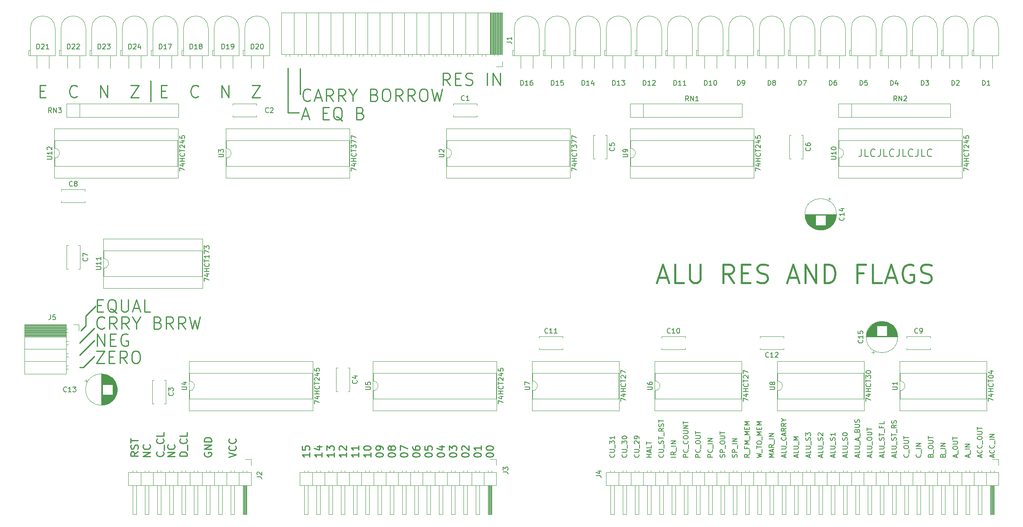
<source format=gbr>
G04 #@! TF.GenerationSoftware,KiCad,Pcbnew,(5.1.5)-3*
G04 #@! TF.CreationDate,2020-11-29T18:51:24-08:00*
G04 #@! TF.ProjectId,alu_res_flags,616c755f-7265-4735-9f66-6c6167732e6b,rev?*
G04 #@! TF.SameCoordinates,Original*
G04 #@! TF.FileFunction,Legend,Top*
G04 #@! TF.FilePolarity,Positive*
%FSLAX46Y46*%
G04 Gerber Fmt 4.6, Leading zero omitted, Abs format (unit mm)*
G04 Created by KiCad (PCBNEW (5.1.5)-3) date 2020-11-29 18:51:24*
%MOMM*%
%LPD*%
G04 APERTURE LIST*
%ADD10C,0.254000*%
%ADD11C,0.203200*%
%ADD12C,0.381000*%
%ADD13C,0.120000*%
%ADD14C,0.150000*%
%ADD15C,0.177800*%
%ADD16C,0.250000*%
G04 APERTURE END LIST*
D10*
X76962000Y-74422000D02*
X76962000Y-70104000D01*
X79211714Y-72208571D02*
X80058380Y-72208571D01*
X80421238Y-73539047D02*
X79211714Y-73539047D01*
X79211714Y-70999047D01*
X80421238Y-70999047D01*
X86892190Y-73297142D02*
X86771238Y-73418095D01*
X86408380Y-73539047D01*
X86166476Y-73539047D01*
X85803619Y-73418095D01*
X85561714Y-73176190D01*
X85440761Y-72934285D01*
X85319809Y-72450476D01*
X85319809Y-72087619D01*
X85440761Y-71603809D01*
X85561714Y-71361904D01*
X85803619Y-71120000D01*
X86166476Y-70999047D01*
X86408380Y-70999047D01*
X86771238Y-71120000D01*
X86892190Y-71240952D01*
X97959333Y-70999047D02*
X99652666Y-70999047D01*
X97959333Y-73539047D01*
X99652666Y-73539047D01*
X91730285Y-73539047D02*
X91730285Y-70999047D01*
X93181714Y-73539047D01*
X93181714Y-70999047D01*
X72813333Y-70999047D02*
X74506666Y-70999047D01*
X72813333Y-73539047D01*
X74506666Y-73539047D01*
X66584285Y-73539047D02*
X66584285Y-70999047D01*
X68035714Y-73539047D01*
X68035714Y-70999047D01*
X61746190Y-73297142D02*
X61625238Y-73418095D01*
X61262380Y-73539047D01*
X61020476Y-73539047D01*
X60657619Y-73418095D01*
X60415714Y-73176190D01*
X60294761Y-72934285D01*
X60173809Y-72450476D01*
X60173809Y-72087619D01*
X60294761Y-71603809D01*
X60415714Y-71361904D01*
X60657619Y-71120000D01*
X61020476Y-70999047D01*
X61262380Y-70999047D01*
X61625238Y-71120000D01*
X61746190Y-71240952D01*
X54065714Y-72208571D02*
X54912380Y-72208571D01*
X55275238Y-73539047D02*
X54065714Y-73539047D01*
X54065714Y-70999047D01*
X55275238Y-70999047D01*
D11*
X224354571Y-84255428D02*
X224354571Y-85344000D01*
X224282000Y-85561714D01*
X224136857Y-85706857D01*
X223919142Y-85779428D01*
X223774000Y-85779428D01*
X225806000Y-85779428D02*
X225080285Y-85779428D01*
X225080285Y-84255428D01*
X227184857Y-85634285D02*
X227112285Y-85706857D01*
X226894571Y-85779428D01*
X226749428Y-85779428D01*
X226531714Y-85706857D01*
X226386571Y-85561714D01*
X226314000Y-85416571D01*
X226241428Y-85126285D01*
X226241428Y-84908571D01*
X226314000Y-84618285D01*
X226386571Y-84473142D01*
X226531714Y-84328000D01*
X226749428Y-84255428D01*
X226894571Y-84255428D01*
X227112285Y-84328000D01*
X227184857Y-84400571D01*
X228273428Y-84255428D02*
X228273428Y-85344000D01*
X228200857Y-85561714D01*
X228055714Y-85706857D01*
X227838000Y-85779428D01*
X227692857Y-85779428D01*
X229724857Y-85779428D02*
X228999142Y-85779428D01*
X228999142Y-84255428D01*
X231103714Y-85634285D02*
X231031142Y-85706857D01*
X230813428Y-85779428D01*
X230668285Y-85779428D01*
X230450571Y-85706857D01*
X230305428Y-85561714D01*
X230232857Y-85416571D01*
X230160285Y-85126285D01*
X230160285Y-84908571D01*
X230232857Y-84618285D01*
X230305428Y-84473142D01*
X230450571Y-84328000D01*
X230668285Y-84255428D01*
X230813428Y-84255428D01*
X231031142Y-84328000D01*
X231103714Y-84400571D01*
X232192285Y-84255428D02*
X232192285Y-85344000D01*
X232119714Y-85561714D01*
X231974571Y-85706857D01*
X231756857Y-85779428D01*
X231611714Y-85779428D01*
X233643714Y-85779428D02*
X232918000Y-85779428D01*
X232918000Y-84255428D01*
X235022571Y-85634285D02*
X234950000Y-85706857D01*
X234732285Y-85779428D01*
X234587142Y-85779428D01*
X234369428Y-85706857D01*
X234224285Y-85561714D01*
X234151714Y-85416571D01*
X234079142Y-85126285D01*
X234079142Y-84908571D01*
X234151714Y-84618285D01*
X234224285Y-84473142D01*
X234369428Y-84328000D01*
X234587142Y-84255428D01*
X234732285Y-84255428D01*
X234950000Y-84328000D01*
X235022571Y-84400571D01*
X236111142Y-84255428D02*
X236111142Y-85344000D01*
X236038571Y-85561714D01*
X235893428Y-85706857D01*
X235675714Y-85779428D01*
X235530571Y-85779428D01*
X237562571Y-85779428D02*
X236836857Y-85779428D01*
X236836857Y-84255428D01*
X238941428Y-85634285D02*
X238868857Y-85706857D01*
X238651142Y-85779428D01*
X238506000Y-85779428D01*
X238288285Y-85706857D01*
X238143142Y-85561714D01*
X238070571Y-85416571D01*
X237998000Y-85126285D01*
X237998000Y-84908571D01*
X238070571Y-84618285D01*
X238143142Y-84473142D01*
X238288285Y-84328000D01*
X238506000Y-84255428D01*
X238651142Y-84255428D01*
X238868857Y-84328000D01*
X238941428Y-84400571D01*
D10*
X63500000Y-120904000D02*
X62484000Y-121920000D01*
X62992000Y-129540000D02*
X65278000Y-127254000D01*
X62230000Y-129540000D02*
X62992000Y-129540000D01*
X62230000Y-127000000D02*
X65278000Y-123952000D01*
X62230000Y-124460000D02*
X65278000Y-121412000D01*
X63500000Y-118872000D02*
X65532000Y-116840000D01*
X63500000Y-120904000D02*
X63500000Y-118872000D01*
X65701332Y-126117047D02*
X67394665Y-126117047D01*
X65701332Y-128657047D01*
X67394665Y-128657047D01*
X68362284Y-127326571D02*
X69208951Y-127326571D01*
X69571808Y-128657047D02*
X68362284Y-128657047D01*
X68362284Y-126117047D01*
X69571808Y-126117047D01*
X72111808Y-128657047D02*
X71265142Y-127447523D01*
X70660380Y-128657047D02*
X70660380Y-126117047D01*
X71627999Y-126117047D01*
X71869903Y-126238000D01*
X71990856Y-126358952D01*
X72111808Y-126600857D01*
X72111808Y-126963714D01*
X71990856Y-127205619D01*
X71869903Y-127326571D01*
X71627999Y-127447523D01*
X70660380Y-127447523D01*
X73684189Y-126117047D02*
X74167999Y-126117047D01*
X74409903Y-126238000D01*
X74651808Y-126479904D01*
X74772761Y-126963714D01*
X74772761Y-127810380D01*
X74651808Y-128294190D01*
X74409903Y-128536095D01*
X74167999Y-128657047D01*
X73684189Y-128657047D01*
X73442284Y-128536095D01*
X73200380Y-128294190D01*
X73079427Y-127810380D01*
X73079427Y-126963714D01*
X73200380Y-126479904D01*
X73442284Y-126238000D01*
X73684189Y-126117047D01*
X65943238Y-125101047D02*
X65943238Y-122561047D01*
X67394666Y-125101047D01*
X67394666Y-122561047D01*
X68604190Y-123770571D02*
X69450857Y-123770571D01*
X69813714Y-125101047D02*
X68604190Y-125101047D01*
X68604190Y-122561047D01*
X69813714Y-122561047D01*
X72232761Y-122682000D02*
X71990857Y-122561047D01*
X71628000Y-122561047D01*
X71265142Y-122682000D01*
X71023238Y-122923904D01*
X70902285Y-123165809D01*
X70781333Y-123649619D01*
X70781333Y-124012476D01*
X70902285Y-124496285D01*
X71023238Y-124738190D01*
X71265142Y-124980095D01*
X71628000Y-125101047D01*
X71869904Y-125101047D01*
X72232761Y-124980095D01*
X72353714Y-124859142D01*
X72353714Y-124012476D01*
X71869904Y-124012476D01*
X67394666Y-121303142D02*
X67273714Y-121424095D01*
X66910856Y-121545047D01*
X66668952Y-121545047D01*
X66306095Y-121424095D01*
X66064190Y-121182190D01*
X65943237Y-120940285D01*
X65822285Y-120456476D01*
X65822285Y-120093619D01*
X65943237Y-119609809D01*
X66064190Y-119367904D01*
X66306095Y-119126000D01*
X66668952Y-119005047D01*
X66910856Y-119005047D01*
X67273714Y-119126000D01*
X67394666Y-119246952D01*
X69934666Y-121545047D02*
X69087999Y-120335523D01*
X68483237Y-121545047D02*
X68483237Y-119005047D01*
X69450856Y-119005047D01*
X69692761Y-119126000D01*
X69813714Y-119246952D01*
X69934666Y-119488857D01*
X69934666Y-119851714D01*
X69813714Y-120093619D01*
X69692761Y-120214571D01*
X69450856Y-120335523D01*
X68483237Y-120335523D01*
X72474666Y-121545047D02*
X71627999Y-120335523D01*
X71023237Y-121545047D02*
X71023237Y-119005047D01*
X71990856Y-119005047D01*
X72232761Y-119126000D01*
X72353714Y-119246952D01*
X72474666Y-119488857D01*
X72474666Y-119851714D01*
X72353714Y-120093619D01*
X72232761Y-120214571D01*
X71990856Y-120335523D01*
X71023237Y-120335523D01*
X74047047Y-120335523D02*
X74047047Y-121545047D01*
X73200380Y-119005047D02*
X74047047Y-120335523D01*
X74893714Y-119005047D01*
X78522285Y-120214571D02*
X78885142Y-120335523D01*
X79006095Y-120456476D01*
X79127047Y-120698380D01*
X79127047Y-121061238D01*
X79006095Y-121303142D01*
X78885142Y-121424095D01*
X78643237Y-121545047D01*
X77675618Y-121545047D01*
X77675618Y-119005047D01*
X78522285Y-119005047D01*
X78764190Y-119126000D01*
X78885142Y-119246952D01*
X79006095Y-119488857D01*
X79006095Y-119730761D01*
X78885142Y-119972666D01*
X78764190Y-120093619D01*
X78522285Y-120214571D01*
X77675618Y-120214571D01*
X81667047Y-121545047D02*
X80820380Y-120335523D01*
X80215618Y-121545047D02*
X80215618Y-119005047D01*
X81183237Y-119005047D01*
X81425142Y-119126000D01*
X81546095Y-119246952D01*
X81667047Y-119488857D01*
X81667047Y-119851714D01*
X81546095Y-120093619D01*
X81425142Y-120214571D01*
X81183237Y-120335523D01*
X80215618Y-120335523D01*
X84207047Y-121545047D02*
X83360380Y-120335523D01*
X82755618Y-121545047D02*
X82755618Y-119005047D01*
X83723237Y-119005047D01*
X83965142Y-119126000D01*
X84086095Y-119246952D01*
X84207047Y-119488857D01*
X84207047Y-119851714D01*
X84086095Y-120093619D01*
X83965142Y-120214571D01*
X83723237Y-120335523D01*
X82755618Y-120335523D01*
X85053714Y-119005047D02*
X85658475Y-121545047D01*
X86142285Y-119730761D01*
X86626095Y-121545047D01*
X87230856Y-119005047D01*
X65943237Y-116658571D02*
X66789903Y-116658571D01*
X67152761Y-117989047D02*
X65943237Y-117989047D01*
X65943237Y-115449047D01*
X67152761Y-115449047D01*
X69934665Y-118230952D02*
X69692761Y-118110000D01*
X69450856Y-117868095D01*
X69087999Y-117505238D01*
X68846094Y-117384285D01*
X68604189Y-117384285D01*
X68725142Y-117989047D02*
X68483237Y-117868095D01*
X68241332Y-117626190D01*
X68120380Y-117142380D01*
X68120380Y-116295714D01*
X68241332Y-115811904D01*
X68483237Y-115570000D01*
X68725142Y-115449047D01*
X69208951Y-115449047D01*
X69450856Y-115570000D01*
X69692761Y-115811904D01*
X69813713Y-116295714D01*
X69813713Y-117142380D01*
X69692761Y-117626190D01*
X69450856Y-117868095D01*
X69208951Y-117989047D01*
X68725142Y-117989047D01*
X70902284Y-115449047D02*
X70902284Y-117505238D01*
X71023237Y-117747142D01*
X71144189Y-117868095D01*
X71386094Y-117989047D01*
X71869903Y-117989047D01*
X72111808Y-117868095D01*
X72232761Y-117747142D01*
X72353713Y-117505238D01*
X72353713Y-115449047D01*
X73442284Y-117263333D02*
X74651808Y-117263333D01*
X73200380Y-117989047D02*
X74047046Y-115449047D01*
X74893713Y-117989047D01*
X76949903Y-117989047D02*
X75740380Y-117989047D01*
X75740380Y-115449047D01*
X105410000Y-76708000D02*
X105410000Y-67437000D01*
X107696000Y-76708000D02*
X105410000Y-76708000D01*
X107950000Y-72898000D02*
X107950000Y-67564000D01*
X110115047Y-74059142D02*
X109994095Y-74180095D01*
X109631238Y-74301047D01*
X109389333Y-74301047D01*
X109026476Y-74180095D01*
X108784571Y-73938190D01*
X108663619Y-73696285D01*
X108542666Y-73212476D01*
X108542666Y-72849619D01*
X108663619Y-72365809D01*
X108784571Y-72123904D01*
X109026476Y-71882000D01*
X109389333Y-71761047D01*
X109631238Y-71761047D01*
X109994095Y-71882000D01*
X110115047Y-72002952D01*
X111082666Y-73575333D02*
X112292190Y-73575333D01*
X110840761Y-74301047D02*
X111687428Y-71761047D01*
X112534095Y-74301047D01*
X114832190Y-74301047D02*
X113985523Y-73091523D01*
X113380761Y-74301047D02*
X113380761Y-71761047D01*
X114348380Y-71761047D01*
X114590285Y-71882000D01*
X114711238Y-72002952D01*
X114832190Y-72244857D01*
X114832190Y-72607714D01*
X114711238Y-72849619D01*
X114590285Y-72970571D01*
X114348380Y-73091523D01*
X113380761Y-73091523D01*
X117372190Y-74301047D02*
X116525523Y-73091523D01*
X115920761Y-74301047D02*
X115920761Y-71761047D01*
X116888380Y-71761047D01*
X117130285Y-71882000D01*
X117251238Y-72002952D01*
X117372190Y-72244857D01*
X117372190Y-72607714D01*
X117251238Y-72849619D01*
X117130285Y-72970571D01*
X116888380Y-73091523D01*
X115920761Y-73091523D01*
X118944571Y-73091523D02*
X118944571Y-74301047D01*
X118097904Y-71761047D02*
X118944571Y-73091523D01*
X119791238Y-71761047D01*
X123419809Y-72970571D02*
X123782666Y-73091523D01*
X123903619Y-73212476D01*
X124024571Y-73454380D01*
X124024571Y-73817238D01*
X123903619Y-74059142D01*
X123782666Y-74180095D01*
X123540761Y-74301047D01*
X122573142Y-74301047D01*
X122573142Y-71761047D01*
X123419809Y-71761047D01*
X123661714Y-71882000D01*
X123782666Y-72002952D01*
X123903619Y-72244857D01*
X123903619Y-72486761D01*
X123782666Y-72728666D01*
X123661714Y-72849619D01*
X123419809Y-72970571D01*
X122573142Y-72970571D01*
X125596952Y-71761047D02*
X126080761Y-71761047D01*
X126322666Y-71882000D01*
X126564571Y-72123904D01*
X126685523Y-72607714D01*
X126685523Y-73454380D01*
X126564571Y-73938190D01*
X126322666Y-74180095D01*
X126080761Y-74301047D01*
X125596952Y-74301047D01*
X125355047Y-74180095D01*
X125113142Y-73938190D01*
X124992190Y-73454380D01*
X124992190Y-72607714D01*
X125113142Y-72123904D01*
X125355047Y-71882000D01*
X125596952Y-71761047D01*
X129225523Y-74301047D02*
X128378857Y-73091523D01*
X127774095Y-74301047D02*
X127774095Y-71761047D01*
X128741714Y-71761047D01*
X128983619Y-71882000D01*
X129104571Y-72002952D01*
X129225523Y-72244857D01*
X129225523Y-72607714D01*
X129104571Y-72849619D01*
X128983619Y-72970571D01*
X128741714Y-73091523D01*
X127774095Y-73091523D01*
X131765523Y-74301047D02*
X130918857Y-73091523D01*
X130314095Y-74301047D02*
X130314095Y-71761047D01*
X131281714Y-71761047D01*
X131523619Y-71882000D01*
X131644571Y-72002952D01*
X131765523Y-72244857D01*
X131765523Y-72607714D01*
X131644571Y-72849619D01*
X131523619Y-72970571D01*
X131281714Y-73091523D01*
X130314095Y-73091523D01*
X133337904Y-71761047D02*
X133821714Y-71761047D01*
X134063619Y-71882000D01*
X134305523Y-72123904D01*
X134426476Y-72607714D01*
X134426476Y-73454380D01*
X134305523Y-73938190D01*
X134063619Y-74180095D01*
X133821714Y-74301047D01*
X133337904Y-74301047D01*
X133096000Y-74180095D01*
X132854095Y-73938190D01*
X132733142Y-73454380D01*
X132733142Y-72607714D01*
X132854095Y-72123904D01*
X133096000Y-71882000D01*
X133337904Y-71761047D01*
X135273142Y-71761047D02*
X135877904Y-74301047D01*
X136361714Y-72486761D01*
X136845523Y-74301047D01*
X137450285Y-71761047D01*
X108518476Y-77385333D02*
X109728000Y-77385333D01*
X108276571Y-78111047D02*
X109123238Y-75571047D01*
X109969904Y-78111047D01*
X112751809Y-76780571D02*
X113598476Y-76780571D01*
X113961333Y-78111047D02*
X112751809Y-78111047D01*
X112751809Y-75571047D01*
X113961333Y-75571047D01*
X116743238Y-78352952D02*
X116501333Y-78232000D01*
X116259428Y-77990095D01*
X115896571Y-77627238D01*
X115654666Y-77506285D01*
X115412761Y-77506285D01*
X115533714Y-78111047D02*
X115291809Y-77990095D01*
X115049904Y-77748190D01*
X114928952Y-77264380D01*
X114928952Y-76417714D01*
X115049904Y-75933904D01*
X115291809Y-75692000D01*
X115533714Y-75571047D01*
X116017523Y-75571047D01*
X116259428Y-75692000D01*
X116501333Y-75933904D01*
X116622285Y-76417714D01*
X116622285Y-77264380D01*
X116501333Y-77748190D01*
X116259428Y-77990095D01*
X116017523Y-78111047D01*
X115533714Y-78111047D01*
X120492761Y-76780571D02*
X120855619Y-76901523D01*
X120976571Y-77022476D01*
X121097523Y-77264380D01*
X121097523Y-77627238D01*
X120976571Y-77869142D01*
X120855619Y-77990095D01*
X120613714Y-78111047D01*
X119646095Y-78111047D01*
X119646095Y-75571047D01*
X120492761Y-75571047D01*
X120734666Y-75692000D01*
X120855619Y-75812952D01*
X120976571Y-76054857D01*
X120976571Y-76296761D01*
X120855619Y-76538666D01*
X120734666Y-76659619D01*
X120492761Y-76780571D01*
X119646095Y-76780571D01*
X139034761Y-70999047D02*
X138188095Y-69789523D01*
X137583333Y-70999047D02*
X137583333Y-68459047D01*
X138550952Y-68459047D01*
X138792857Y-68580000D01*
X138913809Y-68700952D01*
X139034761Y-68942857D01*
X139034761Y-69305714D01*
X138913809Y-69547619D01*
X138792857Y-69668571D01*
X138550952Y-69789523D01*
X137583333Y-69789523D01*
X140123333Y-69668571D02*
X140970000Y-69668571D01*
X141332857Y-70999047D02*
X140123333Y-70999047D01*
X140123333Y-68459047D01*
X141332857Y-68459047D01*
X142300476Y-70878095D02*
X142663333Y-70999047D01*
X143268095Y-70999047D01*
X143510000Y-70878095D01*
X143630952Y-70757142D01*
X143751904Y-70515238D01*
X143751904Y-70273333D01*
X143630952Y-70031428D01*
X143510000Y-69910476D01*
X143268095Y-69789523D01*
X142784285Y-69668571D01*
X142542380Y-69547619D01*
X142421428Y-69426666D01*
X142300476Y-69184761D01*
X142300476Y-68942857D01*
X142421428Y-68700952D01*
X142542380Y-68580000D01*
X142784285Y-68459047D01*
X143389047Y-68459047D01*
X143751904Y-68580000D01*
X146775714Y-70999047D02*
X146775714Y-68459047D01*
X147985238Y-70999047D02*
X147985238Y-68459047D01*
X149436666Y-70999047D01*
X149436666Y-68459047D01*
D12*
X182263142Y-110871000D02*
X184077428Y-110871000D01*
X181900285Y-111959571D02*
X183170285Y-108149571D01*
X184440285Y-111959571D01*
X187524571Y-111959571D02*
X185710285Y-111959571D01*
X185710285Y-108149571D01*
X188794571Y-108149571D02*
X188794571Y-111233857D01*
X188976000Y-111596714D01*
X189157428Y-111778142D01*
X189520285Y-111959571D01*
X190246000Y-111959571D01*
X190608857Y-111778142D01*
X190790285Y-111596714D01*
X190971714Y-111233857D01*
X190971714Y-108149571D01*
X197866000Y-111959571D02*
X196596000Y-110145285D01*
X195688857Y-111959571D02*
X195688857Y-108149571D01*
X197140285Y-108149571D01*
X197503142Y-108331000D01*
X197684571Y-108512428D01*
X197866000Y-108875285D01*
X197866000Y-109419571D01*
X197684571Y-109782428D01*
X197503142Y-109963857D01*
X197140285Y-110145285D01*
X195688857Y-110145285D01*
X199498857Y-109963857D02*
X200768857Y-109963857D01*
X201313142Y-111959571D02*
X199498857Y-111959571D01*
X199498857Y-108149571D01*
X201313142Y-108149571D01*
X202764571Y-111778142D02*
X203308857Y-111959571D01*
X204216000Y-111959571D01*
X204578857Y-111778142D01*
X204760285Y-111596714D01*
X204941714Y-111233857D01*
X204941714Y-110871000D01*
X204760285Y-110508142D01*
X204578857Y-110326714D01*
X204216000Y-110145285D01*
X203490285Y-109963857D01*
X203127428Y-109782428D01*
X202946000Y-109601000D01*
X202764571Y-109238142D01*
X202764571Y-108875285D01*
X202946000Y-108512428D01*
X203127428Y-108331000D01*
X203490285Y-108149571D01*
X204397428Y-108149571D01*
X204941714Y-108331000D01*
X209296000Y-110871000D02*
X211110285Y-110871000D01*
X208933142Y-111959571D02*
X210203142Y-108149571D01*
X211473142Y-111959571D01*
X212743142Y-111959571D02*
X212743142Y-108149571D01*
X214920285Y-111959571D01*
X214920285Y-108149571D01*
X216734571Y-111959571D02*
X216734571Y-108149571D01*
X217641714Y-108149571D01*
X218186000Y-108331000D01*
X218548857Y-108693857D01*
X218730285Y-109056714D01*
X218911714Y-109782428D01*
X218911714Y-110326714D01*
X218730285Y-111052428D01*
X218548857Y-111415285D01*
X218186000Y-111778142D01*
X217641714Y-111959571D01*
X216734571Y-111959571D01*
X224717428Y-109963857D02*
X223447428Y-109963857D01*
X223447428Y-111959571D02*
X223447428Y-108149571D01*
X225261714Y-108149571D01*
X228527428Y-111959571D02*
X226713142Y-111959571D01*
X226713142Y-108149571D01*
X229616000Y-110871000D02*
X231430285Y-110871000D01*
X229253142Y-111959571D02*
X230523142Y-108149571D01*
X231793142Y-111959571D01*
X235058857Y-108331000D02*
X234696000Y-108149571D01*
X234151714Y-108149571D01*
X233607428Y-108331000D01*
X233244571Y-108693857D01*
X233063142Y-109056714D01*
X232881714Y-109782428D01*
X232881714Y-110326714D01*
X233063142Y-111052428D01*
X233244571Y-111415285D01*
X233607428Y-111778142D01*
X234151714Y-111959571D01*
X234514571Y-111959571D01*
X235058857Y-111778142D01*
X235240285Y-111596714D01*
X235240285Y-110326714D01*
X234514571Y-110326714D01*
X236691714Y-111778142D02*
X237236000Y-111959571D01*
X238143142Y-111959571D01*
X238506000Y-111778142D01*
X238687428Y-111596714D01*
X238868857Y-111233857D01*
X238868857Y-110871000D01*
X238687428Y-110508142D01*
X238506000Y-110326714D01*
X238143142Y-110145285D01*
X237417428Y-109963857D01*
X237054571Y-109782428D01*
X236873142Y-109601000D01*
X236691714Y-109238142D01*
X236691714Y-108875285D01*
X236873142Y-108512428D01*
X237054571Y-108331000D01*
X237417428Y-108149571D01*
X238324571Y-108149571D01*
X238868857Y-108331000D01*
D13*
X226446000Y-126395241D02*
X227076000Y-126395241D01*
X226761000Y-126710241D02*
X226761000Y-126080241D01*
X228198000Y-119969000D02*
X229002000Y-119969000D01*
X227967000Y-120009000D02*
X229233000Y-120009000D01*
X227798000Y-120049000D02*
X229402000Y-120049000D01*
X227660000Y-120089000D02*
X229540000Y-120089000D01*
X227541000Y-120129000D02*
X229659000Y-120129000D01*
X227435000Y-120169000D02*
X229765000Y-120169000D01*
X227338000Y-120209000D02*
X229862000Y-120209000D01*
X227250000Y-120249000D02*
X229950000Y-120249000D01*
X227168000Y-120289000D02*
X230032000Y-120289000D01*
X227091000Y-120329000D02*
X230109000Y-120329000D01*
X227019000Y-120369000D02*
X230181000Y-120369000D01*
X226950000Y-120409000D02*
X230250000Y-120409000D01*
X226886000Y-120449000D02*
X230314000Y-120449000D01*
X226824000Y-120489000D02*
X230376000Y-120489000D01*
X226766000Y-120529000D02*
X230434000Y-120529000D01*
X226710000Y-120569000D02*
X230490000Y-120569000D01*
X226656000Y-120609000D02*
X230544000Y-120609000D01*
X226605000Y-120649000D02*
X230595000Y-120649000D01*
X226556000Y-120689000D02*
X230644000Y-120689000D01*
X226508000Y-120729000D02*
X230692000Y-120729000D01*
X226463000Y-120769000D02*
X230737000Y-120769000D01*
X226418000Y-120809000D02*
X230782000Y-120809000D01*
X226376000Y-120849000D02*
X230824000Y-120849000D01*
X226335000Y-120889000D02*
X230865000Y-120889000D01*
X229640000Y-120929000D02*
X230905000Y-120929000D01*
X226295000Y-120929000D02*
X227560000Y-120929000D01*
X229640000Y-120969000D02*
X230943000Y-120969000D01*
X226257000Y-120969000D02*
X227560000Y-120969000D01*
X229640000Y-121009000D02*
X230980000Y-121009000D01*
X226220000Y-121009000D02*
X227560000Y-121009000D01*
X229640000Y-121049000D02*
X231016000Y-121049000D01*
X226184000Y-121049000D02*
X227560000Y-121049000D01*
X229640000Y-121089000D02*
X231050000Y-121089000D01*
X226150000Y-121089000D02*
X227560000Y-121089000D01*
X229640000Y-121129000D02*
X231084000Y-121129000D01*
X226116000Y-121129000D02*
X227560000Y-121129000D01*
X229640000Y-121169000D02*
X231116000Y-121169000D01*
X226084000Y-121169000D02*
X227560000Y-121169000D01*
X229640000Y-121209000D02*
X231148000Y-121209000D01*
X226052000Y-121209000D02*
X227560000Y-121209000D01*
X229640000Y-121249000D02*
X231178000Y-121249000D01*
X226022000Y-121249000D02*
X227560000Y-121249000D01*
X229640000Y-121289000D02*
X231207000Y-121289000D01*
X225993000Y-121289000D02*
X227560000Y-121289000D01*
X229640000Y-121329000D02*
X231236000Y-121329000D01*
X225964000Y-121329000D02*
X227560000Y-121329000D01*
X229640000Y-121369000D02*
X231264000Y-121369000D01*
X225936000Y-121369000D02*
X227560000Y-121369000D01*
X229640000Y-121409000D02*
X231290000Y-121409000D01*
X225910000Y-121409000D02*
X227560000Y-121409000D01*
X229640000Y-121449000D02*
X231316000Y-121449000D01*
X225884000Y-121449000D02*
X227560000Y-121449000D01*
X229640000Y-121489000D02*
X231342000Y-121489000D01*
X225858000Y-121489000D02*
X227560000Y-121489000D01*
X229640000Y-121529000D02*
X231366000Y-121529000D01*
X225834000Y-121529000D02*
X227560000Y-121529000D01*
X229640000Y-121569000D02*
X231390000Y-121569000D01*
X225810000Y-121569000D02*
X227560000Y-121569000D01*
X229640000Y-121609000D02*
X231412000Y-121609000D01*
X225788000Y-121609000D02*
X227560000Y-121609000D01*
X229640000Y-121649000D02*
X231434000Y-121649000D01*
X225766000Y-121649000D02*
X227560000Y-121649000D01*
X229640000Y-121689000D02*
X231456000Y-121689000D01*
X225744000Y-121689000D02*
X227560000Y-121689000D01*
X229640000Y-121729000D02*
X231476000Y-121729000D01*
X225724000Y-121729000D02*
X227560000Y-121729000D01*
X229640000Y-121769000D02*
X231496000Y-121769000D01*
X225704000Y-121769000D02*
X227560000Y-121769000D01*
X229640000Y-121809000D02*
X231516000Y-121809000D01*
X225684000Y-121809000D02*
X227560000Y-121809000D01*
X229640000Y-121849000D02*
X231534000Y-121849000D01*
X225666000Y-121849000D02*
X227560000Y-121849000D01*
X229640000Y-121889000D02*
X231552000Y-121889000D01*
X225648000Y-121889000D02*
X227560000Y-121889000D01*
X229640000Y-121929000D02*
X231570000Y-121929000D01*
X225630000Y-121929000D02*
X227560000Y-121929000D01*
X229640000Y-121969000D02*
X231586000Y-121969000D01*
X225614000Y-121969000D02*
X227560000Y-121969000D01*
X229640000Y-122009000D02*
X231602000Y-122009000D01*
X225598000Y-122009000D02*
X227560000Y-122009000D01*
X229640000Y-122049000D02*
X231618000Y-122049000D01*
X225582000Y-122049000D02*
X227560000Y-122049000D01*
X229640000Y-122089000D02*
X231633000Y-122089000D01*
X225567000Y-122089000D02*
X227560000Y-122089000D01*
X229640000Y-122129000D02*
X231647000Y-122129000D01*
X225553000Y-122129000D02*
X227560000Y-122129000D01*
X229640000Y-122169000D02*
X231661000Y-122169000D01*
X225539000Y-122169000D02*
X227560000Y-122169000D01*
X229640000Y-122209000D02*
X231674000Y-122209000D01*
X225526000Y-122209000D02*
X227560000Y-122209000D01*
X229640000Y-122249000D02*
X231686000Y-122249000D01*
X225514000Y-122249000D02*
X227560000Y-122249000D01*
X229640000Y-122289000D02*
X231698000Y-122289000D01*
X225502000Y-122289000D02*
X227560000Y-122289000D01*
X229640000Y-122329000D02*
X231710000Y-122329000D01*
X225490000Y-122329000D02*
X227560000Y-122329000D01*
X229640000Y-122369000D02*
X231721000Y-122369000D01*
X225479000Y-122369000D02*
X227560000Y-122369000D01*
X229640000Y-122409000D02*
X231731000Y-122409000D01*
X225469000Y-122409000D02*
X227560000Y-122409000D01*
X229640000Y-122449000D02*
X231741000Y-122449000D01*
X225459000Y-122449000D02*
X227560000Y-122449000D01*
X229640000Y-122489000D02*
X231750000Y-122489000D01*
X225450000Y-122489000D02*
X227560000Y-122489000D01*
X229640000Y-122530000D02*
X231759000Y-122530000D01*
X225441000Y-122530000D02*
X227560000Y-122530000D01*
X229640000Y-122570000D02*
X231767000Y-122570000D01*
X225433000Y-122570000D02*
X227560000Y-122570000D01*
X229640000Y-122610000D02*
X231775000Y-122610000D01*
X225425000Y-122610000D02*
X227560000Y-122610000D01*
X229640000Y-122650000D02*
X231782000Y-122650000D01*
X225418000Y-122650000D02*
X227560000Y-122650000D01*
X229640000Y-122690000D02*
X231789000Y-122690000D01*
X225411000Y-122690000D02*
X227560000Y-122690000D01*
X229640000Y-122730000D02*
X231795000Y-122730000D01*
X225405000Y-122730000D02*
X227560000Y-122730000D01*
X229640000Y-122770000D02*
X231801000Y-122770000D01*
X225399000Y-122770000D02*
X227560000Y-122770000D01*
X229640000Y-122810000D02*
X231806000Y-122810000D01*
X225394000Y-122810000D02*
X227560000Y-122810000D01*
X229640000Y-122850000D02*
X231811000Y-122850000D01*
X225389000Y-122850000D02*
X227560000Y-122850000D01*
X229640000Y-122890000D02*
X231815000Y-122890000D01*
X225385000Y-122890000D02*
X227560000Y-122890000D01*
X229640000Y-122930000D02*
X231818000Y-122930000D01*
X225382000Y-122930000D02*
X227560000Y-122930000D01*
X229640000Y-122970000D02*
X231822000Y-122970000D01*
X225378000Y-122970000D02*
X227560000Y-122970000D01*
X225376000Y-123010000D02*
X231824000Y-123010000D01*
X225373000Y-123050000D02*
X231827000Y-123050000D01*
X225372000Y-123090000D02*
X231828000Y-123090000D01*
X225370000Y-123130000D02*
X231830000Y-123130000D01*
X225370000Y-123170000D02*
X231830000Y-123170000D01*
X225370000Y-123210000D02*
X231830000Y-123210000D01*
X231870000Y-123210000D02*
G75*
G03X231870000Y-123210000I-3270000J0D01*
G01*
X218054000Y-94584759D02*
X217424000Y-94584759D01*
X217739000Y-94269759D02*
X217739000Y-94899759D01*
X216302000Y-101011000D02*
X215498000Y-101011000D01*
X216533000Y-100971000D02*
X215267000Y-100971000D01*
X216702000Y-100931000D02*
X215098000Y-100931000D01*
X216840000Y-100891000D02*
X214960000Y-100891000D01*
X216959000Y-100851000D02*
X214841000Y-100851000D01*
X217065000Y-100811000D02*
X214735000Y-100811000D01*
X217162000Y-100771000D02*
X214638000Y-100771000D01*
X217250000Y-100731000D02*
X214550000Y-100731000D01*
X217332000Y-100691000D02*
X214468000Y-100691000D01*
X217409000Y-100651000D02*
X214391000Y-100651000D01*
X217481000Y-100611000D02*
X214319000Y-100611000D01*
X217550000Y-100571000D02*
X214250000Y-100571000D01*
X217614000Y-100531000D02*
X214186000Y-100531000D01*
X217676000Y-100491000D02*
X214124000Y-100491000D01*
X217734000Y-100451000D02*
X214066000Y-100451000D01*
X217790000Y-100411000D02*
X214010000Y-100411000D01*
X217844000Y-100371000D02*
X213956000Y-100371000D01*
X217895000Y-100331000D02*
X213905000Y-100331000D01*
X217944000Y-100291000D02*
X213856000Y-100291000D01*
X217992000Y-100251000D02*
X213808000Y-100251000D01*
X218037000Y-100211000D02*
X213763000Y-100211000D01*
X218082000Y-100171000D02*
X213718000Y-100171000D01*
X218124000Y-100131000D02*
X213676000Y-100131000D01*
X218165000Y-100091000D02*
X213635000Y-100091000D01*
X214860000Y-100051000D02*
X213595000Y-100051000D01*
X218205000Y-100051000D02*
X216940000Y-100051000D01*
X214860000Y-100011000D02*
X213557000Y-100011000D01*
X218243000Y-100011000D02*
X216940000Y-100011000D01*
X214860000Y-99971000D02*
X213520000Y-99971000D01*
X218280000Y-99971000D02*
X216940000Y-99971000D01*
X214860000Y-99931000D02*
X213484000Y-99931000D01*
X218316000Y-99931000D02*
X216940000Y-99931000D01*
X214860000Y-99891000D02*
X213450000Y-99891000D01*
X218350000Y-99891000D02*
X216940000Y-99891000D01*
X214860000Y-99851000D02*
X213416000Y-99851000D01*
X218384000Y-99851000D02*
X216940000Y-99851000D01*
X214860000Y-99811000D02*
X213384000Y-99811000D01*
X218416000Y-99811000D02*
X216940000Y-99811000D01*
X214860000Y-99771000D02*
X213352000Y-99771000D01*
X218448000Y-99771000D02*
X216940000Y-99771000D01*
X214860000Y-99731000D02*
X213322000Y-99731000D01*
X218478000Y-99731000D02*
X216940000Y-99731000D01*
X214860000Y-99691000D02*
X213293000Y-99691000D01*
X218507000Y-99691000D02*
X216940000Y-99691000D01*
X214860000Y-99651000D02*
X213264000Y-99651000D01*
X218536000Y-99651000D02*
X216940000Y-99651000D01*
X214860000Y-99611000D02*
X213236000Y-99611000D01*
X218564000Y-99611000D02*
X216940000Y-99611000D01*
X214860000Y-99571000D02*
X213210000Y-99571000D01*
X218590000Y-99571000D02*
X216940000Y-99571000D01*
X214860000Y-99531000D02*
X213184000Y-99531000D01*
X218616000Y-99531000D02*
X216940000Y-99531000D01*
X214860000Y-99491000D02*
X213158000Y-99491000D01*
X218642000Y-99491000D02*
X216940000Y-99491000D01*
X214860000Y-99451000D02*
X213134000Y-99451000D01*
X218666000Y-99451000D02*
X216940000Y-99451000D01*
X214860000Y-99411000D02*
X213110000Y-99411000D01*
X218690000Y-99411000D02*
X216940000Y-99411000D01*
X214860000Y-99371000D02*
X213088000Y-99371000D01*
X218712000Y-99371000D02*
X216940000Y-99371000D01*
X214860000Y-99331000D02*
X213066000Y-99331000D01*
X218734000Y-99331000D02*
X216940000Y-99331000D01*
X214860000Y-99291000D02*
X213044000Y-99291000D01*
X218756000Y-99291000D02*
X216940000Y-99291000D01*
X214860000Y-99251000D02*
X213024000Y-99251000D01*
X218776000Y-99251000D02*
X216940000Y-99251000D01*
X214860000Y-99211000D02*
X213004000Y-99211000D01*
X218796000Y-99211000D02*
X216940000Y-99211000D01*
X214860000Y-99171000D02*
X212984000Y-99171000D01*
X218816000Y-99171000D02*
X216940000Y-99171000D01*
X214860000Y-99131000D02*
X212966000Y-99131000D01*
X218834000Y-99131000D02*
X216940000Y-99131000D01*
X214860000Y-99091000D02*
X212948000Y-99091000D01*
X218852000Y-99091000D02*
X216940000Y-99091000D01*
X214860000Y-99051000D02*
X212930000Y-99051000D01*
X218870000Y-99051000D02*
X216940000Y-99051000D01*
X214860000Y-99011000D02*
X212914000Y-99011000D01*
X218886000Y-99011000D02*
X216940000Y-99011000D01*
X214860000Y-98971000D02*
X212898000Y-98971000D01*
X218902000Y-98971000D02*
X216940000Y-98971000D01*
X214860000Y-98931000D02*
X212882000Y-98931000D01*
X218918000Y-98931000D02*
X216940000Y-98931000D01*
X214860000Y-98891000D02*
X212867000Y-98891000D01*
X218933000Y-98891000D02*
X216940000Y-98891000D01*
X214860000Y-98851000D02*
X212853000Y-98851000D01*
X218947000Y-98851000D02*
X216940000Y-98851000D01*
X214860000Y-98811000D02*
X212839000Y-98811000D01*
X218961000Y-98811000D02*
X216940000Y-98811000D01*
X214860000Y-98771000D02*
X212826000Y-98771000D01*
X218974000Y-98771000D02*
X216940000Y-98771000D01*
X214860000Y-98731000D02*
X212814000Y-98731000D01*
X218986000Y-98731000D02*
X216940000Y-98731000D01*
X214860000Y-98691000D02*
X212802000Y-98691000D01*
X218998000Y-98691000D02*
X216940000Y-98691000D01*
X214860000Y-98651000D02*
X212790000Y-98651000D01*
X219010000Y-98651000D02*
X216940000Y-98651000D01*
X214860000Y-98611000D02*
X212779000Y-98611000D01*
X219021000Y-98611000D02*
X216940000Y-98611000D01*
X214860000Y-98571000D02*
X212769000Y-98571000D01*
X219031000Y-98571000D02*
X216940000Y-98571000D01*
X214860000Y-98531000D02*
X212759000Y-98531000D01*
X219041000Y-98531000D02*
X216940000Y-98531000D01*
X214860000Y-98491000D02*
X212750000Y-98491000D01*
X219050000Y-98491000D02*
X216940000Y-98491000D01*
X214860000Y-98450000D02*
X212741000Y-98450000D01*
X219059000Y-98450000D02*
X216940000Y-98450000D01*
X214860000Y-98410000D02*
X212733000Y-98410000D01*
X219067000Y-98410000D02*
X216940000Y-98410000D01*
X214860000Y-98370000D02*
X212725000Y-98370000D01*
X219075000Y-98370000D02*
X216940000Y-98370000D01*
X214860000Y-98330000D02*
X212718000Y-98330000D01*
X219082000Y-98330000D02*
X216940000Y-98330000D01*
X214860000Y-98290000D02*
X212711000Y-98290000D01*
X219089000Y-98290000D02*
X216940000Y-98290000D01*
X214860000Y-98250000D02*
X212705000Y-98250000D01*
X219095000Y-98250000D02*
X216940000Y-98250000D01*
X214860000Y-98210000D02*
X212699000Y-98210000D01*
X219101000Y-98210000D02*
X216940000Y-98210000D01*
X214860000Y-98170000D02*
X212694000Y-98170000D01*
X219106000Y-98170000D02*
X216940000Y-98170000D01*
X214860000Y-98130000D02*
X212689000Y-98130000D01*
X219111000Y-98130000D02*
X216940000Y-98130000D01*
X214860000Y-98090000D02*
X212685000Y-98090000D01*
X219115000Y-98090000D02*
X216940000Y-98090000D01*
X214860000Y-98050000D02*
X212682000Y-98050000D01*
X219118000Y-98050000D02*
X216940000Y-98050000D01*
X214860000Y-98010000D02*
X212678000Y-98010000D01*
X219122000Y-98010000D02*
X216940000Y-98010000D01*
X219124000Y-97970000D02*
X212676000Y-97970000D01*
X219127000Y-97930000D02*
X212673000Y-97930000D01*
X219128000Y-97890000D02*
X212672000Y-97890000D01*
X219130000Y-97850000D02*
X212670000Y-97850000D01*
X219130000Y-97810000D02*
X212670000Y-97810000D01*
X219130000Y-97770000D02*
X212670000Y-97770000D01*
X219170000Y-97770000D02*
G75*
G03X219170000Y-97770000I-3270000J0D01*
G01*
X252730000Y-148590000D02*
X252730000Y-149860000D01*
X251460000Y-148590000D02*
X252730000Y-148590000D01*
X172340000Y-150902929D02*
X172340000Y-151300000D01*
X173100000Y-150902929D02*
X173100000Y-151300000D01*
X172340000Y-159960000D02*
X172340000Y-153960000D01*
X173100000Y-159960000D02*
X172340000Y-159960000D01*
X173100000Y-153960000D02*
X173100000Y-159960000D01*
X173990000Y-151300000D02*
X173990000Y-153960000D01*
X174880000Y-150902929D02*
X174880000Y-151300000D01*
X175640000Y-150902929D02*
X175640000Y-151300000D01*
X174880000Y-159960000D02*
X174880000Y-153960000D01*
X175640000Y-159960000D02*
X174880000Y-159960000D01*
X175640000Y-153960000D02*
X175640000Y-159960000D01*
X176530000Y-151300000D02*
X176530000Y-153960000D01*
X177420000Y-150902929D02*
X177420000Y-151300000D01*
X178180000Y-150902929D02*
X178180000Y-151300000D01*
X177420000Y-159960000D02*
X177420000Y-153960000D01*
X178180000Y-159960000D02*
X177420000Y-159960000D01*
X178180000Y-153960000D02*
X178180000Y-159960000D01*
X179070000Y-151300000D02*
X179070000Y-153960000D01*
X179960000Y-150902929D02*
X179960000Y-151300000D01*
X180720000Y-150902929D02*
X180720000Y-151300000D01*
X179960000Y-159960000D02*
X179960000Y-153960000D01*
X180720000Y-159960000D02*
X179960000Y-159960000D01*
X180720000Y-153960000D02*
X180720000Y-159960000D01*
X181610000Y-151300000D02*
X181610000Y-153960000D01*
X182500000Y-150902929D02*
X182500000Y-151300000D01*
X183260000Y-150902929D02*
X183260000Y-151300000D01*
X182500000Y-159960000D02*
X182500000Y-153960000D01*
X183260000Y-159960000D02*
X182500000Y-159960000D01*
X183260000Y-153960000D02*
X183260000Y-159960000D01*
X184150000Y-151300000D02*
X184150000Y-153960000D01*
X185040000Y-150902929D02*
X185040000Y-151300000D01*
X185800000Y-150902929D02*
X185800000Y-151300000D01*
X185040000Y-159960000D02*
X185040000Y-153960000D01*
X185800000Y-159960000D02*
X185040000Y-159960000D01*
X185800000Y-153960000D02*
X185800000Y-159960000D01*
X186690000Y-151300000D02*
X186690000Y-153960000D01*
X187580000Y-150902929D02*
X187580000Y-151300000D01*
X188340000Y-150902929D02*
X188340000Y-151300000D01*
X187580000Y-159960000D02*
X187580000Y-153960000D01*
X188340000Y-159960000D02*
X187580000Y-159960000D01*
X188340000Y-153960000D02*
X188340000Y-159960000D01*
X189230000Y-151300000D02*
X189230000Y-153960000D01*
X190120000Y-150902929D02*
X190120000Y-151300000D01*
X190880000Y-150902929D02*
X190880000Y-151300000D01*
X190120000Y-159960000D02*
X190120000Y-153960000D01*
X190880000Y-159960000D02*
X190120000Y-159960000D01*
X190880000Y-153960000D02*
X190880000Y-159960000D01*
X191770000Y-151300000D02*
X191770000Y-153960000D01*
X192660000Y-150902929D02*
X192660000Y-151300000D01*
X193420000Y-150902929D02*
X193420000Y-151300000D01*
X192660000Y-159960000D02*
X192660000Y-153960000D01*
X193420000Y-159960000D02*
X192660000Y-159960000D01*
X193420000Y-153960000D02*
X193420000Y-159960000D01*
X194310000Y-151300000D02*
X194310000Y-153960000D01*
X195200000Y-150902929D02*
X195200000Y-151300000D01*
X195960000Y-150902929D02*
X195960000Y-151300000D01*
X195200000Y-159960000D02*
X195200000Y-153960000D01*
X195960000Y-159960000D02*
X195200000Y-159960000D01*
X195960000Y-153960000D02*
X195960000Y-159960000D01*
X196850000Y-151300000D02*
X196850000Y-153960000D01*
X197740000Y-150902929D02*
X197740000Y-151300000D01*
X198500000Y-150902929D02*
X198500000Y-151300000D01*
X197740000Y-159960000D02*
X197740000Y-153960000D01*
X198500000Y-159960000D02*
X197740000Y-159960000D01*
X198500000Y-153960000D02*
X198500000Y-159960000D01*
X199390000Y-151300000D02*
X199390000Y-153960000D01*
X200280000Y-150902929D02*
X200280000Y-151300000D01*
X201040000Y-150902929D02*
X201040000Y-151300000D01*
X200280000Y-159960000D02*
X200280000Y-153960000D01*
X201040000Y-159960000D02*
X200280000Y-159960000D01*
X201040000Y-153960000D02*
X201040000Y-159960000D01*
X201930000Y-151300000D02*
X201930000Y-153960000D01*
X202820000Y-150902929D02*
X202820000Y-151300000D01*
X203580000Y-150902929D02*
X203580000Y-151300000D01*
X202820000Y-159960000D02*
X202820000Y-153960000D01*
X203580000Y-159960000D02*
X202820000Y-159960000D01*
X203580000Y-153960000D02*
X203580000Y-159960000D01*
X204470000Y-151300000D02*
X204470000Y-153960000D01*
X205360000Y-150902929D02*
X205360000Y-151300000D01*
X206120000Y-150902929D02*
X206120000Y-151300000D01*
X205360000Y-159960000D02*
X205360000Y-153960000D01*
X206120000Y-159960000D02*
X205360000Y-159960000D01*
X206120000Y-153960000D02*
X206120000Y-159960000D01*
X207010000Y-151300000D02*
X207010000Y-153960000D01*
X207900000Y-150902929D02*
X207900000Y-151300000D01*
X208660000Y-150902929D02*
X208660000Y-151300000D01*
X207900000Y-159960000D02*
X207900000Y-153960000D01*
X208660000Y-159960000D02*
X207900000Y-159960000D01*
X208660000Y-153960000D02*
X208660000Y-159960000D01*
X209550000Y-151300000D02*
X209550000Y-153960000D01*
X210440000Y-150902929D02*
X210440000Y-151300000D01*
X211200000Y-150902929D02*
X211200000Y-151300000D01*
X210440000Y-159960000D02*
X210440000Y-153960000D01*
X211200000Y-159960000D02*
X210440000Y-159960000D01*
X211200000Y-153960000D02*
X211200000Y-159960000D01*
X212090000Y-151300000D02*
X212090000Y-153960000D01*
X212980000Y-150902929D02*
X212980000Y-151300000D01*
X213740000Y-150902929D02*
X213740000Y-151300000D01*
X212980000Y-159960000D02*
X212980000Y-153960000D01*
X213740000Y-159960000D02*
X212980000Y-159960000D01*
X213740000Y-153960000D02*
X213740000Y-159960000D01*
X214630000Y-151300000D02*
X214630000Y-153960000D01*
X215520000Y-150902929D02*
X215520000Y-151300000D01*
X216280000Y-150902929D02*
X216280000Y-151300000D01*
X215520000Y-159960000D02*
X215520000Y-153960000D01*
X216280000Y-159960000D02*
X215520000Y-159960000D01*
X216280000Y-153960000D02*
X216280000Y-159960000D01*
X217170000Y-151300000D02*
X217170000Y-153960000D01*
X218060000Y-150902929D02*
X218060000Y-151300000D01*
X218820000Y-150902929D02*
X218820000Y-151300000D01*
X218060000Y-159960000D02*
X218060000Y-153960000D01*
X218820000Y-159960000D02*
X218060000Y-159960000D01*
X218820000Y-153960000D02*
X218820000Y-159960000D01*
X219710000Y-151300000D02*
X219710000Y-153960000D01*
X220600000Y-150902929D02*
X220600000Y-151300000D01*
X221360000Y-150902929D02*
X221360000Y-151300000D01*
X220600000Y-159960000D02*
X220600000Y-153960000D01*
X221360000Y-159960000D02*
X220600000Y-159960000D01*
X221360000Y-153960000D02*
X221360000Y-159960000D01*
X222250000Y-151300000D02*
X222250000Y-153960000D01*
X223140000Y-150902929D02*
X223140000Y-151300000D01*
X223900000Y-150902929D02*
X223900000Y-151300000D01*
X223140000Y-159960000D02*
X223140000Y-153960000D01*
X223900000Y-159960000D02*
X223140000Y-159960000D01*
X223900000Y-153960000D02*
X223900000Y-159960000D01*
X224790000Y-151300000D02*
X224790000Y-153960000D01*
X225680000Y-150902929D02*
X225680000Y-151300000D01*
X226440000Y-150902929D02*
X226440000Y-151300000D01*
X225680000Y-159960000D02*
X225680000Y-153960000D01*
X226440000Y-159960000D02*
X225680000Y-159960000D01*
X226440000Y-153960000D02*
X226440000Y-159960000D01*
X227330000Y-151300000D02*
X227330000Y-153960000D01*
X228220000Y-150902929D02*
X228220000Y-151300000D01*
X228980000Y-150902929D02*
X228980000Y-151300000D01*
X228220000Y-159960000D02*
X228220000Y-153960000D01*
X228980000Y-159960000D02*
X228220000Y-159960000D01*
X228980000Y-153960000D02*
X228980000Y-159960000D01*
X229870000Y-151300000D02*
X229870000Y-153960000D01*
X230760000Y-150902929D02*
X230760000Y-151300000D01*
X231520000Y-150902929D02*
X231520000Y-151300000D01*
X230760000Y-159960000D02*
X230760000Y-153960000D01*
X231520000Y-159960000D02*
X230760000Y-159960000D01*
X231520000Y-153960000D02*
X231520000Y-159960000D01*
X232410000Y-151300000D02*
X232410000Y-153960000D01*
X233300000Y-150902929D02*
X233300000Y-151300000D01*
X234060000Y-150902929D02*
X234060000Y-151300000D01*
X233300000Y-159960000D02*
X233300000Y-153960000D01*
X234060000Y-159960000D02*
X233300000Y-159960000D01*
X234060000Y-153960000D02*
X234060000Y-159960000D01*
X234950000Y-151300000D02*
X234950000Y-153960000D01*
X235840000Y-150902929D02*
X235840000Y-151300000D01*
X236600000Y-150902929D02*
X236600000Y-151300000D01*
X235840000Y-159960000D02*
X235840000Y-153960000D01*
X236600000Y-159960000D02*
X235840000Y-159960000D01*
X236600000Y-153960000D02*
X236600000Y-159960000D01*
X237490000Y-151300000D02*
X237490000Y-153960000D01*
X238380000Y-150902929D02*
X238380000Y-151300000D01*
X239140000Y-150902929D02*
X239140000Y-151300000D01*
X238380000Y-159960000D02*
X238380000Y-153960000D01*
X239140000Y-159960000D02*
X238380000Y-159960000D01*
X239140000Y-153960000D02*
X239140000Y-159960000D01*
X240030000Y-151300000D02*
X240030000Y-153960000D01*
X240920000Y-150902929D02*
X240920000Y-151300000D01*
X241680000Y-150902929D02*
X241680000Y-151300000D01*
X240920000Y-159960000D02*
X240920000Y-153960000D01*
X241680000Y-159960000D02*
X240920000Y-159960000D01*
X241680000Y-153960000D02*
X241680000Y-159960000D01*
X242570000Y-151300000D02*
X242570000Y-153960000D01*
X243460000Y-150902929D02*
X243460000Y-151300000D01*
X244220000Y-150902929D02*
X244220000Y-151300000D01*
X243460000Y-159960000D02*
X243460000Y-153960000D01*
X244220000Y-159960000D02*
X243460000Y-159960000D01*
X244220000Y-153960000D02*
X244220000Y-159960000D01*
X245110000Y-151300000D02*
X245110000Y-153960000D01*
X246000000Y-150902929D02*
X246000000Y-151300000D01*
X246760000Y-150902929D02*
X246760000Y-151300000D01*
X246000000Y-159960000D02*
X246000000Y-153960000D01*
X246760000Y-159960000D02*
X246000000Y-159960000D01*
X246760000Y-153960000D02*
X246760000Y-159960000D01*
X247650000Y-151300000D02*
X247650000Y-153960000D01*
X248540000Y-150902929D02*
X248540000Y-151300000D01*
X249300000Y-150902929D02*
X249300000Y-151300000D01*
X248540000Y-159960000D02*
X248540000Y-153960000D01*
X249300000Y-159960000D02*
X248540000Y-159960000D01*
X249300000Y-153960000D02*
X249300000Y-159960000D01*
X250190000Y-151300000D02*
X250190000Y-153960000D01*
X251080000Y-150970000D02*
X251080000Y-151300000D01*
X251840000Y-150970000D02*
X251840000Y-151300000D01*
X251180000Y-153960000D02*
X251180000Y-159960000D01*
X251300000Y-153960000D02*
X251300000Y-159960000D01*
X251420000Y-153960000D02*
X251420000Y-159960000D01*
X251540000Y-153960000D02*
X251540000Y-159960000D01*
X251660000Y-153960000D02*
X251660000Y-159960000D01*
X251780000Y-153960000D02*
X251780000Y-159960000D01*
X251080000Y-159960000D02*
X251080000Y-153960000D01*
X251840000Y-159960000D02*
X251080000Y-159960000D01*
X251840000Y-153960000D02*
X251840000Y-159960000D01*
X252790000Y-153960000D02*
X252790000Y-151300000D01*
X171390000Y-153960000D02*
X252790000Y-153960000D01*
X171390000Y-151300000D02*
X171390000Y-153960000D01*
X252790000Y-151300000D02*
X171390000Y-151300000D01*
X148650000Y-151300000D02*
X107890000Y-151300000D01*
X107890000Y-151300000D02*
X107890000Y-153960000D01*
X107890000Y-153960000D02*
X148650000Y-153960000D01*
X148650000Y-153960000D02*
X148650000Y-151300000D01*
X147700000Y-153960000D02*
X147700000Y-159960000D01*
X147700000Y-159960000D02*
X146940000Y-159960000D01*
X146940000Y-159960000D02*
X146940000Y-153960000D01*
X147640000Y-153960000D02*
X147640000Y-159960000D01*
X147520000Y-153960000D02*
X147520000Y-159960000D01*
X147400000Y-153960000D02*
X147400000Y-159960000D01*
X147280000Y-153960000D02*
X147280000Y-159960000D01*
X147160000Y-153960000D02*
X147160000Y-159960000D01*
X147040000Y-153960000D02*
X147040000Y-159960000D01*
X147700000Y-150970000D02*
X147700000Y-151300000D01*
X146940000Y-150970000D02*
X146940000Y-151300000D01*
X146050000Y-151300000D02*
X146050000Y-153960000D01*
X145160000Y-153960000D02*
X145160000Y-159960000D01*
X145160000Y-159960000D02*
X144400000Y-159960000D01*
X144400000Y-159960000D02*
X144400000Y-153960000D01*
X145160000Y-150902929D02*
X145160000Y-151300000D01*
X144400000Y-150902929D02*
X144400000Y-151300000D01*
X143510000Y-151300000D02*
X143510000Y-153960000D01*
X142620000Y-153960000D02*
X142620000Y-159960000D01*
X142620000Y-159960000D02*
X141860000Y-159960000D01*
X141860000Y-159960000D02*
X141860000Y-153960000D01*
X142620000Y-150902929D02*
X142620000Y-151300000D01*
X141860000Y-150902929D02*
X141860000Y-151300000D01*
X140970000Y-151300000D02*
X140970000Y-153960000D01*
X140080000Y-153960000D02*
X140080000Y-159960000D01*
X140080000Y-159960000D02*
X139320000Y-159960000D01*
X139320000Y-159960000D02*
X139320000Y-153960000D01*
X140080000Y-150902929D02*
X140080000Y-151300000D01*
X139320000Y-150902929D02*
X139320000Y-151300000D01*
X138430000Y-151300000D02*
X138430000Y-153960000D01*
X137540000Y-153960000D02*
X137540000Y-159960000D01*
X137540000Y-159960000D02*
X136780000Y-159960000D01*
X136780000Y-159960000D02*
X136780000Y-153960000D01*
X137540000Y-150902929D02*
X137540000Y-151300000D01*
X136780000Y-150902929D02*
X136780000Y-151300000D01*
X135890000Y-151300000D02*
X135890000Y-153960000D01*
X135000000Y-153960000D02*
X135000000Y-159960000D01*
X135000000Y-159960000D02*
X134240000Y-159960000D01*
X134240000Y-159960000D02*
X134240000Y-153960000D01*
X135000000Y-150902929D02*
X135000000Y-151300000D01*
X134240000Y-150902929D02*
X134240000Y-151300000D01*
X133350000Y-151300000D02*
X133350000Y-153960000D01*
X132460000Y-153960000D02*
X132460000Y-159960000D01*
X132460000Y-159960000D02*
X131700000Y-159960000D01*
X131700000Y-159960000D02*
X131700000Y-153960000D01*
X132460000Y-150902929D02*
X132460000Y-151300000D01*
X131700000Y-150902929D02*
X131700000Y-151300000D01*
X130810000Y-151300000D02*
X130810000Y-153960000D01*
X129920000Y-153960000D02*
X129920000Y-159960000D01*
X129920000Y-159960000D02*
X129160000Y-159960000D01*
X129160000Y-159960000D02*
X129160000Y-153960000D01*
X129920000Y-150902929D02*
X129920000Y-151300000D01*
X129160000Y-150902929D02*
X129160000Y-151300000D01*
X128270000Y-151300000D02*
X128270000Y-153960000D01*
X127380000Y-153960000D02*
X127380000Y-159960000D01*
X127380000Y-159960000D02*
X126620000Y-159960000D01*
X126620000Y-159960000D02*
X126620000Y-153960000D01*
X127380000Y-150902929D02*
X127380000Y-151300000D01*
X126620000Y-150902929D02*
X126620000Y-151300000D01*
X125730000Y-151300000D02*
X125730000Y-153960000D01*
X124840000Y-153960000D02*
X124840000Y-159960000D01*
X124840000Y-159960000D02*
X124080000Y-159960000D01*
X124080000Y-159960000D02*
X124080000Y-153960000D01*
X124840000Y-150902929D02*
X124840000Y-151300000D01*
X124080000Y-150902929D02*
X124080000Y-151300000D01*
X123190000Y-151300000D02*
X123190000Y-153960000D01*
X122300000Y-153960000D02*
X122300000Y-159960000D01*
X122300000Y-159960000D02*
X121540000Y-159960000D01*
X121540000Y-159960000D02*
X121540000Y-153960000D01*
X122300000Y-150902929D02*
X122300000Y-151300000D01*
X121540000Y-150902929D02*
X121540000Y-151300000D01*
X120650000Y-151300000D02*
X120650000Y-153960000D01*
X119760000Y-153960000D02*
X119760000Y-159960000D01*
X119760000Y-159960000D02*
X119000000Y-159960000D01*
X119000000Y-159960000D02*
X119000000Y-153960000D01*
X119760000Y-150902929D02*
X119760000Y-151300000D01*
X119000000Y-150902929D02*
X119000000Y-151300000D01*
X118110000Y-151300000D02*
X118110000Y-153960000D01*
X117220000Y-153960000D02*
X117220000Y-159960000D01*
X117220000Y-159960000D02*
X116460000Y-159960000D01*
X116460000Y-159960000D02*
X116460000Y-153960000D01*
X117220000Y-150902929D02*
X117220000Y-151300000D01*
X116460000Y-150902929D02*
X116460000Y-151300000D01*
X115570000Y-151300000D02*
X115570000Y-153960000D01*
X114680000Y-153960000D02*
X114680000Y-159960000D01*
X114680000Y-159960000D02*
X113920000Y-159960000D01*
X113920000Y-159960000D02*
X113920000Y-153960000D01*
X114680000Y-150902929D02*
X114680000Y-151300000D01*
X113920000Y-150902929D02*
X113920000Y-151300000D01*
X113030000Y-151300000D02*
X113030000Y-153960000D01*
X112140000Y-153960000D02*
X112140000Y-159960000D01*
X112140000Y-159960000D02*
X111380000Y-159960000D01*
X111380000Y-159960000D02*
X111380000Y-153960000D01*
X112140000Y-150902929D02*
X112140000Y-151300000D01*
X111380000Y-150902929D02*
X111380000Y-151300000D01*
X110490000Y-151300000D02*
X110490000Y-153960000D01*
X109600000Y-153960000D02*
X109600000Y-159960000D01*
X109600000Y-159960000D02*
X108840000Y-159960000D01*
X108840000Y-159960000D02*
X108840000Y-153960000D01*
X109600000Y-150902929D02*
X109600000Y-151300000D01*
X108840000Y-150902929D02*
X108840000Y-151300000D01*
X147320000Y-148590000D02*
X148590000Y-148590000D01*
X148590000Y-148590000D02*
X148590000Y-149860000D01*
X97850000Y-151300000D02*
X72330000Y-151300000D01*
X72330000Y-151300000D02*
X72330000Y-153960000D01*
X72330000Y-153960000D02*
X97850000Y-153960000D01*
X97850000Y-153960000D02*
X97850000Y-151300000D01*
X96900000Y-153960000D02*
X96900000Y-159960000D01*
X96900000Y-159960000D02*
X96140000Y-159960000D01*
X96140000Y-159960000D02*
X96140000Y-153960000D01*
X96840000Y-153960000D02*
X96840000Y-159960000D01*
X96720000Y-153960000D02*
X96720000Y-159960000D01*
X96600000Y-153960000D02*
X96600000Y-159960000D01*
X96480000Y-153960000D02*
X96480000Y-159960000D01*
X96360000Y-153960000D02*
X96360000Y-159960000D01*
X96240000Y-153960000D02*
X96240000Y-159960000D01*
X96900000Y-150970000D02*
X96900000Y-151300000D01*
X96140000Y-150970000D02*
X96140000Y-151300000D01*
X95250000Y-151300000D02*
X95250000Y-153960000D01*
X94360000Y-153960000D02*
X94360000Y-159960000D01*
X94360000Y-159960000D02*
X93600000Y-159960000D01*
X93600000Y-159960000D02*
X93600000Y-153960000D01*
X94360000Y-150902929D02*
X94360000Y-151300000D01*
X93600000Y-150902929D02*
X93600000Y-151300000D01*
X92710000Y-151300000D02*
X92710000Y-153960000D01*
X91820000Y-153960000D02*
X91820000Y-159960000D01*
X91820000Y-159960000D02*
X91060000Y-159960000D01*
X91060000Y-159960000D02*
X91060000Y-153960000D01*
X91820000Y-150902929D02*
X91820000Y-151300000D01*
X91060000Y-150902929D02*
X91060000Y-151300000D01*
X90170000Y-151300000D02*
X90170000Y-153960000D01*
X89280000Y-153960000D02*
X89280000Y-159960000D01*
X89280000Y-159960000D02*
X88520000Y-159960000D01*
X88520000Y-159960000D02*
X88520000Y-153960000D01*
X89280000Y-150902929D02*
X89280000Y-151300000D01*
X88520000Y-150902929D02*
X88520000Y-151300000D01*
X87630000Y-151300000D02*
X87630000Y-153960000D01*
X86740000Y-153960000D02*
X86740000Y-159960000D01*
X86740000Y-159960000D02*
X85980000Y-159960000D01*
X85980000Y-159960000D02*
X85980000Y-153960000D01*
X86740000Y-150902929D02*
X86740000Y-151300000D01*
X85980000Y-150902929D02*
X85980000Y-151300000D01*
X85090000Y-151300000D02*
X85090000Y-153960000D01*
X84200000Y-153960000D02*
X84200000Y-159960000D01*
X84200000Y-159960000D02*
X83440000Y-159960000D01*
X83440000Y-159960000D02*
X83440000Y-153960000D01*
X84200000Y-150902929D02*
X84200000Y-151300000D01*
X83440000Y-150902929D02*
X83440000Y-151300000D01*
X82550000Y-151300000D02*
X82550000Y-153960000D01*
X81660000Y-153960000D02*
X81660000Y-159960000D01*
X81660000Y-159960000D02*
X80900000Y-159960000D01*
X80900000Y-159960000D02*
X80900000Y-153960000D01*
X81660000Y-150902929D02*
X81660000Y-151300000D01*
X80900000Y-150902929D02*
X80900000Y-151300000D01*
X80010000Y-151300000D02*
X80010000Y-153960000D01*
X79120000Y-153960000D02*
X79120000Y-159960000D01*
X79120000Y-159960000D02*
X78360000Y-159960000D01*
X78360000Y-159960000D02*
X78360000Y-153960000D01*
X79120000Y-150902929D02*
X79120000Y-151300000D01*
X78360000Y-150902929D02*
X78360000Y-151300000D01*
X77470000Y-151300000D02*
X77470000Y-153960000D01*
X76580000Y-153960000D02*
X76580000Y-159960000D01*
X76580000Y-159960000D02*
X75820000Y-159960000D01*
X75820000Y-159960000D02*
X75820000Y-153960000D01*
X76580000Y-150902929D02*
X76580000Y-151300000D01*
X75820000Y-150902929D02*
X75820000Y-151300000D01*
X74930000Y-151300000D02*
X74930000Y-153960000D01*
X74040000Y-153960000D02*
X74040000Y-159960000D01*
X74040000Y-159960000D02*
X73280000Y-159960000D01*
X73280000Y-159960000D02*
X73280000Y-153960000D01*
X74040000Y-150902929D02*
X74040000Y-151300000D01*
X73280000Y-150902929D02*
X73280000Y-151300000D01*
X96520000Y-148590000D02*
X97790000Y-148590000D01*
X97790000Y-148590000D02*
X97790000Y-149860000D01*
X63596759Y-131958000D02*
X63596759Y-132588000D01*
X63281759Y-132273000D02*
X63911759Y-132273000D01*
X70023000Y-133710000D02*
X70023000Y-134514000D01*
X69983000Y-133479000D02*
X69983000Y-134745000D01*
X69943000Y-133310000D02*
X69943000Y-134914000D01*
X69903000Y-133172000D02*
X69903000Y-135052000D01*
X69863000Y-133053000D02*
X69863000Y-135171000D01*
X69823000Y-132947000D02*
X69823000Y-135277000D01*
X69783000Y-132850000D02*
X69783000Y-135374000D01*
X69743000Y-132762000D02*
X69743000Y-135462000D01*
X69703000Y-132680000D02*
X69703000Y-135544000D01*
X69663000Y-132603000D02*
X69663000Y-135621000D01*
X69623000Y-132531000D02*
X69623000Y-135693000D01*
X69583000Y-132462000D02*
X69583000Y-135762000D01*
X69543000Y-132398000D02*
X69543000Y-135826000D01*
X69503000Y-132336000D02*
X69503000Y-135888000D01*
X69463000Y-132278000D02*
X69463000Y-135946000D01*
X69423000Y-132222000D02*
X69423000Y-136002000D01*
X69383000Y-132168000D02*
X69383000Y-136056000D01*
X69343000Y-132117000D02*
X69343000Y-136107000D01*
X69303000Y-132068000D02*
X69303000Y-136156000D01*
X69263000Y-132020000D02*
X69263000Y-136204000D01*
X69223000Y-131975000D02*
X69223000Y-136249000D01*
X69183000Y-131930000D02*
X69183000Y-136294000D01*
X69143000Y-131888000D02*
X69143000Y-136336000D01*
X69103000Y-131847000D02*
X69103000Y-136377000D01*
X69063000Y-135152000D02*
X69063000Y-136417000D01*
X69063000Y-131807000D02*
X69063000Y-133072000D01*
X69023000Y-135152000D02*
X69023000Y-136455000D01*
X69023000Y-131769000D02*
X69023000Y-133072000D01*
X68983000Y-135152000D02*
X68983000Y-136492000D01*
X68983000Y-131732000D02*
X68983000Y-133072000D01*
X68943000Y-135152000D02*
X68943000Y-136528000D01*
X68943000Y-131696000D02*
X68943000Y-133072000D01*
X68903000Y-135152000D02*
X68903000Y-136562000D01*
X68903000Y-131662000D02*
X68903000Y-133072000D01*
X68863000Y-135152000D02*
X68863000Y-136596000D01*
X68863000Y-131628000D02*
X68863000Y-133072000D01*
X68823000Y-135152000D02*
X68823000Y-136628000D01*
X68823000Y-131596000D02*
X68823000Y-133072000D01*
X68783000Y-135152000D02*
X68783000Y-136660000D01*
X68783000Y-131564000D02*
X68783000Y-133072000D01*
X68743000Y-135152000D02*
X68743000Y-136690000D01*
X68743000Y-131534000D02*
X68743000Y-133072000D01*
X68703000Y-135152000D02*
X68703000Y-136719000D01*
X68703000Y-131505000D02*
X68703000Y-133072000D01*
X68663000Y-135152000D02*
X68663000Y-136748000D01*
X68663000Y-131476000D02*
X68663000Y-133072000D01*
X68623000Y-135152000D02*
X68623000Y-136776000D01*
X68623000Y-131448000D02*
X68623000Y-133072000D01*
X68583000Y-135152000D02*
X68583000Y-136802000D01*
X68583000Y-131422000D02*
X68583000Y-133072000D01*
X68543000Y-135152000D02*
X68543000Y-136828000D01*
X68543000Y-131396000D02*
X68543000Y-133072000D01*
X68503000Y-135152000D02*
X68503000Y-136854000D01*
X68503000Y-131370000D02*
X68503000Y-133072000D01*
X68463000Y-135152000D02*
X68463000Y-136878000D01*
X68463000Y-131346000D02*
X68463000Y-133072000D01*
X68423000Y-135152000D02*
X68423000Y-136902000D01*
X68423000Y-131322000D02*
X68423000Y-133072000D01*
X68383000Y-135152000D02*
X68383000Y-136924000D01*
X68383000Y-131300000D02*
X68383000Y-133072000D01*
X68343000Y-135152000D02*
X68343000Y-136946000D01*
X68343000Y-131278000D02*
X68343000Y-133072000D01*
X68303000Y-135152000D02*
X68303000Y-136968000D01*
X68303000Y-131256000D02*
X68303000Y-133072000D01*
X68263000Y-135152000D02*
X68263000Y-136988000D01*
X68263000Y-131236000D02*
X68263000Y-133072000D01*
X68223000Y-135152000D02*
X68223000Y-137008000D01*
X68223000Y-131216000D02*
X68223000Y-133072000D01*
X68183000Y-135152000D02*
X68183000Y-137028000D01*
X68183000Y-131196000D02*
X68183000Y-133072000D01*
X68143000Y-135152000D02*
X68143000Y-137046000D01*
X68143000Y-131178000D02*
X68143000Y-133072000D01*
X68103000Y-135152000D02*
X68103000Y-137064000D01*
X68103000Y-131160000D02*
X68103000Y-133072000D01*
X68063000Y-135152000D02*
X68063000Y-137082000D01*
X68063000Y-131142000D02*
X68063000Y-133072000D01*
X68023000Y-135152000D02*
X68023000Y-137098000D01*
X68023000Y-131126000D02*
X68023000Y-133072000D01*
X67983000Y-135152000D02*
X67983000Y-137114000D01*
X67983000Y-131110000D02*
X67983000Y-133072000D01*
X67943000Y-135152000D02*
X67943000Y-137130000D01*
X67943000Y-131094000D02*
X67943000Y-133072000D01*
X67903000Y-135152000D02*
X67903000Y-137145000D01*
X67903000Y-131079000D02*
X67903000Y-133072000D01*
X67863000Y-135152000D02*
X67863000Y-137159000D01*
X67863000Y-131065000D02*
X67863000Y-133072000D01*
X67823000Y-135152000D02*
X67823000Y-137173000D01*
X67823000Y-131051000D02*
X67823000Y-133072000D01*
X67783000Y-135152000D02*
X67783000Y-137186000D01*
X67783000Y-131038000D02*
X67783000Y-133072000D01*
X67743000Y-135152000D02*
X67743000Y-137198000D01*
X67743000Y-131026000D02*
X67743000Y-133072000D01*
X67703000Y-135152000D02*
X67703000Y-137210000D01*
X67703000Y-131014000D02*
X67703000Y-133072000D01*
X67663000Y-135152000D02*
X67663000Y-137222000D01*
X67663000Y-131002000D02*
X67663000Y-133072000D01*
X67623000Y-135152000D02*
X67623000Y-137233000D01*
X67623000Y-130991000D02*
X67623000Y-133072000D01*
X67583000Y-135152000D02*
X67583000Y-137243000D01*
X67583000Y-130981000D02*
X67583000Y-133072000D01*
X67543000Y-135152000D02*
X67543000Y-137253000D01*
X67543000Y-130971000D02*
X67543000Y-133072000D01*
X67503000Y-135152000D02*
X67503000Y-137262000D01*
X67503000Y-130962000D02*
X67503000Y-133072000D01*
X67462000Y-135152000D02*
X67462000Y-137271000D01*
X67462000Y-130953000D02*
X67462000Y-133072000D01*
X67422000Y-135152000D02*
X67422000Y-137279000D01*
X67422000Y-130945000D02*
X67422000Y-133072000D01*
X67382000Y-135152000D02*
X67382000Y-137287000D01*
X67382000Y-130937000D02*
X67382000Y-133072000D01*
X67342000Y-135152000D02*
X67342000Y-137294000D01*
X67342000Y-130930000D02*
X67342000Y-133072000D01*
X67302000Y-135152000D02*
X67302000Y-137301000D01*
X67302000Y-130923000D02*
X67302000Y-133072000D01*
X67262000Y-135152000D02*
X67262000Y-137307000D01*
X67262000Y-130917000D02*
X67262000Y-133072000D01*
X67222000Y-135152000D02*
X67222000Y-137313000D01*
X67222000Y-130911000D02*
X67222000Y-133072000D01*
X67182000Y-135152000D02*
X67182000Y-137318000D01*
X67182000Y-130906000D02*
X67182000Y-133072000D01*
X67142000Y-135152000D02*
X67142000Y-137323000D01*
X67142000Y-130901000D02*
X67142000Y-133072000D01*
X67102000Y-135152000D02*
X67102000Y-137327000D01*
X67102000Y-130897000D02*
X67102000Y-133072000D01*
X67062000Y-135152000D02*
X67062000Y-137330000D01*
X67062000Y-130894000D02*
X67062000Y-133072000D01*
X67022000Y-135152000D02*
X67022000Y-137334000D01*
X67022000Y-130890000D02*
X67022000Y-133072000D01*
X66982000Y-130888000D02*
X66982000Y-137336000D01*
X66942000Y-130885000D02*
X66942000Y-137339000D01*
X66902000Y-130884000D02*
X66902000Y-137340000D01*
X66862000Y-130882000D02*
X66862000Y-137342000D01*
X66822000Y-130882000D02*
X66822000Y-137342000D01*
X66782000Y-130882000D02*
X66782000Y-137342000D01*
X70052000Y-134112000D02*
G75*
G03X70052000Y-134112000I-3270000J0D01*
G01*
X149920000Y-66040000D02*
X149920000Y-67150000D01*
X149920000Y-67150000D02*
X148590000Y-67150000D01*
X149920000Y-55950000D02*
X104080000Y-55950000D01*
X104080000Y-55950000D02*
X104080000Y-64580000D01*
X149920000Y-64580000D02*
X104080000Y-64580000D01*
X149920000Y-55950000D02*
X149920000Y-64580000D01*
X106680000Y-55950000D02*
X106680000Y-64580000D01*
X109220000Y-55950000D02*
X109220000Y-64580000D01*
X111760000Y-55950000D02*
X111760000Y-64580000D01*
X114300000Y-55950000D02*
X114300000Y-64580000D01*
X116840000Y-55950000D02*
X116840000Y-64580000D01*
X119380000Y-55950000D02*
X119380000Y-64580000D01*
X121920000Y-55950000D02*
X121920000Y-64580000D01*
X124460000Y-55950000D02*
X124460000Y-64580000D01*
X127000000Y-55950000D02*
X127000000Y-64580000D01*
X129540000Y-55950000D02*
X129540000Y-64580000D01*
X132080000Y-55950000D02*
X132080000Y-64580000D01*
X134620000Y-55950000D02*
X134620000Y-64580000D01*
X137160000Y-55950000D02*
X137160000Y-64580000D01*
X139700000Y-55950000D02*
X139700000Y-64580000D01*
X142240000Y-55950000D02*
X142240000Y-64580000D01*
X144780000Y-55950000D02*
X144780000Y-64580000D01*
X147320000Y-55950000D02*
X147320000Y-64580000D01*
X105050000Y-64580000D02*
X105050000Y-64990000D01*
X105770000Y-64580000D02*
X105770000Y-64990000D01*
X107590000Y-64580000D02*
X107590000Y-64990000D01*
X108310000Y-64580000D02*
X108310000Y-64990000D01*
X110130000Y-64580000D02*
X110130000Y-64990000D01*
X110850000Y-64580000D02*
X110850000Y-64990000D01*
X112670000Y-64580000D02*
X112670000Y-64990000D01*
X113390000Y-64580000D02*
X113390000Y-64990000D01*
X115210000Y-64580000D02*
X115210000Y-64990000D01*
X115930000Y-64580000D02*
X115930000Y-64990000D01*
X117750000Y-64580000D02*
X117750000Y-64990000D01*
X118470000Y-64580000D02*
X118470000Y-64990000D01*
X120290000Y-64580000D02*
X120290000Y-64990000D01*
X121010000Y-64580000D02*
X121010000Y-64990000D01*
X122830000Y-64580000D02*
X122830000Y-64990000D01*
X123550000Y-64580000D02*
X123550000Y-64990000D01*
X125370000Y-64580000D02*
X125370000Y-64990000D01*
X126090000Y-64580000D02*
X126090000Y-64990000D01*
X127910000Y-64580000D02*
X127910000Y-64990000D01*
X128630000Y-64580000D02*
X128630000Y-64990000D01*
X130450000Y-64580000D02*
X130450000Y-64990000D01*
X131170000Y-64580000D02*
X131170000Y-64990000D01*
X132990000Y-64580000D02*
X132990000Y-64990000D01*
X133710000Y-64580000D02*
X133710000Y-64990000D01*
X135530000Y-64580000D02*
X135530000Y-64990000D01*
X136250000Y-64580000D02*
X136250000Y-64990000D01*
X138070000Y-64580000D02*
X138070000Y-64990000D01*
X138790000Y-64580000D02*
X138790000Y-64990000D01*
X140610000Y-64580000D02*
X140610000Y-64990000D01*
X141330000Y-64580000D02*
X141330000Y-64990000D01*
X143150000Y-64580000D02*
X143150000Y-64990000D01*
X143870000Y-64580000D02*
X143870000Y-64990000D01*
X145690000Y-64580000D02*
X145690000Y-64990000D01*
X146410000Y-64580000D02*
X146410000Y-64990000D01*
X148230000Y-64580000D02*
X148230000Y-64930000D01*
X148950000Y-64580000D02*
X148950000Y-64930000D01*
X147438100Y-55950000D02*
X147438100Y-64580000D01*
X147556195Y-55950000D02*
X147556195Y-64580000D01*
X147674290Y-55950000D02*
X147674290Y-64580000D01*
X147792385Y-55950000D02*
X147792385Y-64580000D01*
X147910480Y-55950000D02*
X147910480Y-64580000D01*
X148028575Y-55950000D02*
X148028575Y-64580000D01*
X148146670Y-55950000D02*
X148146670Y-64580000D01*
X148264765Y-55950000D02*
X148264765Y-64580000D01*
X148382860Y-55950000D02*
X148382860Y-64580000D01*
X148500955Y-55950000D02*
X148500955Y-64580000D01*
X148619050Y-55950000D02*
X148619050Y-64580000D01*
X148737145Y-55950000D02*
X148737145Y-64580000D01*
X148855240Y-55950000D02*
X148855240Y-64580000D01*
X148973335Y-55950000D02*
X148973335Y-64580000D01*
X149091430Y-55950000D02*
X149091430Y-64580000D01*
X149209525Y-55950000D02*
X149209525Y-64580000D01*
X149327620Y-55950000D02*
X149327620Y-64580000D01*
X149445715Y-55950000D02*
X149445715Y-64580000D01*
X149563810Y-55950000D02*
X149563810Y-64580000D01*
X149681905Y-55950000D02*
X149681905Y-64580000D01*
X149800000Y-55950000D02*
X149800000Y-64580000D01*
X206890000Y-128210000D02*
X206890000Y-138490000D01*
X224910000Y-128210000D02*
X206890000Y-128210000D01*
X224910000Y-138490000D02*
X224910000Y-128210000D01*
X206890000Y-138490000D02*
X224910000Y-138490000D01*
X206950000Y-130700000D02*
X206950000Y-132350000D01*
X224850000Y-130700000D02*
X206950000Y-130700000D01*
X224850000Y-136000000D02*
X224850000Y-130700000D01*
X206950000Y-136000000D02*
X224850000Y-136000000D01*
X206950000Y-134350000D02*
X206950000Y-136000000D01*
X206950000Y-132350000D02*
G75*
G02X206950000Y-134350000I0J-1000000D01*
G01*
X57030000Y-79950000D02*
X57030000Y-90230000D01*
X82670000Y-79950000D02*
X57030000Y-79950000D01*
X82670000Y-90230000D02*
X82670000Y-79950000D01*
X57030000Y-90230000D02*
X82670000Y-90230000D01*
X57090000Y-82440000D02*
X57090000Y-84090000D01*
X82610000Y-82440000D02*
X57090000Y-82440000D01*
X82610000Y-87740000D02*
X82610000Y-82440000D01*
X57090000Y-87740000D02*
X82610000Y-87740000D01*
X57090000Y-86090000D02*
X57090000Y-87740000D01*
X57090000Y-84090000D02*
G75*
G02X57090000Y-86090000I0J-1000000D01*
G01*
X67190000Y-102810000D02*
X67190000Y-113090000D01*
X87750000Y-102810000D02*
X67190000Y-102810000D01*
X87750000Y-113090000D02*
X87750000Y-102810000D01*
X67190000Y-113090000D02*
X87750000Y-113090000D01*
X67250000Y-105300000D02*
X67250000Y-106950000D01*
X87690000Y-105300000D02*
X67250000Y-105300000D01*
X87690000Y-110600000D02*
X87690000Y-105300000D01*
X67250000Y-110600000D02*
X87690000Y-110600000D01*
X67250000Y-108950000D02*
X67250000Y-110600000D01*
X67250000Y-106950000D02*
G75*
G02X67250000Y-108950000I0J-1000000D01*
G01*
X219590000Y-79950000D02*
X219590000Y-90230000D01*
X245230000Y-79950000D02*
X219590000Y-79950000D01*
X245230000Y-90230000D02*
X245230000Y-79950000D01*
X219590000Y-90230000D02*
X245230000Y-90230000D01*
X219650000Y-82440000D02*
X219650000Y-84090000D01*
X245170000Y-82440000D02*
X219650000Y-82440000D01*
X245170000Y-87740000D02*
X245170000Y-82440000D01*
X219650000Y-87740000D02*
X245170000Y-87740000D01*
X219650000Y-86090000D02*
X219650000Y-87740000D01*
X219650000Y-84090000D02*
G75*
G02X219650000Y-86090000I0J-1000000D01*
G01*
X176410000Y-79950000D02*
X176410000Y-90230000D01*
X202050000Y-79950000D02*
X176410000Y-79950000D01*
X202050000Y-90230000D02*
X202050000Y-79950000D01*
X176410000Y-90230000D02*
X202050000Y-90230000D01*
X176470000Y-82440000D02*
X176470000Y-84090000D01*
X201990000Y-82440000D02*
X176470000Y-82440000D01*
X201990000Y-87740000D02*
X201990000Y-82440000D01*
X176470000Y-87740000D02*
X201990000Y-87740000D01*
X176470000Y-86090000D02*
X176470000Y-87740000D01*
X176470000Y-84090000D02*
G75*
G02X176470000Y-86090000I0J-1000000D01*
G01*
X156090000Y-128210000D02*
X156090000Y-138490000D01*
X174110000Y-128210000D02*
X156090000Y-128210000D01*
X174110000Y-138490000D02*
X174110000Y-128210000D01*
X156090000Y-138490000D02*
X174110000Y-138490000D01*
X156150000Y-130700000D02*
X156150000Y-132350000D01*
X174050000Y-130700000D02*
X156150000Y-130700000D01*
X174050000Y-136000000D02*
X174050000Y-130700000D01*
X156150000Y-136000000D02*
X174050000Y-136000000D01*
X156150000Y-134350000D02*
X156150000Y-136000000D01*
X156150000Y-132350000D02*
G75*
G02X156150000Y-134350000I0J-1000000D01*
G01*
X181490000Y-128210000D02*
X181490000Y-138490000D01*
X199510000Y-128210000D02*
X181490000Y-128210000D01*
X199510000Y-138490000D02*
X199510000Y-128210000D01*
X181490000Y-138490000D02*
X199510000Y-138490000D01*
X181550000Y-130700000D02*
X181550000Y-132350000D01*
X199450000Y-130700000D02*
X181550000Y-130700000D01*
X199450000Y-136000000D02*
X199450000Y-130700000D01*
X181550000Y-136000000D02*
X199450000Y-136000000D01*
X181550000Y-134350000D02*
X181550000Y-136000000D01*
X181550000Y-132350000D02*
G75*
G02X181550000Y-134350000I0J-1000000D01*
G01*
X123070000Y-128210000D02*
X123070000Y-138490000D01*
X148710000Y-128210000D02*
X123070000Y-128210000D01*
X148710000Y-138490000D02*
X148710000Y-128210000D01*
X123070000Y-138490000D02*
X148710000Y-138490000D01*
X123130000Y-130700000D02*
X123130000Y-132350000D01*
X148650000Y-130700000D02*
X123130000Y-130700000D01*
X148650000Y-136000000D02*
X148650000Y-130700000D01*
X123130000Y-136000000D02*
X148650000Y-136000000D01*
X123130000Y-134350000D02*
X123130000Y-136000000D01*
X123130000Y-132350000D02*
G75*
G02X123130000Y-134350000I0J-1000000D01*
G01*
X84970000Y-128210000D02*
X84970000Y-138490000D01*
X110610000Y-128210000D02*
X84970000Y-128210000D01*
X110610000Y-138490000D02*
X110610000Y-128210000D01*
X84970000Y-138490000D02*
X110610000Y-138490000D01*
X85030000Y-130700000D02*
X85030000Y-132350000D01*
X110550000Y-130700000D02*
X85030000Y-130700000D01*
X110550000Y-136000000D02*
X110550000Y-130700000D01*
X85030000Y-136000000D02*
X110550000Y-136000000D01*
X85030000Y-134350000D02*
X85030000Y-136000000D01*
X85030000Y-132350000D02*
G75*
G02X85030000Y-134350000I0J-1000000D01*
G01*
X92590000Y-79950000D02*
X92590000Y-90230000D01*
X118230000Y-79950000D02*
X92590000Y-79950000D01*
X118230000Y-90230000D02*
X118230000Y-79950000D01*
X92590000Y-90230000D02*
X118230000Y-90230000D01*
X92650000Y-82440000D02*
X92650000Y-84090000D01*
X118170000Y-82440000D02*
X92650000Y-82440000D01*
X118170000Y-87740000D02*
X118170000Y-82440000D01*
X92650000Y-87740000D02*
X118170000Y-87740000D01*
X92650000Y-86090000D02*
X92650000Y-87740000D01*
X92650000Y-84090000D02*
G75*
G02X92650000Y-86090000I0J-1000000D01*
G01*
X138310000Y-79950000D02*
X138310000Y-90230000D01*
X163950000Y-79950000D02*
X138310000Y-79950000D01*
X163950000Y-90230000D02*
X163950000Y-79950000D01*
X138310000Y-90230000D02*
X163950000Y-90230000D01*
X138370000Y-82440000D02*
X138370000Y-84090000D01*
X163890000Y-82440000D02*
X138370000Y-82440000D01*
X163890000Y-87740000D02*
X163890000Y-82440000D01*
X138370000Y-87740000D02*
X163890000Y-87740000D01*
X138370000Y-86090000D02*
X138370000Y-87740000D01*
X138370000Y-84090000D02*
G75*
G02X138370000Y-86090000I0J-1000000D01*
G01*
X232290000Y-128210000D02*
X232290000Y-138490000D01*
X250310000Y-128210000D02*
X232290000Y-128210000D01*
X250310000Y-138490000D02*
X250310000Y-128210000D01*
X232290000Y-138490000D02*
X250310000Y-138490000D01*
X232350000Y-130700000D02*
X232350000Y-132350000D01*
X250250000Y-130700000D02*
X232350000Y-130700000D01*
X250250000Y-136000000D02*
X250250000Y-130700000D01*
X232350000Y-136000000D02*
X250250000Y-136000000D01*
X232350000Y-134350000D02*
X232350000Y-136000000D01*
X232350000Y-132350000D02*
G75*
G02X232350000Y-134350000I0J-1000000D01*
G01*
X62230000Y-74800000D02*
X62230000Y-77600000D01*
X82720000Y-74800000D02*
X59520000Y-74800000D01*
X82720000Y-77600000D02*
X82720000Y-74800000D01*
X59520000Y-77600000D02*
X82720000Y-77600000D01*
X59520000Y-74800000D02*
X59520000Y-77600000D01*
X222250000Y-74800000D02*
X222250000Y-77600000D01*
X242740000Y-74800000D02*
X219540000Y-74800000D01*
X242740000Y-77600000D02*
X242740000Y-74800000D01*
X219540000Y-77600000D02*
X242740000Y-77600000D01*
X219540000Y-74800000D02*
X219540000Y-77600000D01*
X179070000Y-74800000D02*
X179070000Y-77600000D01*
X199560000Y-74800000D02*
X176360000Y-74800000D01*
X199560000Y-77600000D02*
X199560000Y-74800000D01*
X176360000Y-77600000D02*
X199560000Y-77600000D01*
X176360000Y-74800000D02*
X176360000Y-77600000D01*
X60960000Y-120590000D02*
X62070000Y-120590000D01*
X62070000Y-120590000D02*
X62070000Y-121920000D01*
X50870000Y-120590000D02*
X50870000Y-130870000D01*
X50870000Y-130870000D02*
X59500000Y-130870000D01*
X59500000Y-120590000D02*
X59500000Y-130870000D01*
X50870000Y-120590000D02*
X59500000Y-120590000D01*
X50870000Y-128270000D02*
X59500000Y-128270000D01*
X50870000Y-125730000D02*
X59500000Y-125730000D01*
X50870000Y-123190000D02*
X59500000Y-123190000D01*
X59500000Y-129900000D02*
X59910000Y-129900000D01*
X59500000Y-129180000D02*
X59910000Y-129180000D01*
X59500000Y-127360000D02*
X59910000Y-127360000D01*
X59500000Y-126640000D02*
X59910000Y-126640000D01*
X59500000Y-124820000D02*
X59910000Y-124820000D01*
X59500000Y-124100000D02*
X59910000Y-124100000D01*
X59500000Y-122280000D02*
X59850000Y-122280000D01*
X59500000Y-121560000D02*
X59850000Y-121560000D01*
X50870000Y-123071900D02*
X59500000Y-123071900D01*
X50870000Y-122953805D02*
X59500000Y-122953805D01*
X50870000Y-122835710D02*
X59500000Y-122835710D01*
X50870000Y-122717615D02*
X59500000Y-122717615D01*
X50870000Y-122599520D02*
X59500000Y-122599520D01*
X50870000Y-122481425D02*
X59500000Y-122481425D01*
X50870000Y-122363330D02*
X59500000Y-122363330D01*
X50870000Y-122245235D02*
X59500000Y-122245235D01*
X50870000Y-122127140D02*
X59500000Y-122127140D01*
X50870000Y-122009045D02*
X59500000Y-122009045D01*
X50870000Y-121890950D02*
X59500000Y-121890950D01*
X50870000Y-121772855D02*
X59500000Y-121772855D01*
X50870000Y-121654760D02*
X59500000Y-121654760D01*
X50870000Y-121536665D02*
X59500000Y-121536665D01*
X50870000Y-121418570D02*
X59500000Y-121418570D01*
X50870000Y-121300475D02*
X59500000Y-121300475D01*
X50870000Y-121182380D02*
X59500000Y-121182380D01*
X50870000Y-121064285D02*
X59500000Y-121064285D01*
X50870000Y-120946190D02*
X59500000Y-120946190D01*
X50870000Y-120828095D02*
X59500000Y-120828095D01*
X50870000Y-120710000D02*
X59500000Y-120710000D01*
X72390000Y-67500000D02*
X72390000Y-67500000D01*
X72390000Y-64830000D02*
X72390000Y-67500000D01*
X72390000Y-64830000D02*
X72390000Y-64830000D01*
X72390000Y-67500000D02*
X72390000Y-64830000D01*
X74930000Y-67500000D02*
X74930000Y-67500000D01*
X74930000Y-64830000D02*
X74930000Y-67500000D01*
X74930000Y-64830000D02*
X74930000Y-64830000D01*
X74930000Y-67500000D02*
X74930000Y-64830000D01*
X71100000Y-64830000D02*
X70700000Y-64830000D01*
X71100000Y-63710000D02*
X71100000Y-64830000D01*
X70700000Y-63710000D02*
X71100000Y-63710000D01*
X70700000Y-64830000D02*
X70700000Y-63710000D01*
X76220000Y-64830000D02*
X71100000Y-64830000D01*
X71100000Y-64830000D02*
X71100000Y-59182000D01*
X76220000Y-64830000D02*
X76220000Y-59182000D01*
X71100000Y-59182000D02*
G75*
G02X76220000Y-59182000I2560000J0D01*
G01*
X66040000Y-67500000D02*
X66040000Y-67500000D01*
X66040000Y-64830000D02*
X66040000Y-67500000D01*
X66040000Y-64830000D02*
X66040000Y-64830000D01*
X66040000Y-67500000D02*
X66040000Y-64830000D01*
X68580000Y-67500000D02*
X68580000Y-67500000D01*
X68580000Y-64830000D02*
X68580000Y-67500000D01*
X68580000Y-64830000D02*
X68580000Y-64830000D01*
X68580000Y-67500000D02*
X68580000Y-64830000D01*
X64750000Y-64830000D02*
X64350000Y-64830000D01*
X64750000Y-63710000D02*
X64750000Y-64830000D01*
X64350000Y-63710000D02*
X64750000Y-63710000D01*
X64350000Y-64830000D02*
X64350000Y-63710000D01*
X69870000Y-64830000D02*
X64750000Y-64830000D01*
X64750000Y-64830000D02*
X64750000Y-59182000D01*
X69870000Y-64830000D02*
X69870000Y-59182000D01*
X64750000Y-59182000D02*
G75*
G02X69870000Y-59182000I2560000J0D01*
G01*
X59690000Y-67500000D02*
X59690000Y-67500000D01*
X59690000Y-64830000D02*
X59690000Y-67500000D01*
X59690000Y-64830000D02*
X59690000Y-64830000D01*
X59690000Y-67500000D02*
X59690000Y-64830000D01*
X62230000Y-67500000D02*
X62230000Y-67500000D01*
X62230000Y-64830000D02*
X62230000Y-67500000D01*
X62230000Y-64830000D02*
X62230000Y-64830000D01*
X62230000Y-67500000D02*
X62230000Y-64830000D01*
X58400000Y-64830000D02*
X58000000Y-64830000D01*
X58400000Y-63710000D02*
X58400000Y-64830000D01*
X58000000Y-63710000D02*
X58400000Y-63710000D01*
X58000000Y-64830000D02*
X58000000Y-63710000D01*
X63520000Y-64830000D02*
X58400000Y-64830000D01*
X58400000Y-64830000D02*
X58400000Y-59182000D01*
X63520000Y-64830000D02*
X63520000Y-59182000D01*
X58400000Y-59182000D02*
G75*
G02X63520000Y-59182000I2560000J0D01*
G01*
X53340000Y-67500000D02*
X53340000Y-67500000D01*
X53340000Y-64830000D02*
X53340000Y-67500000D01*
X53340000Y-64830000D02*
X53340000Y-64830000D01*
X53340000Y-67500000D02*
X53340000Y-64830000D01*
X55880000Y-67500000D02*
X55880000Y-67500000D01*
X55880000Y-64830000D02*
X55880000Y-67500000D01*
X55880000Y-64830000D02*
X55880000Y-64830000D01*
X55880000Y-67500000D02*
X55880000Y-64830000D01*
X52050000Y-64830000D02*
X51650000Y-64830000D01*
X52050000Y-63710000D02*
X52050000Y-64830000D01*
X51650000Y-63710000D02*
X52050000Y-63710000D01*
X51650000Y-64830000D02*
X51650000Y-63710000D01*
X57170000Y-64830000D02*
X52050000Y-64830000D01*
X52050000Y-64830000D02*
X52050000Y-59182000D01*
X57170000Y-64830000D02*
X57170000Y-59182000D01*
X52050000Y-59182000D02*
G75*
G02X57170000Y-59182000I2560000J0D01*
G01*
X97790000Y-67500000D02*
X97790000Y-67500000D01*
X97790000Y-64830000D02*
X97790000Y-67500000D01*
X97790000Y-64830000D02*
X97790000Y-64830000D01*
X97790000Y-67500000D02*
X97790000Y-64830000D01*
X100330000Y-67500000D02*
X100330000Y-67500000D01*
X100330000Y-64830000D02*
X100330000Y-67500000D01*
X100330000Y-64830000D02*
X100330000Y-64830000D01*
X100330000Y-67500000D02*
X100330000Y-64830000D01*
X96500000Y-64830000D02*
X96100000Y-64830000D01*
X96500000Y-63710000D02*
X96500000Y-64830000D01*
X96100000Y-63710000D02*
X96500000Y-63710000D01*
X96100000Y-64830000D02*
X96100000Y-63710000D01*
X101620000Y-64830000D02*
X96500000Y-64830000D01*
X96500000Y-64830000D02*
X96500000Y-59182000D01*
X101620000Y-64830000D02*
X101620000Y-59182000D01*
X96500000Y-59182000D02*
G75*
G02X101620000Y-59182000I2560000J0D01*
G01*
X91440000Y-67500000D02*
X91440000Y-67500000D01*
X91440000Y-64830000D02*
X91440000Y-67500000D01*
X91440000Y-64830000D02*
X91440000Y-64830000D01*
X91440000Y-67500000D02*
X91440000Y-64830000D01*
X93980000Y-67500000D02*
X93980000Y-67500000D01*
X93980000Y-64830000D02*
X93980000Y-67500000D01*
X93980000Y-64830000D02*
X93980000Y-64830000D01*
X93980000Y-67500000D02*
X93980000Y-64830000D01*
X90150000Y-64830000D02*
X89750000Y-64830000D01*
X90150000Y-63710000D02*
X90150000Y-64830000D01*
X89750000Y-63710000D02*
X90150000Y-63710000D01*
X89750000Y-64830000D02*
X89750000Y-63710000D01*
X95270000Y-64830000D02*
X90150000Y-64830000D01*
X90150000Y-64830000D02*
X90150000Y-59182000D01*
X95270000Y-64830000D02*
X95270000Y-59182000D01*
X90150000Y-59182000D02*
G75*
G02X95270000Y-59182000I2560000J0D01*
G01*
X85090000Y-67500000D02*
X85090000Y-67500000D01*
X85090000Y-64830000D02*
X85090000Y-67500000D01*
X85090000Y-64830000D02*
X85090000Y-64830000D01*
X85090000Y-67500000D02*
X85090000Y-64830000D01*
X87630000Y-67500000D02*
X87630000Y-67500000D01*
X87630000Y-64830000D02*
X87630000Y-67500000D01*
X87630000Y-64830000D02*
X87630000Y-64830000D01*
X87630000Y-67500000D02*
X87630000Y-64830000D01*
X83800000Y-64830000D02*
X83400000Y-64830000D01*
X83800000Y-63710000D02*
X83800000Y-64830000D01*
X83400000Y-63710000D02*
X83800000Y-63710000D01*
X83400000Y-64830000D02*
X83400000Y-63710000D01*
X88920000Y-64830000D02*
X83800000Y-64830000D01*
X83800000Y-64830000D02*
X83800000Y-59182000D01*
X88920000Y-64830000D02*
X88920000Y-59182000D01*
X83800000Y-59182000D02*
G75*
G02X88920000Y-59182000I2560000J0D01*
G01*
X78740000Y-67500000D02*
X78740000Y-67500000D01*
X78740000Y-64830000D02*
X78740000Y-67500000D01*
X78740000Y-64830000D02*
X78740000Y-64830000D01*
X78740000Y-67500000D02*
X78740000Y-64830000D01*
X81280000Y-67500000D02*
X81280000Y-67500000D01*
X81280000Y-64830000D02*
X81280000Y-67500000D01*
X81280000Y-64830000D02*
X81280000Y-64830000D01*
X81280000Y-67500000D02*
X81280000Y-64830000D01*
X77450000Y-64830000D02*
X77050000Y-64830000D01*
X77450000Y-63710000D02*
X77450000Y-64830000D01*
X77050000Y-63710000D02*
X77450000Y-63710000D01*
X77050000Y-64830000D02*
X77050000Y-63710000D01*
X82570000Y-64830000D02*
X77450000Y-64830000D01*
X77450000Y-64830000D02*
X77450000Y-59182000D01*
X82570000Y-64830000D02*
X82570000Y-59182000D01*
X77450000Y-59182000D02*
G75*
G02X82570000Y-59182000I2560000J0D01*
G01*
X153670000Y-67500000D02*
X153670000Y-67500000D01*
X153670000Y-64830000D02*
X153670000Y-67500000D01*
X153670000Y-64830000D02*
X153670000Y-64830000D01*
X153670000Y-67500000D02*
X153670000Y-64830000D01*
X156210000Y-67500000D02*
X156210000Y-67500000D01*
X156210000Y-64830000D02*
X156210000Y-67500000D01*
X156210000Y-64830000D02*
X156210000Y-64830000D01*
X156210000Y-67500000D02*
X156210000Y-64830000D01*
X152380000Y-64830000D02*
X151980000Y-64830000D01*
X152380000Y-63710000D02*
X152380000Y-64830000D01*
X151980000Y-63710000D02*
X152380000Y-63710000D01*
X151980000Y-64830000D02*
X151980000Y-63710000D01*
X157500000Y-64830000D02*
X152380000Y-64830000D01*
X152380000Y-64830000D02*
X152380000Y-59182000D01*
X157500000Y-64830000D02*
X157500000Y-59182000D01*
X152380000Y-59182000D02*
G75*
G02X157500000Y-59182000I2560000J0D01*
G01*
X160020000Y-67500000D02*
X160020000Y-67500000D01*
X160020000Y-64830000D02*
X160020000Y-67500000D01*
X160020000Y-64830000D02*
X160020000Y-64830000D01*
X160020000Y-67500000D02*
X160020000Y-64830000D01*
X162560000Y-67500000D02*
X162560000Y-67500000D01*
X162560000Y-64830000D02*
X162560000Y-67500000D01*
X162560000Y-64830000D02*
X162560000Y-64830000D01*
X162560000Y-67500000D02*
X162560000Y-64830000D01*
X158730000Y-64830000D02*
X158330000Y-64830000D01*
X158730000Y-63710000D02*
X158730000Y-64830000D01*
X158330000Y-63710000D02*
X158730000Y-63710000D01*
X158330000Y-64830000D02*
X158330000Y-63710000D01*
X163850000Y-64830000D02*
X158730000Y-64830000D01*
X158730000Y-64830000D02*
X158730000Y-59182000D01*
X163850000Y-64830000D02*
X163850000Y-59182000D01*
X158730000Y-59182000D02*
G75*
G02X163850000Y-59182000I2560000J0D01*
G01*
X166370000Y-67500000D02*
X166370000Y-67500000D01*
X166370000Y-64830000D02*
X166370000Y-67500000D01*
X166370000Y-64830000D02*
X166370000Y-64830000D01*
X166370000Y-67500000D02*
X166370000Y-64830000D01*
X168910000Y-67500000D02*
X168910000Y-67500000D01*
X168910000Y-64830000D02*
X168910000Y-67500000D01*
X168910000Y-64830000D02*
X168910000Y-64830000D01*
X168910000Y-67500000D02*
X168910000Y-64830000D01*
X165080000Y-64830000D02*
X164680000Y-64830000D01*
X165080000Y-63710000D02*
X165080000Y-64830000D01*
X164680000Y-63710000D02*
X165080000Y-63710000D01*
X164680000Y-64830000D02*
X164680000Y-63710000D01*
X170200000Y-64830000D02*
X165080000Y-64830000D01*
X165080000Y-64830000D02*
X165080000Y-59182000D01*
X170200000Y-64830000D02*
X170200000Y-59182000D01*
X165080000Y-59182000D02*
G75*
G02X170200000Y-59182000I2560000J0D01*
G01*
X172720000Y-67500000D02*
X172720000Y-67500000D01*
X172720000Y-64830000D02*
X172720000Y-67500000D01*
X172720000Y-64830000D02*
X172720000Y-64830000D01*
X172720000Y-67500000D02*
X172720000Y-64830000D01*
X175260000Y-67500000D02*
X175260000Y-67500000D01*
X175260000Y-64830000D02*
X175260000Y-67500000D01*
X175260000Y-64830000D02*
X175260000Y-64830000D01*
X175260000Y-67500000D02*
X175260000Y-64830000D01*
X171430000Y-64830000D02*
X171030000Y-64830000D01*
X171430000Y-63710000D02*
X171430000Y-64830000D01*
X171030000Y-63710000D02*
X171430000Y-63710000D01*
X171030000Y-64830000D02*
X171030000Y-63710000D01*
X176550000Y-64830000D02*
X171430000Y-64830000D01*
X171430000Y-64830000D02*
X171430000Y-59182000D01*
X176550000Y-64830000D02*
X176550000Y-59182000D01*
X171430000Y-59182000D02*
G75*
G02X176550000Y-59182000I2560000J0D01*
G01*
X179070000Y-67500000D02*
X179070000Y-67500000D01*
X179070000Y-64830000D02*
X179070000Y-67500000D01*
X179070000Y-64830000D02*
X179070000Y-64830000D01*
X179070000Y-67500000D02*
X179070000Y-64830000D01*
X181610000Y-67500000D02*
X181610000Y-67500000D01*
X181610000Y-64830000D02*
X181610000Y-67500000D01*
X181610000Y-64830000D02*
X181610000Y-64830000D01*
X181610000Y-67500000D02*
X181610000Y-64830000D01*
X177780000Y-64830000D02*
X177380000Y-64830000D01*
X177780000Y-63710000D02*
X177780000Y-64830000D01*
X177380000Y-63710000D02*
X177780000Y-63710000D01*
X177380000Y-64830000D02*
X177380000Y-63710000D01*
X182900000Y-64830000D02*
X177780000Y-64830000D01*
X177780000Y-64830000D02*
X177780000Y-59182000D01*
X182900000Y-64830000D02*
X182900000Y-59182000D01*
X177780000Y-59182000D02*
G75*
G02X182900000Y-59182000I2560000J0D01*
G01*
X185420000Y-67500000D02*
X185420000Y-67500000D01*
X185420000Y-64830000D02*
X185420000Y-67500000D01*
X185420000Y-64830000D02*
X185420000Y-64830000D01*
X185420000Y-67500000D02*
X185420000Y-64830000D01*
X187960000Y-67500000D02*
X187960000Y-67500000D01*
X187960000Y-64830000D02*
X187960000Y-67500000D01*
X187960000Y-64830000D02*
X187960000Y-64830000D01*
X187960000Y-67500000D02*
X187960000Y-64830000D01*
X184130000Y-64830000D02*
X183730000Y-64830000D01*
X184130000Y-63710000D02*
X184130000Y-64830000D01*
X183730000Y-63710000D02*
X184130000Y-63710000D01*
X183730000Y-64830000D02*
X183730000Y-63710000D01*
X189250000Y-64830000D02*
X184130000Y-64830000D01*
X184130000Y-64830000D02*
X184130000Y-59182000D01*
X189250000Y-64830000D02*
X189250000Y-59182000D01*
X184130000Y-59182000D02*
G75*
G02X189250000Y-59182000I2560000J0D01*
G01*
X191770000Y-67500000D02*
X191770000Y-67500000D01*
X191770000Y-64830000D02*
X191770000Y-67500000D01*
X191770000Y-64830000D02*
X191770000Y-64830000D01*
X191770000Y-67500000D02*
X191770000Y-64830000D01*
X194310000Y-67500000D02*
X194310000Y-67500000D01*
X194310000Y-64830000D02*
X194310000Y-67500000D01*
X194310000Y-64830000D02*
X194310000Y-64830000D01*
X194310000Y-67500000D02*
X194310000Y-64830000D01*
X190480000Y-64830000D02*
X190080000Y-64830000D01*
X190480000Y-63710000D02*
X190480000Y-64830000D01*
X190080000Y-63710000D02*
X190480000Y-63710000D01*
X190080000Y-64830000D02*
X190080000Y-63710000D01*
X195600000Y-64830000D02*
X190480000Y-64830000D01*
X190480000Y-64830000D02*
X190480000Y-59182000D01*
X195600000Y-64830000D02*
X195600000Y-59182000D01*
X190480000Y-59182000D02*
G75*
G02X195600000Y-59182000I2560000J0D01*
G01*
X198120000Y-67500000D02*
X198120000Y-67500000D01*
X198120000Y-64830000D02*
X198120000Y-67500000D01*
X198120000Y-64830000D02*
X198120000Y-64830000D01*
X198120000Y-67500000D02*
X198120000Y-64830000D01*
X200660000Y-67500000D02*
X200660000Y-67500000D01*
X200660000Y-64830000D02*
X200660000Y-67500000D01*
X200660000Y-64830000D02*
X200660000Y-64830000D01*
X200660000Y-67500000D02*
X200660000Y-64830000D01*
X196830000Y-64830000D02*
X196430000Y-64830000D01*
X196830000Y-63710000D02*
X196830000Y-64830000D01*
X196430000Y-63710000D02*
X196830000Y-63710000D01*
X196430000Y-64830000D02*
X196430000Y-63710000D01*
X201950000Y-64830000D02*
X196830000Y-64830000D01*
X196830000Y-64830000D02*
X196830000Y-59182000D01*
X201950000Y-64830000D02*
X201950000Y-59182000D01*
X196830000Y-59182000D02*
G75*
G02X201950000Y-59182000I2560000J0D01*
G01*
X204470000Y-67500000D02*
X204470000Y-67500000D01*
X204470000Y-64830000D02*
X204470000Y-67500000D01*
X204470000Y-64830000D02*
X204470000Y-64830000D01*
X204470000Y-67500000D02*
X204470000Y-64830000D01*
X207010000Y-67500000D02*
X207010000Y-67500000D01*
X207010000Y-64830000D02*
X207010000Y-67500000D01*
X207010000Y-64830000D02*
X207010000Y-64830000D01*
X207010000Y-67500000D02*
X207010000Y-64830000D01*
X203180000Y-64830000D02*
X202780000Y-64830000D01*
X203180000Y-63710000D02*
X203180000Y-64830000D01*
X202780000Y-63710000D02*
X203180000Y-63710000D01*
X202780000Y-64830000D02*
X202780000Y-63710000D01*
X208300000Y-64830000D02*
X203180000Y-64830000D01*
X203180000Y-64830000D02*
X203180000Y-59182000D01*
X208300000Y-64830000D02*
X208300000Y-59182000D01*
X203180000Y-59182000D02*
G75*
G02X208300000Y-59182000I2560000J0D01*
G01*
X210820000Y-67500000D02*
X210820000Y-67500000D01*
X210820000Y-64830000D02*
X210820000Y-67500000D01*
X210820000Y-64830000D02*
X210820000Y-64830000D01*
X210820000Y-67500000D02*
X210820000Y-64830000D01*
X213360000Y-67500000D02*
X213360000Y-67500000D01*
X213360000Y-64830000D02*
X213360000Y-67500000D01*
X213360000Y-64830000D02*
X213360000Y-64830000D01*
X213360000Y-67500000D02*
X213360000Y-64830000D01*
X209530000Y-64830000D02*
X209130000Y-64830000D01*
X209530000Y-63710000D02*
X209530000Y-64830000D01*
X209130000Y-63710000D02*
X209530000Y-63710000D01*
X209130000Y-64830000D02*
X209130000Y-63710000D01*
X214650000Y-64830000D02*
X209530000Y-64830000D01*
X209530000Y-64830000D02*
X209530000Y-59182000D01*
X214650000Y-64830000D02*
X214650000Y-59182000D01*
X209530000Y-59182000D02*
G75*
G02X214650000Y-59182000I2560000J0D01*
G01*
X217170000Y-67500000D02*
X217170000Y-67500000D01*
X217170000Y-64830000D02*
X217170000Y-67500000D01*
X217170000Y-64830000D02*
X217170000Y-64830000D01*
X217170000Y-67500000D02*
X217170000Y-64830000D01*
X219710000Y-67500000D02*
X219710000Y-67500000D01*
X219710000Y-64830000D02*
X219710000Y-67500000D01*
X219710000Y-64830000D02*
X219710000Y-64830000D01*
X219710000Y-67500000D02*
X219710000Y-64830000D01*
X215880000Y-64830000D02*
X215480000Y-64830000D01*
X215880000Y-63710000D02*
X215880000Y-64830000D01*
X215480000Y-63710000D02*
X215880000Y-63710000D01*
X215480000Y-64830000D02*
X215480000Y-63710000D01*
X221000000Y-64830000D02*
X215880000Y-64830000D01*
X215880000Y-64830000D02*
X215880000Y-59182000D01*
X221000000Y-64830000D02*
X221000000Y-59182000D01*
X215880000Y-59182000D02*
G75*
G02X221000000Y-59182000I2560000J0D01*
G01*
X223520000Y-67500000D02*
X223520000Y-67500000D01*
X223520000Y-64830000D02*
X223520000Y-67500000D01*
X223520000Y-64830000D02*
X223520000Y-64830000D01*
X223520000Y-67500000D02*
X223520000Y-64830000D01*
X226060000Y-67500000D02*
X226060000Y-67500000D01*
X226060000Y-64830000D02*
X226060000Y-67500000D01*
X226060000Y-64830000D02*
X226060000Y-64830000D01*
X226060000Y-67500000D02*
X226060000Y-64830000D01*
X222230000Y-64830000D02*
X221830000Y-64830000D01*
X222230000Y-63710000D02*
X222230000Y-64830000D01*
X221830000Y-63710000D02*
X222230000Y-63710000D01*
X221830000Y-64830000D02*
X221830000Y-63710000D01*
X227350000Y-64830000D02*
X222230000Y-64830000D01*
X222230000Y-64830000D02*
X222230000Y-59182000D01*
X227350000Y-64830000D02*
X227350000Y-59182000D01*
X222230000Y-59182000D02*
G75*
G02X227350000Y-59182000I2560000J0D01*
G01*
X229870000Y-67500000D02*
X229870000Y-67500000D01*
X229870000Y-64830000D02*
X229870000Y-67500000D01*
X229870000Y-64830000D02*
X229870000Y-64830000D01*
X229870000Y-67500000D02*
X229870000Y-64830000D01*
X232410000Y-67500000D02*
X232410000Y-67500000D01*
X232410000Y-64830000D02*
X232410000Y-67500000D01*
X232410000Y-64830000D02*
X232410000Y-64830000D01*
X232410000Y-67500000D02*
X232410000Y-64830000D01*
X228580000Y-64830000D02*
X228180000Y-64830000D01*
X228580000Y-63710000D02*
X228580000Y-64830000D01*
X228180000Y-63710000D02*
X228580000Y-63710000D01*
X228180000Y-64830000D02*
X228180000Y-63710000D01*
X233700000Y-64830000D02*
X228580000Y-64830000D01*
X228580000Y-64830000D02*
X228580000Y-59182000D01*
X233700000Y-64830000D02*
X233700000Y-59182000D01*
X228580000Y-59182000D02*
G75*
G02X233700000Y-59182000I2560000J0D01*
G01*
X236220000Y-67500000D02*
X236220000Y-67500000D01*
X236220000Y-64830000D02*
X236220000Y-67500000D01*
X236220000Y-64830000D02*
X236220000Y-64830000D01*
X236220000Y-67500000D02*
X236220000Y-64830000D01*
X238760000Y-67500000D02*
X238760000Y-67500000D01*
X238760000Y-64830000D02*
X238760000Y-67500000D01*
X238760000Y-64830000D02*
X238760000Y-64830000D01*
X238760000Y-67500000D02*
X238760000Y-64830000D01*
X234930000Y-64830000D02*
X234530000Y-64830000D01*
X234930000Y-63710000D02*
X234930000Y-64830000D01*
X234530000Y-63710000D02*
X234930000Y-63710000D01*
X234530000Y-64830000D02*
X234530000Y-63710000D01*
X240050000Y-64830000D02*
X234930000Y-64830000D01*
X234930000Y-64830000D02*
X234930000Y-59182000D01*
X240050000Y-64830000D02*
X240050000Y-59182000D01*
X234930000Y-59182000D02*
G75*
G02X240050000Y-59182000I2560000J0D01*
G01*
X242570000Y-67500000D02*
X242570000Y-67500000D01*
X242570000Y-64830000D02*
X242570000Y-67500000D01*
X242570000Y-64830000D02*
X242570000Y-64830000D01*
X242570000Y-67500000D02*
X242570000Y-64830000D01*
X245110000Y-67500000D02*
X245110000Y-67500000D01*
X245110000Y-64830000D02*
X245110000Y-67500000D01*
X245110000Y-64830000D02*
X245110000Y-64830000D01*
X245110000Y-67500000D02*
X245110000Y-64830000D01*
X241280000Y-64830000D02*
X240880000Y-64830000D01*
X241280000Y-63710000D02*
X241280000Y-64830000D01*
X240880000Y-63710000D02*
X241280000Y-63710000D01*
X240880000Y-64830000D02*
X240880000Y-63710000D01*
X246400000Y-64830000D02*
X241280000Y-64830000D01*
X241280000Y-64830000D02*
X241280000Y-59182000D01*
X246400000Y-64830000D02*
X246400000Y-59182000D01*
X241280000Y-59182000D02*
G75*
G02X246400000Y-59182000I2560000J0D01*
G01*
X248920000Y-67500000D02*
X248920000Y-67500000D01*
X248920000Y-64830000D02*
X248920000Y-67500000D01*
X248920000Y-64830000D02*
X248920000Y-64830000D01*
X248920000Y-67500000D02*
X248920000Y-64830000D01*
X251460000Y-67500000D02*
X251460000Y-67500000D01*
X251460000Y-64830000D02*
X251460000Y-67500000D01*
X251460000Y-64830000D02*
X251460000Y-64830000D01*
X251460000Y-67500000D02*
X251460000Y-64830000D01*
X247630000Y-64830000D02*
X247230000Y-64830000D01*
X247630000Y-63710000D02*
X247630000Y-64830000D01*
X247230000Y-63710000D02*
X247630000Y-63710000D01*
X247230000Y-64830000D02*
X247230000Y-63710000D01*
X252750000Y-64830000D02*
X247630000Y-64830000D01*
X247630000Y-64830000D02*
X247630000Y-59182000D01*
X252750000Y-64830000D02*
X252750000Y-59182000D01*
X247630000Y-59182000D02*
G75*
G02X252750000Y-59182000I2560000J0D01*
G01*
X203310000Y-123405000D02*
X203310000Y-123090000D01*
X203310000Y-125830000D02*
X203310000Y-125515000D01*
X208250000Y-123405000D02*
X208250000Y-123090000D01*
X208250000Y-125830000D02*
X208250000Y-125515000D01*
X208250000Y-123090000D02*
X203310000Y-123090000D01*
X208250000Y-125830000D02*
X203310000Y-125830000D01*
X162450000Y-125515000D02*
X162450000Y-125830000D01*
X162450000Y-123090000D02*
X162450000Y-123405000D01*
X157510000Y-125515000D02*
X157510000Y-125830000D01*
X157510000Y-123090000D02*
X157510000Y-123405000D01*
X157510000Y-125830000D02*
X162450000Y-125830000D01*
X157510000Y-123090000D02*
X162450000Y-123090000D01*
X187850000Y-125515000D02*
X187850000Y-125830000D01*
X187850000Y-123090000D02*
X187850000Y-123405000D01*
X182910000Y-125515000D02*
X182910000Y-125830000D01*
X182910000Y-123090000D02*
X182910000Y-123405000D01*
X182910000Y-125830000D02*
X187850000Y-125830000D01*
X182910000Y-123090000D02*
X187850000Y-123090000D01*
X238650000Y-125515000D02*
X238650000Y-125830000D01*
X238650000Y-123090000D02*
X238650000Y-123405000D01*
X233710000Y-125515000D02*
X233710000Y-125830000D01*
X233710000Y-123090000D02*
X233710000Y-123405000D01*
X233710000Y-125830000D02*
X238650000Y-125830000D01*
X233710000Y-123090000D02*
X238650000Y-123090000D01*
X63390000Y-95035000D02*
X63390000Y-95350000D01*
X63390000Y-92610000D02*
X63390000Y-92925000D01*
X58450000Y-95035000D02*
X58450000Y-95350000D01*
X58450000Y-92610000D02*
X58450000Y-92925000D01*
X58450000Y-95350000D02*
X63390000Y-95350000D01*
X58450000Y-92610000D02*
X63390000Y-92610000D01*
X59905000Y-109110000D02*
X59590000Y-109110000D01*
X62330000Y-109110000D02*
X62015000Y-109110000D01*
X59905000Y-104170000D02*
X59590000Y-104170000D01*
X62330000Y-104170000D02*
X62015000Y-104170000D01*
X59590000Y-104170000D02*
X59590000Y-109110000D01*
X62330000Y-104170000D02*
X62330000Y-109110000D01*
X209765000Y-86250000D02*
X209450000Y-86250000D01*
X212190000Y-86250000D02*
X211875000Y-86250000D01*
X209765000Y-81310000D02*
X209450000Y-81310000D01*
X212190000Y-81310000D02*
X211875000Y-81310000D01*
X209450000Y-81310000D02*
X209450000Y-86250000D01*
X212190000Y-81310000D02*
X212190000Y-86250000D01*
X169125000Y-86250000D02*
X168810000Y-86250000D01*
X171550000Y-86250000D02*
X171235000Y-86250000D01*
X169125000Y-81310000D02*
X168810000Y-81310000D01*
X171550000Y-81310000D02*
X171235000Y-81310000D01*
X168810000Y-81310000D02*
X168810000Y-86250000D01*
X171550000Y-81310000D02*
X171550000Y-86250000D01*
X115785000Y-134510000D02*
X115470000Y-134510000D01*
X118210000Y-134510000D02*
X117895000Y-134510000D01*
X115785000Y-129570000D02*
X115470000Y-129570000D01*
X118210000Y-129570000D02*
X117895000Y-129570000D01*
X115470000Y-129570000D02*
X115470000Y-134510000D01*
X118210000Y-129570000D02*
X118210000Y-134510000D01*
X77685000Y-137050000D02*
X77370000Y-137050000D01*
X80110000Y-137050000D02*
X79795000Y-137050000D01*
X77685000Y-132110000D02*
X77370000Y-132110000D01*
X80110000Y-132110000D02*
X79795000Y-132110000D01*
X77370000Y-132110000D02*
X77370000Y-137050000D01*
X80110000Y-132110000D02*
X80110000Y-137050000D01*
X98950000Y-77255000D02*
X98950000Y-77570000D01*
X98950000Y-74830000D02*
X98950000Y-75145000D01*
X94010000Y-77255000D02*
X94010000Y-77570000D01*
X94010000Y-74830000D02*
X94010000Y-75145000D01*
X94010000Y-77570000D02*
X98950000Y-77570000D01*
X94010000Y-74830000D02*
X98950000Y-74830000D01*
X144670000Y-77255000D02*
X144670000Y-77570000D01*
X144670000Y-74830000D02*
X144670000Y-75145000D01*
X139730000Y-77255000D02*
X139730000Y-77570000D01*
X139730000Y-74830000D02*
X139730000Y-75145000D01*
X139730000Y-77570000D02*
X144670000Y-77570000D01*
X139730000Y-74830000D02*
X144670000Y-74830000D01*
D14*
X224557142Y-123852857D02*
X224604761Y-123900476D01*
X224652380Y-124043333D01*
X224652380Y-124138571D01*
X224604761Y-124281428D01*
X224509523Y-124376666D01*
X224414285Y-124424285D01*
X224223809Y-124471904D01*
X224080952Y-124471904D01*
X223890476Y-124424285D01*
X223795238Y-124376666D01*
X223700000Y-124281428D01*
X223652380Y-124138571D01*
X223652380Y-124043333D01*
X223700000Y-123900476D01*
X223747619Y-123852857D01*
X224652380Y-122900476D02*
X224652380Y-123471904D01*
X224652380Y-123186190D02*
X223652380Y-123186190D01*
X223795238Y-123281428D01*
X223890476Y-123376666D01*
X223938095Y-123471904D01*
X223652380Y-121995714D02*
X223652380Y-122471904D01*
X224128571Y-122519523D01*
X224080952Y-122471904D01*
X224033333Y-122376666D01*
X224033333Y-122138571D01*
X224080952Y-122043333D01*
X224128571Y-121995714D01*
X224223809Y-121948095D01*
X224461904Y-121948095D01*
X224557142Y-121995714D01*
X224604761Y-122043333D01*
X224652380Y-122138571D01*
X224652380Y-122376666D01*
X224604761Y-122471904D01*
X224557142Y-122519523D01*
X220657142Y-98412857D02*
X220704761Y-98460476D01*
X220752380Y-98603333D01*
X220752380Y-98698571D01*
X220704761Y-98841428D01*
X220609523Y-98936666D01*
X220514285Y-98984285D01*
X220323809Y-99031904D01*
X220180952Y-99031904D01*
X219990476Y-98984285D01*
X219895238Y-98936666D01*
X219800000Y-98841428D01*
X219752380Y-98698571D01*
X219752380Y-98603333D01*
X219800000Y-98460476D01*
X219847619Y-98412857D01*
X220752380Y-97460476D02*
X220752380Y-98031904D01*
X220752380Y-97746190D02*
X219752380Y-97746190D01*
X219895238Y-97841428D01*
X219990476Y-97936666D01*
X220038095Y-98031904D01*
X220085714Y-96603333D02*
X220752380Y-96603333D01*
X219704761Y-96841428D02*
X220419047Y-97079523D01*
X220419047Y-96460476D01*
D15*
X169369619Y-151976666D02*
X170095333Y-151976666D01*
X170240476Y-152025047D01*
X170337238Y-152121809D01*
X170385619Y-152266952D01*
X170385619Y-152363714D01*
X169708285Y-151057428D02*
X170385619Y-151057428D01*
X169321238Y-151299333D02*
X170046952Y-151541238D01*
X170046952Y-150912285D01*
D11*
X173082857Y-147546665D02*
X173131238Y-147595046D01*
X173179619Y-147740189D01*
X173179619Y-147836951D01*
X173131238Y-147982094D01*
X173034476Y-148078856D01*
X172937714Y-148127237D01*
X172744190Y-148175618D01*
X172599047Y-148175618D01*
X172405523Y-148127237D01*
X172308761Y-148078856D01*
X172212000Y-147982094D01*
X172163619Y-147836951D01*
X172163619Y-147740189D01*
X172212000Y-147595046D01*
X172260380Y-147546665D01*
X172163619Y-147111237D02*
X172986095Y-147111237D01*
X173082857Y-147062856D01*
X173131238Y-147014475D01*
X173179619Y-146917713D01*
X173179619Y-146724189D01*
X173131238Y-146627427D01*
X173082857Y-146579046D01*
X172986095Y-146530665D01*
X172163619Y-146530665D01*
X173276380Y-146288761D02*
X173276380Y-145514665D01*
X172163619Y-145369523D02*
X172163619Y-144740570D01*
X172550666Y-145079237D01*
X172550666Y-144934094D01*
X172599047Y-144837332D01*
X172647428Y-144788951D01*
X172744190Y-144740570D01*
X172986095Y-144740570D01*
X173082857Y-144788951D01*
X173131238Y-144837332D01*
X173179619Y-144934094D01*
X173179619Y-145224380D01*
X173131238Y-145321142D01*
X173082857Y-145369523D01*
X173179619Y-143772951D02*
X173179619Y-144353523D01*
X173179619Y-144063237D02*
X172163619Y-144063237D01*
X172308761Y-144159999D01*
X172405523Y-144256761D01*
X172453904Y-144353523D01*
X175622857Y-147546665D02*
X175671238Y-147595046D01*
X175719619Y-147740189D01*
X175719619Y-147836951D01*
X175671238Y-147982094D01*
X175574476Y-148078856D01*
X175477714Y-148127237D01*
X175284190Y-148175618D01*
X175139047Y-148175618D01*
X174945523Y-148127237D01*
X174848761Y-148078856D01*
X174752000Y-147982094D01*
X174703619Y-147836951D01*
X174703619Y-147740189D01*
X174752000Y-147595046D01*
X174800380Y-147546665D01*
X174703619Y-147111237D02*
X175526095Y-147111237D01*
X175622857Y-147062856D01*
X175671238Y-147014475D01*
X175719619Y-146917713D01*
X175719619Y-146724189D01*
X175671238Y-146627427D01*
X175622857Y-146579046D01*
X175526095Y-146530665D01*
X174703619Y-146530665D01*
X175816380Y-146288761D02*
X175816380Y-145514665D01*
X174703619Y-145369523D02*
X174703619Y-144740570D01*
X175090666Y-145079237D01*
X175090666Y-144934094D01*
X175139047Y-144837332D01*
X175187428Y-144788951D01*
X175284190Y-144740570D01*
X175526095Y-144740570D01*
X175622857Y-144788951D01*
X175671238Y-144837332D01*
X175719619Y-144934094D01*
X175719619Y-145224380D01*
X175671238Y-145321142D01*
X175622857Y-145369523D01*
X174703619Y-144111618D02*
X174703619Y-144014856D01*
X174752000Y-143918094D01*
X174800380Y-143869713D01*
X174897142Y-143821332D01*
X175090666Y-143772951D01*
X175332571Y-143772951D01*
X175526095Y-143821332D01*
X175622857Y-143869713D01*
X175671238Y-143918094D01*
X175719619Y-144014856D01*
X175719619Y-144111618D01*
X175671238Y-144208380D01*
X175622857Y-144256761D01*
X175526095Y-144305142D01*
X175332571Y-144353523D01*
X175090666Y-144353523D01*
X174897142Y-144305142D01*
X174800380Y-144256761D01*
X174752000Y-144208380D01*
X174703619Y-144111618D01*
X178162857Y-147546665D02*
X178211238Y-147595046D01*
X178259619Y-147740189D01*
X178259619Y-147836951D01*
X178211238Y-147982094D01*
X178114476Y-148078856D01*
X178017714Y-148127237D01*
X177824190Y-148175618D01*
X177679047Y-148175618D01*
X177485523Y-148127237D01*
X177388761Y-148078856D01*
X177292000Y-147982094D01*
X177243619Y-147836951D01*
X177243619Y-147740189D01*
X177292000Y-147595046D01*
X177340380Y-147546665D01*
X177243619Y-147111237D02*
X178066095Y-147111237D01*
X178162857Y-147062856D01*
X178211238Y-147014475D01*
X178259619Y-146917713D01*
X178259619Y-146724189D01*
X178211238Y-146627427D01*
X178162857Y-146579046D01*
X178066095Y-146530665D01*
X177243619Y-146530665D01*
X178356380Y-146288761D02*
X178356380Y-145514665D01*
X177340380Y-145321142D02*
X177292000Y-145272761D01*
X177243619Y-145175999D01*
X177243619Y-144934094D01*
X177292000Y-144837332D01*
X177340380Y-144788951D01*
X177437142Y-144740570D01*
X177533904Y-144740570D01*
X177679047Y-144788951D01*
X178259619Y-145369523D01*
X178259619Y-144740570D01*
X178259619Y-144256761D02*
X178259619Y-144063237D01*
X178211238Y-143966475D01*
X178162857Y-143918094D01*
X178017714Y-143821332D01*
X177824190Y-143772951D01*
X177437142Y-143772951D01*
X177340380Y-143821332D01*
X177292000Y-143869713D01*
X177243619Y-143966475D01*
X177243619Y-144159999D01*
X177292000Y-144256761D01*
X177340380Y-144305142D01*
X177437142Y-144353523D01*
X177679047Y-144353523D01*
X177775809Y-144305142D01*
X177824190Y-144256761D01*
X177872571Y-144159999D01*
X177872571Y-143966475D01*
X177824190Y-143869713D01*
X177775809Y-143821332D01*
X177679047Y-143772951D01*
X180799619Y-148127237D02*
X179783619Y-148127237D01*
X180267428Y-148127237D02*
X180267428Y-147546665D01*
X180799619Y-147546665D02*
X179783619Y-147546665D01*
X180509333Y-147111237D02*
X180509333Y-146627427D01*
X180799619Y-147207998D02*
X179783619Y-146869332D01*
X180799619Y-146530665D01*
X180799619Y-145708189D02*
X180799619Y-146191998D01*
X179783619Y-146191998D01*
X179783619Y-145514665D02*
X179783619Y-144934094D01*
X180799619Y-145224379D02*
X179783619Y-145224379D01*
X183242857Y-147546665D02*
X183291238Y-147595046D01*
X183339619Y-147740189D01*
X183339619Y-147836951D01*
X183291238Y-147982094D01*
X183194476Y-148078856D01*
X183097714Y-148127237D01*
X182904190Y-148175618D01*
X182759047Y-148175618D01*
X182565523Y-148127237D01*
X182468761Y-148078856D01*
X182372000Y-147982094D01*
X182323619Y-147836951D01*
X182323619Y-147740189D01*
X182372000Y-147595046D01*
X182420380Y-147546665D01*
X182323619Y-147111237D02*
X183146095Y-147111237D01*
X183242857Y-147062856D01*
X183291238Y-147014475D01*
X183339619Y-146917713D01*
X183339619Y-146724189D01*
X183291238Y-146627427D01*
X183242857Y-146579046D01*
X183146095Y-146530665D01*
X182323619Y-146530665D01*
X183436380Y-146288761D02*
X183436380Y-145514665D01*
X183291238Y-145321142D02*
X183339619Y-145175999D01*
X183339619Y-144934094D01*
X183291238Y-144837332D01*
X183242857Y-144788951D01*
X183146095Y-144740570D01*
X183049333Y-144740570D01*
X182952571Y-144788951D01*
X182904190Y-144837332D01*
X182855809Y-144934094D01*
X182807428Y-145127618D01*
X182759047Y-145224380D01*
X182710666Y-145272761D01*
X182613904Y-145321142D01*
X182517142Y-145321142D01*
X182420380Y-145272761D01*
X182372000Y-145224380D01*
X182323619Y-145127618D01*
X182323619Y-144885713D01*
X182372000Y-144740570D01*
X182323619Y-144450284D02*
X182323619Y-143869713D01*
X183339619Y-144159999D02*
X182323619Y-144159999D01*
X183436380Y-143772951D02*
X183436380Y-142998856D01*
X183339619Y-142176380D02*
X182855809Y-142515046D01*
X183339619Y-142756951D02*
X182323619Y-142756951D01*
X182323619Y-142369903D01*
X182372000Y-142273142D01*
X182420380Y-142224761D01*
X182517142Y-142176380D01*
X182662285Y-142176380D01*
X182759047Y-142224761D01*
X182807428Y-142273142D01*
X182855809Y-142369903D01*
X182855809Y-142756951D01*
X183291238Y-141789332D02*
X183339619Y-141644189D01*
X183339619Y-141402284D01*
X183291238Y-141305522D01*
X183242857Y-141257142D01*
X183146095Y-141208761D01*
X183049333Y-141208761D01*
X182952571Y-141257142D01*
X182904190Y-141305522D01*
X182855809Y-141402284D01*
X182807428Y-141595808D01*
X182759047Y-141692570D01*
X182710666Y-141740951D01*
X182613904Y-141789332D01*
X182517142Y-141789332D01*
X182420380Y-141740951D01*
X182372000Y-141692570D01*
X182323619Y-141595808D01*
X182323619Y-141353903D01*
X182372000Y-141208761D01*
X182323619Y-140918475D02*
X182323619Y-140337903D01*
X183339619Y-140628189D02*
X182323619Y-140628189D01*
X185879619Y-148127237D02*
X184863619Y-148127237D01*
X185879619Y-147062856D02*
X185395809Y-147401523D01*
X185879619Y-147643428D02*
X184863619Y-147643428D01*
X184863619Y-147256380D01*
X184912000Y-147159618D01*
X184960380Y-147111237D01*
X185057142Y-147062856D01*
X185202285Y-147062856D01*
X185299047Y-147111237D01*
X185347428Y-147159618D01*
X185395809Y-147256380D01*
X185395809Y-147643428D01*
X185976380Y-146869333D02*
X185976380Y-146095237D01*
X185879619Y-145853333D02*
X184863619Y-145853333D01*
X185879619Y-145369523D02*
X184863619Y-145369523D01*
X185879619Y-144788952D01*
X184863619Y-144788952D01*
X188419619Y-148127237D02*
X187403619Y-148127237D01*
X187403619Y-147740190D01*
X187452000Y-147643428D01*
X187500380Y-147595047D01*
X187597142Y-147546666D01*
X187742285Y-147546666D01*
X187839047Y-147595047D01*
X187887428Y-147643428D01*
X187935809Y-147740190D01*
X187935809Y-148127237D01*
X188322857Y-146530666D02*
X188371238Y-146579047D01*
X188419619Y-146724190D01*
X188419619Y-146820952D01*
X188371238Y-146966095D01*
X188274476Y-147062856D01*
X188177714Y-147111237D01*
X187984190Y-147159618D01*
X187839047Y-147159618D01*
X187645523Y-147111237D01*
X187548761Y-147062856D01*
X187452000Y-146966095D01*
X187403619Y-146820952D01*
X187403619Y-146724190D01*
X187452000Y-146579047D01*
X187500380Y-146530666D01*
X188516380Y-146337142D02*
X188516380Y-145563047D01*
X188322857Y-144740571D02*
X188371238Y-144788952D01*
X188419619Y-144934095D01*
X188419619Y-145030856D01*
X188371238Y-145175999D01*
X188274476Y-145272761D01*
X188177714Y-145321142D01*
X187984190Y-145369523D01*
X187839047Y-145369523D01*
X187645523Y-145321142D01*
X187548761Y-145272761D01*
X187452000Y-145175999D01*
X187403619Y-145030856D01*
X187403619Y-144934095D01*
X187452000Y-144788952D01*
X187500380Y-144740571D01*
X187403619Y-144111618D02*
X187403619Y-143918095D01*
X187452000Y-143821333D01*
X187548761Y-143724571D01*
X187742285Y-143676190D01*
X188080952Y-143676190D01*
X188274476Y-143724571D01*
X188371238Y-143821333D01*
X188419619Y-143918095D01*
X188419619Y-144111618D01*
X188371238Y-144208380D01*
X188274476Y-144305142D01*
X188080952Y-144353523D01*
X187742285Y-144353523D01*
X187548761Y-144305142D01*
X187452000Y-144208380D01*
X187403619Y-144111618D01*
X187403619Y-143240761D02*
X188226095Y-143240761D01*
X188322857Y-143192380D01*
X188371238Y-143143999D01*
X188419619Y-143047237D01*
X188419619Y-142853714D01*
X188371238Y-142756952D01*
X188322857Y-142708571D01*
X188226095Y-142660190D01*
X187403619Y-142660190D01*
X188419619Y-142176380D02*
X187403619Y-142176380D01*
X188419619Y-141595809D01*
X187403619Y-141595809D01*
X187403619Y-141257142D02*
X187403619Y-140676571D01*
X188419619Y-140966856D02*
X187403619Y-140966856D01*
X190959619Y-148127237D02*
X189943619Y-148127237D01*
X189943619Y-147740189D01*
X189992000Y-147643427D01*
X190040380Y-147595046D01*
X190137142Y-147546666D01*
X190282285Y-147546666D01*
X190379047Y-147595046D01*
X190427428Y-147643427D01*
X190475809Y-147740189D01*
X190475809Y-148127237D01*
X190862857Y-146530666D02*
X190911238Y-146579046D01*
X190959619Y-146724189D01*
X190959619Y-146820951D01*
X190911238Y-146966094D01*
X190814476Y-147062856D01*
X190717714Y-147111237D01*
X190524190Y-147159618D01*
X190379047Y-147159618D01*
X190185523Y-147111237D01*
X190088761Y-147062856D01*
X189992000Y-146966094D01*
X189943619Y-146820951D01*
X189943619Y-146724189D01*
X189992000Y-146579046D01*
X190040380Y-146530666D01*
X191056380Y-146337142D02*
X191056380Y-145563046D01*
X189943619Y-145127618D02*
X189943619Y-144934094D01*
X189992000Y-144837332D01*
X190088761Y-144740570D01*
X190282285Y-144692189D01*
X190620952Y-144692189D01*
X190814476Y-144740570D01*
X190911238Y-144837332D01*
X190959619Y-144934094D01*
X190959619Y-145127618D01*
X190911238Y-145224380D01*
X190814476Y-145321142D01*
X190620952Y-145369523D01*
X190282285Y-145369523D01*
X190088761Y-145321142D01*
X189992000Y-145224380D01*
X189943619Y-145127618D01*
X189943619Y-144256761D02*
X190766095Y-144256761D01*
X190862857Y-144208380D01*
X190911238Y-144159999D01*
X190959619Y-144063237D01*
X190959619Y-143869713D01*
X190911238Y-143772951D01*
X190862857Y-143724570D01*
X190766095Y-143676189D01*
X189943619Y-143676189D01*
X189943619Y-143337523D02*
X189943619Y-142756951D01*
X190959619Y-143047237D02*
X189943619Y-143047237D01*
X193499619Y-148127237D02*
X192483619Y-148127237D01*
X192483619Y-147740189D01*
X192532000Y-147643427D01*
X192580380Y-147595046D01*
X192677142Y-147546665D01*
X192822285Y-147546665D01*
X192919047Y-147595046D01*
X192967428Y-147643427D01*
X193015809Y-147740189D01*
X193015809Y-148127237D01*
X193402857Y-146530665D02*
X193451238Y-146579046D01*
X193499619Y-146724189D01*
X193499619Y-146820951D01*
X193451238Y-146966094D01*
X193354476Y-147062856D01*
X193257714Y-147111237D01*
X193064190Y-147159618D01*
X192919047Y-147159618D01*
X192725523Y-147111237D01*
X192628761Y-147062856D01*
X192532000Y-146966094D01*
X192483619Y-146820951D01*
X192483619Y-146724189D01*
X192532000Y-146579046D01*
X192580380Y-146530665D01*
X193596380Y-146337141D02*
X193596380Y-145563046D01*
X193499619Y-145321141D02*
X192483619Y-145321141D01*
X193499619Y-144837332D02*
X192483619Y-144837332D01*
X193499619Y-144256760D01*
X192483619Y-144256760D01*
X195991238Y-148175618D02*
X196039619Y-148030476D01*
X196039619Y-147788571D01*
X195991238Y-147691809D01*
X195942857Y-147643428D01*
X195846095Y-147595047D01*
X195749333Y-147595047D01*
X195652571Y-147643428D01*
X195604190Y-147691809D01*
X195555809Y-147788571D01*
X195507428Y-147982095D01*
X195459047Y-148078857D01*
X195410666Y-148127237D01*
X195313904Y-148175618D01*
X195217142Y-148175618D01*
X195120380Y-148127237D01*
X195072000Y-148078857D01*
X195023619Y-147982095D01*
X195023619Y-147740190D01*
X195072000Y-147595047D01*
X196039619Y-147159618D02*
X195023619Y-147159618D01*
X195023619Y-146772571D01*
X195072000Y-146675809D01*
X195120380Y-146627428D01*
X195217142Y-146579047D01*
X195362285Y-146579047D01*
X195459047Y-146627428D01*
X195507428Y-146675809D01*
X195555809Y-146772571D01*
X195555809Y-147159618D01*
X196136380Y-146385523D02*
X196136380Y-145611428D01*
X195023619Y-145175999D02*
X195023619Y-144982476D01*
X195072000Y-144885714D01*
X195168761Y-144788952D01*
X195362285Y-144740571D01*
X195700952Y-144740571D01*
X195894476Y-144788952D01*
X195991238Y-144885714D01*
X196039619Y-144982476D01*
X196039619Y-145175999D01*
X195991238Y-145272761D01*
X195894476Y-145369523D01*
X195700952Y-145417904D01*
X195362285Y-145417904D01*
X195168761Y-145369523D01*
X195072000Y-145272761D01*
X195023619Y-145175999D01*
X195023619Y-144305142D02*
X195846095Y-144305142D01*
X195942857Y-144256761D01*
X195991238Y-144208380D01*
X196039619Y-144111618D01*
X196039619Y-143918095D01*
X195991238Y-143821333D01*
X195942857Y-143772952D01*
X195846095Y-143724571D01*
X195023619Y-143724571D01*
X195023619Y-143385904D02*
X195023619Y-142805333D01*
X196039619Y-143095618D02*
X195023619Y-143095618D01*
X198531238Y-148175618D02*
X198579619Y-148030475D01*
X198579619Y-147788570D01*
X198531238Y-147691809D01*
X198482857Y-147643428D01*
X198386095Y-147595047D01*
X198289333Y-147595047D01*
X198192571Y-147643428D01*
X198144190Y-147691809D01*
X198095809Y-147788570D01*
X198047428Y-147982094D01*
X197999047Y-148078856D01*
X197950666Y-148127237D01*
X197853904Y-148175618D01*
X197757142Y-148175618D01*
X197660380Y-148127237D01*
X197612000Y-148078856D01*
X197563619Y-147982094D01*
X197563619Y-147740190D01*
X197612000Y-147595047D01*
X198579619Y-147159618D02*
X197563619Y-147159618D01*
X197563619Y-146772570D01*
X197612000Y-146675809D01*
X197660380Y-146627428D01*
X197757142Y-146579047D01*
X197902285Y-146579047D01*
X197999047Y-146627428D01*
X198047428Y-146675809D01*
X198095809Y-146772570D01*
X198095809Y-147159618D01*
X198676380Y-146385523D02*
X198676380Y-145611428D01*
X198579619Y-145369523D02*
X197563619Y-145369523D01*
X198579619Y-144885713D02*
X197563619Y-144885713D01*
X198579619Y-144305142D01*
X197563619Y-144305142D01*
X201119619Y-147546665D02*
X200635809Y-147885332D01*
X201119619Y-148127237D02*
X200103619Y-148127237D01*
X200103619Y-147740189D01*
X200152000Y-147643427D01*
X200200380Y-147595046D01*
X200297142Y-147546665D01*
X200442285Y-147546665D01*
X200539047Y-147595046D01*
X200587428Y-147643427D01*
X200635809Y-147740189D01*
X200635809Y-148127237D01*
X201216380Y-147353142D02*
X201216380Y-146579046D01*
X200587428Y-145998475D02*
X200587428Y-146337142D01*
X201119619Y-146337142D02*
X200103619Y-146337142D01*
X200103619Y-145853332D01*
X201119619Y-145466285D02*
X200103619Y-145466285D01*
X200829333Y-145127618D01*
X200103619Y-144788951D01*
X201119619Y-144788951D01*
X201216380Y-144547046D02*
X201216380Y-143772951D01*
X201119619Y-143531046D02*
X200103619Y-143531046D01*
X200829333Y-143192380D01*
X200103619Y-142853713D01*
X201119619Y-142853713D01*
X200587428Y-142369904D02*
X200587428Y-142031237D01*
X201119619Y-141886094D02*
X201119619Y-142369904D01*
X200103619Y-142369904D01*
X200103619Y-141886094D01*
X201119619Y-141450665D02*
X200103619Y-141450665D01*
X200829333Y-141111999D01*
X200103619Y-140773332D01*
X201119619Y-140773332D01*
X202643619Y-148223999D02*
X203659619Y-147982095D01*
X202933904Y-147788571D01*
X203659619Y-147595047D01*
X202643619Y-147353142D01*
X203756380Y-147207999D02*
X203756380Y-146433904D01*
X202643619Y-146337142D02*
X202643619Y-145756571D01*
X203659619Y-146046856D02*
X202643619Y-146046856D01*
X202643619Y-145224380D02*
X202643619Y-145030856D01*
X202692000Y-144934095D01*
X202788761Y-144837333D01*
X202982285Y-144788952D01*
X203320952Y-144788952D01*
X203514476Y-144837333D01*
X203611238Y-144934095D01*
X203659619Y-145030856D01*
X203659619Y-145224380D01*
X203611238Y-145321142D01*
X203514476Y-145417904D01*
X203320952Y-145466285D01*
X202982285Y-145466285D01*
X202788761Y-145417904D01*
X202692000Y-145321142D01*
X202643619Y-145224380D01*
X203756380Y-144595428D02*
X203756380Y-143821333D01*
X203659619Y-143579428D02*
X202643619Y-143579428D01*
X203369333Y-143240761D01*
X202643619Y-142902095D01*
X203659619Y-142902095D01*
X203127428Y-142418285D02*
X203127428Y-142079618D01*
X203659619Y-141934476D02*
X203659619Y-142418285D01*
X202643619Y-142418285D01*
X202643619Y-141934476D01*
X203659619Y-141499047D02*
X202643619Y-141499047D01*
X203369333Y-141160380D01*
X202643619Y-140821714D01*
X203659619Y-140821714D01*
X206199619Y-148127237D02*
X205183619Y-148127237D01*
X205909333Y-147788570D01*
X205183619Y-147449903D01*
X206199619Y-147449903D01*
X205909333Y-147014475D02*
X205909333Y-146530665D01*
X206199619Y-147111237D02*
X205183619Y-146772570D01*
X206199619Y-146433903D01*
X206199619Y-145514665D02*
X205715809Y-145853332D01*
X206199619Y-146095237D02*
X205183619Y-146095237D01*
X205183619Y-145708189D01*
X205232000Y-145611427D01*
X205280380Y-145563046D01*
X205377142Y-145514665D01*
X205522285Y-145514665D01*
X205619047Y-145563046D01*
X205667428Y-145611427D01*
X205715809Y-145708189D01*
X205715809Y-146095237D01*
X206296380Y-145321141D02*
X206296380Y-144547046D01*
X206199619Y-144305141D02*
X205183619Y-144305141D01*
X206199619Y-143821332D02*
X205183619Y-143821332D01*
X206199619Y-143240760D01*
X205183619Y-143240760D01*
X208449333Y-148175618D02*
X208449333Y-147691808D01*
X208739619Y-148272380D02*
X207723619Y-147933713D01*
X208739619Y-147595046D01*
X208739619Y-146772570D02*
X208739619Y-147256380D01*
X207723619Y-147256380D01*
X207723619Y-146433903D02*
X208546095Y-146433903D01*
X208642857Y-146385522D01*
X208691238Y-146337141D01*
X208739619Y-146240380D01*
X208739619Y-146046856D01*
X208691238Y-145950094D01*
X208642857Y-145901713D01*
X208546095Y-145853332D01*
X207723619Y-145853332D01*
X208836380Y-145611427D02*
X208836380Y-144837332D01*
X208642857Y-144014856D02*
X208691238Y-144063237D01*
X208739619Y-144208380D01*
X208739619Y-144305141D01*
X208691238Y-144450284D01*
X208594476Y-144547046D01*
X208497714Y-144595427D01*
X208304190Y-144643808D01*
X208159047Y-144643808D01*
X207965523Y-144595427D01*
X207868761Y-144547046D01*
X207772000Y-144450284D01*
X207723619Y-144305141D01*
X207723619Y-144208380D01*
X207772000Y-144063237D01*
X207820380Y-144014856D01*
X208449333Y-143627808D02*
X208449333Y-143143999D01*
X208739619Y-143724570D02*
X207723619Y-143385903D01*
X208739619Y-143047237D01*
X208739619Y-142127999D02*
X208255809Y-142466665D01*
X208739619Y-142708570D02*
X207723619Y-142708570D01*
X207723619Y-142321522D01*
X207772000Y-142224760D01*
X207820380Y-142176380D01*
X207917142Y-142127999D01*
X208062285Y-142127999D01*
X208159047Y-142176380D01*
X208207428Y-142224760D01*
X208255809Y-142321522D01*
X208255809Y-142708570D01*
X208739619Y-141111999D02*
X208255809Y-141450665D01*
X208739619Y-141692570D02*
X207723619Y-141692570D01*
X207723619Y-141305522D01*
X207772000Y-141208760D01*
X207820380Y-141160380D01*
X207917142Y-141111999D01*
X208062285Y-141111999D01*
X208159047Y-141160380D01*
X208207428Y-141208760D01*
X208255809Y-141305522D01*
X208255809Y-141692570D01*
X208255809Y-140483046D02*
X208739619Y-140483046D01*
X207723619Y-140821713D02*
X208255809Y-140483046D01*
X207723619Y-140144380D01*
X210989333Y-148175618D02*
X210989333Y-147691808D01*
X211279619Y-148272380D02*
X210263619Y-147933713D01*
X211279619Y-147595046D01*
X211279619Y-146772570D02*
X211279619Y-147256380D01*
X210263619Y-147256380D01*
X210263619Y-146433904D02*
X211086095Y-146433904D01*
X211182857Y-146385523D01*
X211231238Y-146337142D01*
X211279619Y-146240380D01*
X211279619Y-146046856D01*
X211231238Y-145950094D01*
X211182857Y-145901713D01*
X211086095Y-145853332D01*
X210263619Y-145853332D01*
X211376380Y-145611427D02*
X211376380Y-144837332D01*
X211279619Y-144595427D02*
X210263619Y-144595427D01*
X210989333Y-144256761D01*
X210263619Y-143918094D01*
X211279619Y-143918094D01*
X213529333Y-148175618D02*
X213529333Y-147691808D01*
X213819619Y-148272379D02*
X212803619Y-147933713D01*
X213819619Y-147595046D01*
X213819619Y-146772570D02*
X213819619Y-147256379D01*
X212803619Y-147256379D01*
X212803619Y-146433903D02*
X213626095Y-146433903D01*
X213722857Y-146385522D01*
X213771238Y-146337141D01*
X213819619Y-146240379D01*
X213819619Y-146046856D01*
X213771238Y-145950094D01*
X213722857Y-145901713D01*
X213626095Y-145853332D01*
X212803619Y-145853332D01*
X213916380Y-145611427D02*
X213916380Y-144837332D01*
X213771238Y-144643808D02*
X213819619Y-144498665D01*
X213819619Y-144256760D01*
X213771238Y-144159998D01*
X213722857Y-144111618D01*
X213626095Y-144063237D01*
X213529333Y-144063237D01*
X213432571Y-144111618D01*
X213384190Y-144159998D01*
X213335809Y-144256760D01*
X213287428Y-144450284D01*
X213239047Y-144547046D01*
X213190666Y-144595427D01*
X213093904Y-144643808D01*
X212997142Y-144643808D01*
X212900380Y-144595427D01*
X212852000Y-144547046D01*
X212803619Y-144450284D01*
X212803619Y-144208379D01*
X212852000Y-144063237D01*
X212803619Y-143724570D02*
X212803619Y-143095618D01*
X213190666Y-143434284D01*
X213190666Y-143289141D01*
X213239047Y-143192379D01*
X213287428Y-143143998D01*
X213384190Y-143095618D01*
X213626095Y-143095618D01*
X213722857Y-143143998D01*
X213771238Y-143192379D01*
X213819619Y-143289141D01*
X213819619Y-143579427D01*
X213771238Y-143676189D01*
X213722857Y-143724570D01*
X216069333Y-148175618D02*
X216069333Y-147691808D01*
X216359619Y-148272379D02*
X215343619Y-147933713D01*
X216359619Y-147595046D01*
X216359619Y-146772570D02*
X216359619Y-147256379D01*
X215343619Y-147256379D01*
X215343619Y-146433903D02*
X216166095Y-146433903D01*
X216262857Y-146385522D01*
X216311238Y-146337141D01*
X216359619Y-146240379D01*
X216359619Y-146046856D01*
X216311238Y-145950094D01*
X216262857Y-145901713D01*
X216166095Y-145853332D01*
X215343619Y-145853332D01*
X216456380Y-145611427D02*
X216456380Y-144837332D01*
X216311238Y-144643808D02*
X216359619Y-144498665D01*
X216359619Y-144256760D01*
X216311238Y-144159998D01*
X216262857Y-144111618D01*
X216166095Y-144063237D01*
X216069333Y-144063237D01*
X215972571Y-144111618D01*
X215924190Y-144159998D01*
X215875809Y-144256760D01*
X215827428Y-144450284D01*
X215779047Y-144547046D01*
X215730666Y-144595427D01*
X215633904Y-144643808D01*
X215537142Y-144643808D01*
X215440380Y-144595427D01*
X215392000Y-144547046D01*
X215343619Y-144450284D01*
X215343619Y-144208379D01*
X215392000Y-144063237D01*
X215440380Y-143676189D02*
X215392000Y-143627808D01*
X215343619Y-143531046D01*
X215343619Y-143289141D01*
X215392000Y-143192379D01*
X215440380Y-143143998D01*
X215537142Y-143095618D01*
X215633904Y-143095618D01*
X215779047Y-143143998D01*
X216359619Y-143724570D01*
X216359619Y-143095618D01*
X218609333Y-148175618D02*
X218609333Y-147691808D01*
X218899619Y-148272379D02*
X217883619Y-147933713D01*
X218899619Y-147595046D01*
X218899619Y-146772570D02*
X218899619Y-147256379D01*
X217883619Y-147256379D01*
X217883619Y-146433903D02*
X218706095Y-146433903D01*
X218802857Y-146385522D01*
X218851238Y-146337141D01*
X218899619Y-146240379D01*
X218899619Y-146046856D01*
X218851238Y-145950094D01*
X218802857Y-145901713D01*
X218706095Y-145853332D01*
X217883619Y-145853332D01*
X218996380Y-145611427D02*
X218996380Y-144837332D01*
X218851238Y-144643808D02*
X218899619Y-144498665D01*
X218899619Y-144256760D01*
X218851238Y-144159998D01*
X218802857Y-144111618D01*
X218706095Y-144063237D01*
X218609333Y-144063237D01*
X218512571Y-144111618D01*
X218464190Y-144159998D01*
X218415809Y-144256760D01*
X218367428Y-144450284D01*
X218319047Y-144547046D01*
X218270666Y-144595427D01*
X218173904Y-144643808D01*
X218077142Y-144643808D01*
X217980380Y-144595427D01*
X217932000Y-144547046D01*
X217883619Y-144450284D01*
X217883619Y-144208379D01*
X217932000Y-144063237D01*
X218899619Y-143095618D02*
X218899619Y-143676189D01*
X218899619Y-143385903D02*
X217883619Y-143385903D01*
X218028761Y-143482665D01*
X218125523Y-143579427D01*
X218173904Y-143676189D01*
X221149333Y-148175618D02*
X221149333Y-147691808D01*
X221439619Y-148272379D02*
X220423619Y-147933713D01*
X221439619Y-147595046D01*
X221439619Y-146772570D02*
X221439619Y-147256379D01*
X220423619Y-147256379D01*
X220423619Y-146433903D02*
X221246095Y-146433903D01*
X221342857Y-146385522D01*
X221391238Y-146337141D01*
X221439619Y-146240379D01*
X221439619Y-146046856D01*
X221391238Y-145950094D01*
X221342857Y-145901713D01*
X221246095Y-145853332D01*
X220423619Y-145853332D01*
X221536380Y-145611427D02*
X221536380Y-144837332D01*
X221391238Y-144643808D02*
X221439619Y-144498665D01*
X221439619Y-144256760D01*
X221391238Y-144159998D01*
X221342857Y-144111618D01*
X221246095Y-144063237D01*
X221149333Y-144063237D01*
X221052571Y-144111618D01*
X221004190Y-144159998D01*
X220955809Y-144256760D01*
X220907428Y-144450284D01*
X220859047Y-144547046D01*
X220810666Y-144595427D01*
X220713904Y-144643808D01*
X220617142Y-144643808D01*
X220520380Y-144595427D01*
X220472000Y-144547046D01*
X220423619Y-144450284D01*
X220423619Y-144208379D01*
X220472000Y-144063237D01*
X220423619Y-143434284D02*
X220423619Y-143337522D01*
X220472000Y-143240760D01*
X220520380Y-143192379D01*
X220617142Y-143143998D01*
X220810666Y-143095618D01*
X221052571Y-143095618D01*
X221246095Y-143143998D01*
X221342857Y-143192379D01*
X221391238Y-143240760D01*
X221439619Y-143337522D01*
X221439619Y-143434284D01*
X221391238Y-143531046D01*
X221342857Y-143579427D01*
X221246095Y-143627808D01*
X221052571Y-143676189D01*
X220810666Y-143676189D01*
X220617142Y-143627808D01*
X220520380Y-143579427D01*
X220472000Y-143531046D01*
X220423619Y-143434284D01*
X223689333Y-148175618D02*
X223689333Y-147691808D01*
X223979619Y-148272380D02*
X222963619Y-147933713D01*
X223979619Y-147595046D01*
X223979619Y-146772570D02*
X223979619Y-147256380D01*
X222963619Y-147256380D01*
X222963619Y-146433903D02*
X223786095Y-146433903D01*
X223882857Y-146385522D01*
X223931238Y-146337141D01*
X223979619Y-146240380D01*
X223979619Y-146046856D01*
X223931238Y-145950094D01*
X223882857Y-145901713D01*
X223786095Y-145853332D01*
X222963619Y-145853332D01*
X224076380Y-145611427D02*
X224076380Y-144837332D01*
X223689333Y-144643808D02*
X223689333Y-144159999D01*
X223979619Y-144740570D02*
X222963619Y-144401903D01*
X223979619Y-144063237D01*
X224076380Y-143966475D02*
X224076380Y-143192380D01*
X223447428Y-142611808D02*
X223495809Y-142466665D01*
X223544190Y-142418284D01*
X223640952Y-142369903D01*
X223786095Y-142369903D01*
X223882857Y-142418284D01*
X223931238Y-142466665D01*
X223979619Y-142563427D01*
X223979619Y-142950475D01*
X222963619Y-142950475D01*
X222963619Y-142611808D01*
X223012000Y-142515046D01*
X223060380Y-142466665D01*
X223157142Y-142418284D01*
X223253904Y-142418284D01*
X223350666Y-142466665D01*
X223399047Y-142515046D01*
X223447428Y-142611808D01*
X223447428Y-142950475D01*
X222963619Y-141934475D02*
X223786095Y-141934475D01*
X223882857Y-141886094D01*
X223931238Y-141837713D01*
X223979619Y-141740951D01*
X223979619Y-141547427D01*
X223931238Y-141450665D01*
X223882857Y-141402284D01*
X223786095Y-141353903D01*
X222963619Y-141353903D01*
X223931238Y-140918475D02*
X223979619Y-140773332D01*
X223979619Y-140531427D01*
X223931238Y-140434665D01*
X223882857Y-140386284D01*
X223786095Y-140337903D01*
X223689333Y-140337903D01*
X223592571Y-140386284D01*
X223544190Y-140434665D01*
X223495809Y-140531427D01*
X223447428Y-140724951D01*
X223399047Y-140821713D01*
X223350666Y-140870094D01*
X223253904Y-140918475D01*
X223157142Y-140918475D01*
X223060380Y-140870094D01*
X223012000Y-140821713D01*
X222963619Y-140724951D01*
X222963619Y-140483046D01*
X223012000Y-140337903D01*
X226229333Y-148175618D02*
X226229333Y-147691809D01*
X226519619Y-148272380D02*
X225503619Y-147933713D01*
X226519619Y-147595047D01*
X226519619Y-146772570D02*
X226519619Y-147256380D01*
X225503619Y-147256380D01*
X225503619Y-146433904D02*
X226326095Y-146433904D01*
X226422857Y-146385523D01*
X226471238Y-146337142D01*
X226519619Y-146240380D01*
X226519619Y-146046856D01*
X226471238Y-145950094D01*
X226422857Y-145901713D01*
X226326095Y-145853332D01*
X225503619Y-145853332D01*
X226616380Y-145611428D02*
X226616380Y-144837332D01*
X225503619Y-144401904D02*
X225503619Y-144208380D01*
X225552000Y-144111618D01*
X225648761Y-144014856D01*
X225842285Y-143966475D01*
X226180952Y-143966475D01*
X226374476Y-144014856D01*
X226471238Y-144111618D01*
X226519619Y-144208380D01*
X226519619Y-144401904D01*
X226471238Y-144498666D01*
X226374476Y-144595428D01*
X226180952Y-144643809D01*
X225842285Y-144643809D01*
X225648761Y-144595428D01*
X225552000Y-144498666D01*
X225503619Y-144401904D01*
X225503619Y-143531047D02*
X226326095Y-143531047D01*
X226422857Y-143482666D01*
X226471238Y-143434285D01*
X226519619Y-143337523D01*
X226519619Y-143143999D01*
X226471238Y-143047237D01*
X226422857Y-142998856D01*
X226326095Y-142950475D01*
X225503619Y-142950475D01*
X225503619Y-142611809D02*
X225503619Y-142031237D01*
X226519619Y-142321523D02*
X225503619Y-142321523D01*
X228769333Y-148175618D02*
X228769333Y-147691808D01*
X229059619Y-148272380D02*
X228043619Y-147933713D01*
X229059619Y-147595046D01*
X229059619Y-146772570D02*
X229059619Y-147256380D01*
X228043619Y-147256380D01*
X228043619Y-146433904D02*
X228866095Y-146433904D01*
X228962857Y-146385523D01*
X229011238Y-146337142D01*
X229059619Y-146240380D01*
X229059619Y-146046856D01*
X229011238Y-145950094D01*
X228962857Y-145901713D01*
X228866095Y-145853332D01*
X228043619Y-145853332D01*
X229156380Y-145611427D02*
X229156380Y-144837332D01*
X229011238Y-144643808D02*
X229059619Y-144498666D01*
X229059619Y-144256761D01*
X229011238Y-144159999D01*
X228962857Y-144111618D01*
X228866095Y-144063237D01*
X228769333Y-144063237D01*
X228672571Y-144111618D01*
X228624190Y-144159999D01*
X228575809Y-144256761D01*
X228527428Y-144450285D01*
X228479047Y-144547046D01*
X228430666Y-144595427D01*
X228333904Y-144643808D01*
X228237142Y-144643808D01*
X228140380Y-144595427D01*
X228092000Y-144547046D01*
X228043619Y-144450285D01*
X228043619Y-144208380D01*
X228092000Y-144063237D01*
X228043619Y-143772951D02*
X228043619Y-143192380D01*
X229059619Y-143482666D02*
X228043619Y-143482666D01*
X229156380Y-143095618D02*
X229156380Y-142321523D01*
X228527428Y-141740951D02*
X228527428Y-142079618D01*
X229059619Y-142079618D02*
X228043619Y-142079618D01*
X228043619Y-141595808D01*
X229059619Y-140724951D02*
X229059619Y-141208761D01*
X228043619Y-141208761D01*
X231309333Y-148175618D02*
X231309333Y-147691808D01*
X231599619Y-148272380D02*
X230583619Y-147933713D01*
X231599619Y-147595046D01*
X231599619Y-146772570D02*
X231599619Y-147256380D01*
X230583619Y-147256380D01*
X230583619Y-146433903D02*
X231406095Y-146433903D01*
X231502857Y-146385523D01*
X231551238Y-146337142D01*
X231599619Y-146240380D01*
X231599619Y-146046856D01*
X231551238Y-145950094D01*
X231502857Y-145901713D01*
X231406095Y-145853332D01*
X230583619Y-145853332D01*
X231696380Y-145611427D02*
X231696380Y-144837332D01*
X231551238Y-144643808D02*
X231599619Y-144498665D01*
X231599619Y-144256761D01*
X231551238Y-144159999D01*
X231502857Y-144111618D01*
X231406095Y-144063237D01*
X231309333Y-144063237D01*
X231212571Y-144111618D01*
X231164190Y-144159999D01*
X231115809Y-144256761D01*
X231067428Y-144450284D01*
X231019047Y-144547046D01*
X230970666Y-144595427D01*
X230873904Y-144643808D01*
X230777142Y-144643808D01*
X230680380Y-144595427D01*
X230632000Y-144547046D01*
X230583619Y-144450284D01*
X230583619Y-144208380D01*
X230632000Y-144063237D01*
X230583619Y-143772951D02*
X230583619Y-143192380D01*
X231599619Y-143482665D02*
X230583619Y-143482665D01*
X231696380Y-143095618D02*
X231696380Y-142321523D01*
X231599619Y-141499046D02*
X231115809Y-141837713D01*
X231599619Y-142079618D02*
X230583619Y-142079618D01*
X230583619Y-141692570D01*
X230632000Y-141595808D01*
X230680380Y-141547427D01*
X230777142Y-141499046D01*
X230922285Y-141499046D01*
X231019047Y-141547427D01*
X231067428Y-141595808D01*
X231115809Y-141692570D01*
X231115809Y-142079618D01*
X231551238Y-141111999D02*
X231599619Y-140966856D01*
X231599619Y-140724951D01*
X231551238Y-140628189D01*
X231502857Y-140579808D01*
X231406095Y-140531427D01*
X231309333Y-140531427D01*
X231212571Y-140579808D01*
X231164190Y-140628189D01*
X231115809Y-140724951D01*
X231067428Y-140918475D01*
X231019047Y-141015237D01*
X230970666Y-141063618D01*
X230873904Y-141111999D01*
X230777142Y-141111999D01*
X230680380Y-141063618D01*
X230632000Y-141015237D01*
X230583619Y-140918475D01*
X230583619Y-140676570D01*
X230632000Y-140531427D01*
X234042857Y-147546666D02*
X234091238Y-147595046D01*
X234139619Y-147740189D01*
X234139619Y-147836951D01*
X234091238Y-147982094D01*
X233994476Y-148078856D01*
X233897714Y-148127237D01*
X233704190Y-148175618D01*
X233559047Y-148175618D01*
X233365523Y-148127237D01*
X233268761Y-148078856D01*
X233172000Y-147982094D01*
X233123619Y-147836951D01*
X233123619Y-147740189D01*
X233172000Y-147595046D01*
X233220380Y-147546666D01*
X234236380Y-147353142D02*
X234236380Y-146579046D01*
X233123619Y-146143618D02*
X233123619Y-145950094D01*
X233172000Y-145853332D01*
X233268761Y-145756570D01*
X233462285Y-145708189D01*
X233800952Y-145708189D01*
X233994476Y-145756570D01*
X234091238Y-145853332D01*
X234139619Y-145950094D01*
X234139619Y-146143618D01*
X234091238Y-146240380D01*
X233994476Y-146337142D01*
X233800952Y-146385523D01*
X233462285Y-146385523D01*
X233268761Y-146337142D01*
X233172000Y-146240380D01*
X233123619Y-146143618D01*
X233123619Y-145272761D02*
X233946095Y-145272761D01*
X234042857Y-145224380D01*
X234091238Y-145175999D01*
X234139619Y-145079237D01*
X234139619Y-144885713D01*
X234091238Y-144788951D01*
X234042857Y-144740570D01*
X233946095Y-144692189D01*
X233123619Y-144692189D01*
X233123619Y-144353523D02*
X233123619Y-143772951D01*
X234139619Y-144063237D02*
X233123619Y-144063237D01*
X236582857Y-147546665D02*
X236631238Y-147595046D01*
X236679619Y-147740189D01*
X236679619Y-147836951D01*
X236631238Y-147982094D01*
X236534476Y-148078856D01*
X236437714Y-148127237D01*
X236244190Y-148175618D01*
X236099047Y-148175618D01*
X235905523Y-148127237D01*
X235808761Y-148078856D01*
X235712000Y-147982094D01*
X235663619Y-147836951D01*
X235663619Y-147740189D01*
X235712000Y-147595046D01*
X235760380Y-147546665D01*
X236776380Y-147353141D02*
X236776380Y-146579046D01*
X236679619Y-146337141D02*
X235663619Y-146337141D01*
X236679619Y-145853332D02*
X235663619Y-145853332D01*
X236679619Y-145272760D01*
X235663619Y-145272760D01*
X238687428Y-147788570D02*
X238735809Y-147643427D01*
X238784190Y-147595046D01*
X238880952Y-147546666D01*
X239026095Y-147546666D01*
X239122857Y-147595046D01*
X239171238Y-147643427D01*
X239219619Y-147740189D01*
X239219619Y-148127237D01*
X238203619Y-148127237D01*
X238203619Y-147788570D01*
X238252000Y-147691808D01*
X238300380Y-147643427D01*
X238397142Y-147595046D01*
X238493904Y-147595046D01*
X238590666Y-147643427D01*
X238639047Y-147691808D01*
X238687428Y-147788570D01*
X238687428Y-148127237D01*
X239316380Y-147353142D02*
X239316380Y-146579046D01*
X238203619Y-146143618D02*
X238203619Y-145950094D01*
X238252000Y-145853332D01*
X238348761Y-145756570D01*
X238542285Y-145708189D01*
X238880952Y-145708189D01*
X239074476Y-145756570D01*
X239171238Y-145853332D01*
X239219619Y-145950094D01*
X239219619Y-146143618D01*
X239171238Y-146240380D01*
X239074476Y-146337142D01*
X238880952Y-146385523D01*
X238542285Y-146385523D01*
X238348761Y-146337142D01*
X238252000Y-146240380D01*
X238203619Y-146143618D01*
X238203619Y-145272761D02*
X239026095Y-145272761D01*
X239122857Y-145224380D01*
X239171238Y-145175999D01*
X239219619Y-145079237D01*
X239219619Y-144885713D01*
X239171238Y-144788951D01*
X239122857Y-144740570D01*
X239026095Y-144692189D01*
X238203619Y-144692189D01*
X238203619Y-144353523D02*
X238203619Y-143772951D01*
X239219619Y-144063237D02*
X238203619Y-144063237D01*
X241227428Y-147788570D02*
X241275809Y-147643427D01*
X241324190Y-147595046D01*
X241420952Y-147546665D01*
X241566095Y-147546665D01*
X241662857Y-147595046D01*
X241711238Y-147643427D01*
X241759619Y-147740189D01*
X241759619Y-148127237D01*
X240743619Y-148127237D01*
X240743619Y-147788570D01*
X240792000Y-147691808D01*
X240840380Y-147643427D01*
X240937142Y-147595046D01*
X241033904Y-147595046D01*
X241130666Y-147643427D01*
X241179047Y-147691808D01*
X241227428Y-147788570D01*
X241227428Y-148127237D01*
X241856380Y-147353141D02*
X241856380Y-146579046D01*
X241759619Y-146337141D02*
X240743619Y-146337141D01*
X241759619Y-145853332D02*
X240743619Y-145853332D01*
X241759619Y-145272760D01*
X240743619Y-145272760D01*
X244009333Y-148175617D02*
X244009333Y-147691808D01*
X244299619Y-148272379D02*
X243283619Y-147933713D01*
X244299619Y-147595046D01*
X244396380Y-147498284D02*
X244396380Y-146724189D01*
X243283619Y-146288760D02*
X243283619Y-146095237D01*
X243332000Y-145998475D01*
X243428761Y-145901713D01*
X243622285Y-145853332D01*
X243960952Y-145853332D01*
X244154476Y-145901713D01*
X244251238Y-145998475D01*
X244299619Y-146095237D01*
X244299619Y-146288760D01*
X244251238Y-146385522D01*
X244154476Y-146482284D01*
X243960952Y-146530665D01*
X243622285Y-146530665D01*
X243428761Y-146482284D01*
X243332000Y-146385522D01*
X243283619Y-146288760D01*
X243283619Y-145417903D02*
X244106095Y-145417903D01*
X244202857Y-145369522D01*
X244251238Y-145321141D01*
X244299619Y-145224379D01*
X244299619Y-145030856D01*
X244251238Y-144934094D01*
X244202857Y-144885713D01*
X244106095Y-144837332D01*
X243283619Y-144837332D01*
X243283619Y-144498665D02*
X243283619Y-143918094D01*
X244299619Y-144208379D02*
X243283619Y-144208379D01*
X246549333Y-148175618D02*
X246549333Y-147691809D01*
X246839619Y-148272380D02*
X245823619Y-147933713D01*
X246839619Y-147595047D01*
X246936380Y-147498285D02*
X246936380Y-146724190D01*
X246839619Y-146482285D02*
X245823619Y-146482285D01*
X246839619Y-145998475D02*
X245823619Y-145998475D01*
X246839619Y-145417904D01*
X245823619Y-145417904D01*
X249089333Y-148175617D02*
X249089333Y-147691808D01*
X249379619Y-148272379D02*
X248363619Y-147933713D01*
X249379619Y-147595046D01*
X249282857Y-146675808D02*
X249331238Y-146724189D01*
X249379619Y-146869332D01*
X249379619Y-146966094D01*
X249331238Y-147111237D01*
X249234476Y-147207998D01*
X249137714Y-147256379D01*
X248944190Y-147304760D01*
X248799047Y-147304760D01*
X248605523Y-147256379D01*
X248508761Y-147207998D01*
X248412000Y-147111237D01*
X248363619Y-146966094D01*
X248363619Y-146869332D01*
X248412000Y-146724189D01*
X248460380Y-146675808D01*
X249282857Y-145659808D02*
X249331238Y-145708189D01*
X249379619Y-145853332D01*
X249379619Y-145950094D01*
X249331238Y-146095237D01*
X249234476Y-146191998D01*
X249137714Y-146240379D01*
X248944190Y-146288760D01*
X248799047Y-146288760D01*
X248605523Y-146240379D01*
X248508761Y-146191998D01*
X248412000Y-146095237D01*
X248363619Y-145950094D01*
X248363619Y-145853332D01*
X248412000Y-145708189D01*
X248460380Y-145659808D01*
X249476380Y-145466284D02*
X249476380Y-144692189D01*
X248363619Y-144256760D02*
X248363619Y-144063237D01*
X248412000Y-143966475D01*
X248508761Y-143869713D01*
X248702285Y-143821332D01*
X249040952Y-143821332D01*
X249234476Y-143869713D01*
X249331238Y-143966475D01*
X249379619Y-144063237D01*
X249379619Y-144256760D01*
X249331238Y-144353522D01*
X249234476Y-144450284D01*
X249040952Y-144498665D01*
X248702285Y-144498665D01*
X248508761Y-144450284D01*
X248412000Y-144353522D01*
X248363619Y-144256760D01*
X248363619Y-143385903D02*
X249186095Y-143385903D01*
X249282857Y-143337522D01*
X249331238Y-143289141D01*
X249379619Y-143192379D01*
X249379619Y-142998856D01*
X249331238Y-142902094D01*
X249282857Y-142853713D01*
X249186095Y-142805332D01*
X248363619Y-142805332D01*
X248363619Y-142466665D02*
X248363619Y-141886094D01*
X249379619Y-142176379D02*
X248363619Y-142176379D01*
X251629333Y-148175618D02*
X251629333Y-147691809D01*
X251919619Y-148272380D02*
X250903619Y-147933713D01*
X251919619Y-147595047D01*
X251822857Y-146675809D02*
X251871238Y-146724190D01*
X251919619Y-146869332D01*
X251919619Y-146966094D01*
X251871238Y-147111237D01*
X251774476Y-147207999D01*
X251677714Y-147256380D01*
X251484190Y-147304761D01*
X251339047Y-147304761D01*
X251145523Y-147256380D01*
X251048761Y-147207999D01*
X250952000Y-147111237D01*
X250903619Y-146966094D01*
X250903619Y-146869332D01*
X250952000Y-146724190D01*
X251000380Y-146675809D01*
X251822857Y-145659809D02*
X251871238Y-145708190D01*
X251919619Y-145853332D01*
X251919619Y-145950094D01*
X251871238Y-146095237D01*
X251774476Y-146191999D01*
X251677714Y-146240380D01*
X251484190Y-146288761D01*
X251339047Y-146288761D01*
X251145523Y-146240380D01*
X251048761Y-146191999D01*
X250952000Y-146095237D01*
X250903619Y-145950094D01*
X250903619Y-145853332D01*
X250952000Y-145708190D01*
X251000380Y-145659809D01*
X252016380Y-145466285D02*
X252016380Y-144692190D01*
X251919619Y-144450285D02*
X250903619Y-144450285D01*
X251919619Y-143966475D02*
X250903619Y-143966475D01*
X251919619Y-143385904D01*
X250903619Y-143385904D01*
D15*
X150065619Y-151214666D02*
X150791333Y-151214666D01*
X150936476Y-151263047D01*
X151033238Y-151359809D01*
X151081619Y-151504952D01*
X151081619Y-151601714D01*
X150065619Y-150827619D02*
X150065619Y-150198666D01*
X150452666Y-150537333D01*
X150452666Y-150392190D01*
X150501047Y-150295428D01*
X150549428Y-150247047D01*
X150646190Y-150198666D01*
X150888095Y-150198666D01*
X150984857Y-150247047D01*
X151033238Y-150295428D01*
X151081619Y-150392190D01*
X151081619Y-150682476D01*
X151033238Y-150779238D01*
X150984857Y-150827619D01*
D16*
X146498571Y-147724714D02*
X146498571Y-147581857D01*
X146570000Y-147439000D01*
X146641428Y-147367571D01*
X146784285Y-147296142D01*
X147070000Y-147224714D01*
X147427142Y-147224714D01*
X147712857Y-147296142D01*
X147855714Y-147367571D01*
X147927142Y-147439000D01*
X147998571Y-147581857D01*
X147998571Y-147724714D01*
X147927142Y-147867571D01*
X147855714Y-147939000D01*
X147712857Y-148010428D01*
X147427142Y-148081857D01*
X147070000Y-148081857D01*
X146784285Y-148010428D01*
X146641428Y-147939000D01*
X146570000Y-147867571D01*
X146498571Y-147724714D01*
X146498571Y-146296142D02*
X146498571Y-146153285D01*
X146570000Y-146010428D01*
X146641428Y-145939000D01*
X146784285Y-145867571D01*
X147070000Y-145796142D01*
X147427142Y-145796142D01*
X147712857Y-145867571D01*
X147855714Y-145939000D01*
X147927142Y-146010428D01*
X147998571Y-146153285D01*
X147998571Y-146296142D01*
X147927142Y-146439000D01*
X147855714Y-146510428D01*
X147712857Y-146581857D01*
X147427142Y-146653285D01*
X147070000Y-146653285D01*
X146784285Y-146581857D01*
X146641428Y-146510428D01*
X146570000Y-146439000D01*
X146498571Y-146296142D01*
X143958571Y-147724714D02*
X143958571Y-147581857D01*
X144030000Y-147439000D01*
X144101428Y-147367571D01*
X144244285Y-147296142D01*
X144530000Y-147224714D01*
X144887142Y-147224714D01*
X145172857Y-147296142D01*
X145315714Y-147367571D01*
X145387142Y-147439000D01*
X145458571Y-147581857D01*
X145458571Y-147724714D01*
X145387142Y-147867571D01*
X145315714Y-147939000D01*
X145172857Y-148010428D01*
X144887142Y-148081857D01*
X144530000Y-148081857D01*
X144244285Y-148010428D01*
X144101428Y-147939000D01*
X144030000Y-147867571D01*
X143958571Y-147724714D01*
X145458571Y-145796142D02*
X145458571Y-146653285D01*
X145458571Y-146224714D02*
X143958571Y-146224714D01*
X144172857Y-146367571D01*
X144315714Y-146510428D01*
X144387142Y-146653285D01*
X141418571Y-147724714D02*
X141418571Y-147581857D01*
X141490000Y-147439000D01*
X141561428Y-147367571D01*
X141704285Y-147296142D01*
X141990000Y-147224714D01*
X142347142Y-147224714D01*
X142632857Y-147296142D01*
X142775714Y-147367571D01*
X142847142Y-147439000D01*
X142918571Y-147581857D01*
X142918571Y-147724714D01*
X142847142Y-147867571D01*
X142775714Y-147939000D01*
X142632857Y-148010428D01*
X142347142Y-148081857D01*
X141990000Y-148081857D01*
X141704285Y-148010428D01*
X141561428Y-147939000D01*
X141490000Y-147867571D01*
X141418571Y-147724714D01*
X141561428Y-146653285D02*
X141490000Y-146581857D01*
X141418571Y-146439000D01*
X141418571Y-146081857D01*
X141490000Y-145939000D01*
X141561428Y-145867571D01*
X141704285Y-145796142D01*
X141847142Y-145796142D01*
X142061428Y-145867571D01*
X142918571Y-146724714D01*
X142918571Y-145796142D01*
X138878571Y-147724714D02*
X138878571Y-147581857D01*
X138950000Y-147439000D01*
X139021428Y-147367571D01*
X139164285Y-147296142D01*
X139450000Y-147224714D01*
X139807142Y-147224714D01*
X140092857Y-147296142D01*
X140235714Y-147367571D01*
X140307142Y-147439000D01*
X140378571Y-147581857D01*
X140378571Y-147724714D01*
X140307142Y-147867571D01*
X140235714Y-147939000D01*
X140092857Y-148010428D01*
X139807142Y-148081857D01*
X139450000Y-148081857D01*
X139164285Y-148010428D01*
X139021428Y-147939000D01*
X138950000Y-147867571D01*
X138878571Y-147724714D01*
X138878571Y-146724714D02*
X138878571Y-145796142D01*
X139450000Y-146296142D01*
X139450000Y-146081857D01*
X139521428Y-145939000D01*
X139592857Y-145867571D01*
X139735714Y-145796142D01*
X140092857Y-145796142D01*
X140235714Y-145867571D01*
X140307142Y-145939000D01*
X140378571Y-146081857D01*
X140378571Y-146510428D01*
X140307142Y-146653285D01*
X140235714Y-146724714D01*
X136338571Y-147724714D02*
X136338571Y-147581857D01*
X136410000Y-147439000D01*
X136481428Y-147367571D01*
X136624285Y-147296142D01*
X136910000Y-147224714D01*
X137267142Y-147224714D01*
X137552857Y-147296142D01*
X137695714Y-147367571D01*
X137767142Y-147439000D01*
X137838571Y-147581857D01*
X137838571Y-147724714D01*
X137767142Y-147867571D01*
X137695714Y-147939000D01*
X137552857Y-148010428D01*
X137267142Y-148081857D01*
X136910000Y-148081857D01*
X136624285Y-148010428D01*
X136481428Y-147939000D01*
X136410000Y-147867571D01*
X136338571Y-147724714D01*
X136838571Y-145939000D02*
X137838571Y-145939000D01*
X136267142Y-146296142D02*
X137338571Y-146653285D01*
X137338571Y-145724714D01*
X133798571Y-147724714D02*
X133798571Y-147581857D01*
X133870000Y-147439000D01*
X133941428Y-147367571D01*
X134084285Y-147296142D01*
X134370000Y-147224714D01*
X134727142Y-147224714D01*
X135012857Y-147296142D01*
X135155714Y-147367571D01*
X135227142Y-147439000D01*
X135298571Y-147581857D01*
X135298571Y-147724714D01*
X135227142Y-147867571D01*
X135155714Y-147939000D01*
X135012857Y-148010428D01*
X134727142Y-148081857D01*
X134370000Y-148081857D01*
X134084285Y-148010428D01*
X133941428Y-147939000D01*
X133870000Y-147867571D01*
X133798571Y-147724714D01*
X133798571Y-145867571D02*
X133798571Y-146581857D01*
X134512857Y-146653285D01*
X134441428Y-146581857D01*
X134370000Y-146439000D01*
X134370000Y-146081857D01*
X134441428Y-145939000D01*
X134512857Y-145867571D01*
X134655714Y-145796142D01*
X135012857Y-145796142D01*
X135155714Y-145867571D01*
X135227142Y-145939000D01*
X135298571Y-146081857D01*
X135298571Y-146439000D01*
X135227142Y-146581857D01*
X135155714Y-146653285D01*
X131258571Y-147724714D02*
X131258571Y-147581857D01*
X131330000Y-147439000D01*
X131401428Y-147367571D01*
X131544285Y-147296142D01*
X131830000Y-147224714D01*
X132187142Y-147224714D01*
X132472857Y-147296142D01*
X132615714Y-147367571D01*
X132687142Y-147439000D01*
X132758571Y-147581857D01*
X132758571Y-147724714D01*
X132687142Y-147867571D01*
X132615714Y-147939000D01*
X132472857Y-148010428D01*
X132187142Y-148081857D01*
X131830000Y-148081857D01*
X131544285Y-148010428D01*
X131401428Y-147939000D01*
X131330000Y-147867571D01*
X131258571Y-147724714D01*
X131258571Y-145939000D02*
X131258571Y-146224714D01*
X131330000Y-146367571D01*
X131401428Y-146439000D01*
X131615714Y-146581857D01*
X131901428Y-146653285D01*
X132472857Y-146653285D01*
X132615714Y-146581857D01*
X132687142Y-146510428D01*
X132758571Y-146367571D01*
X132758571Y-146081857D01*
X132687142Y-145939000D01*
X132615714Y-145867571D01*
X132472857Y-145796142D01*
X132115714Y-145796142D01*
X131972857Y-145867571D01*
X131901428Y-145939000D01*
X131830000Y-146081857D01*
X131830000Y-146367571D01*
X131901428Y-146510428D01*
X131972857Y-146581857D01*
X132115714Y-146653285D01*
X128718571Y-147724714D02*
X128718571Y-147581857D01*
X128790000Y-147439000D01*
X128861428Y-147367571D01*
X129004285Y-147296142D01*
X129290000Y-147224714D01*
X129647142Y-147224714D01*
X129932857Y-147296142D01*
X130075714Y-147367571D01*
X130147142Y-147439000D01*
X130218571Y-147581857D01*
X130218571Y-147724714D01*
X130147142Y-147867571D01*
X130075714Y-147939000D01*
X129932857Y-148010428D01*
X129647142Y-148081857D01*
X129290000Y-148081857D01*
X129004285Y-148010428D01*
X128861428Y-147939000D01*
X128790000Y-147867571D01*
X128718571Y-147724714D01*
X128718571Y-146724714D02*
X128718571Y-145724714D01*
X130218571Y-146367571D01*
X126178571Y-147724714D02*
X126178571Y-147581857D01*
X126250000Y-147439000D01*
X126321428Y-147367571D01*
X126464285Y-147296142D01*
X126750000Y-147224714D01*
X127107142Y-147224714D01*
X127392857Y-147296142D01*
X127535714Y-147367571D01*
X127607142Y-147439000D01*
X127678571Y-147581857D01*
X127678571Y-147724714D01*
X127607142Y-147867571D01*
X127535714Y-147939000D01*
X127392857Y-148010428D01*
X127107142Y-148081857D01*
X126750000Y-148081857D01*
X126464285Y-148010428D01*
X126321428Y-147939000D01*
X126250000Y-147867571D01*
X126178571Y-147724714D01*
X126821428Y-146367571D02*
X126750000Y-146510428D01*
X126678571Y-146581857D01*
X126535714Y-146653285D01*
X126464285Y-146653285D01*
X126321428Y-146581857D01*
X126250000Y-146510428D01*
X126178571Y-146367571D01*
X126178571Y-146081857D01*
X126250000Y-145939000D01*
X126321428Y-145867571D01*
X126464285Y-145796142D01*
X126535714Y-145796142D01*
X126678571Y-145867571D01*
X126750000Y-145939000D01*
X126821428Y-146081857D01*
X126821428Y-146367571D01*
X126892857Y-146510428D01*
X126964285Y-146581857D01*
X127107142Y-146653285D01*
X127392857Y-146653285D01*
X127535714Y-146581857D01*
X127607142Y-146510428D01*
X127678571Y-146367571D01*
X127678571Y-146081857D01*
X127607142Y-145939000D01*
X127535714Y-145867571D01*
X127392857Y-145796142D01*
X127107142Y-145796142D01*
X126964285Y-145867571D01*
X126892857Y-145939000D01*
X126821428Y-146081857D01*
X123638571Y-147724714D02*
X123638571Y-147581857D01*
X123710000Y-147439000D01*
X123781428Y-147367571D01*
X123924285Y-147296142D01*
X124210000Y-147224714D01*
X124567142Y-147224714D01*
X124852857Y-147296142D01*
X124995714Y-147367571D01*
X125067142Y-147439000D01*
X125138571Y-147581857D01*
X125138571Y-147724714D01*
X125067142Y-147867571D01*
X124995714Y-147939000D01*
X124852857Y-148010428D01*
X124567142Y-148081857D01*
X124210000Y-148081857D01*
X123924285Y-148010428D01*
X123781428Y-147939000D01*
X123710000Y-147867571D01*
X123638571Y-147724714D01*
X125138571Y-146510428D02*
X125138571Y-146224714D01*
X125067142Y-146081857D01*
X124995714Y-146010428D01*
X124781428Y-145867571D01*
X124495714Y-145796142D01*
X123924285Y-145796142D01*
X123781428Y-145867571D01*
X123710000Y-145939000D01*
X123638571Y-146081857D01*
X123638571Y-146367571D01*
X123710000Y-146510428D01*
X123781428Y-146581857D01*
X123924285Y-146653285D01*
X124281428Y-146653285D01*
X124424285Y-146581857D01*
X124495714Y-146510428D01*
X124567142Y-146367571D01*
X124567142Y-146081857D01*
X124495714Y-145939000D01*
X124424285Y-145867571D01*
X124281428Y-145796142D01*
X122598571Y-147224714D02*
X122598571Y-148081857D01*
X122598571Y-147653285D02*
X121098571Y-147653285D01*
X121312857Y-147796142D01*
X121455714Y-147939000D01*
X121527142Y-148081857D01*
X121098571Y-146296142D02*
X121098571Y-146153285D01*
X121170000Y-146010428D01*
X121241428Y-145939000D01*
X121384285Y-145867571D01*
X121670000Y-145796142D01*
X122027142Y-145796142D01*
X122312857Y-145867571D01*
X122455714Y-145939000D01*
X122527142Y-146010428D01*
X122598571Y-146153285D01*
X122598571Y-146296142D01*
X122527142Y-146439000D01*
X122455714Y-146510428D01*
X122312857Y-146581857D01*
X122027142Y-146653285D01*
X121670000Y-146653285D01*
X121384285Y-146581857D01*
X121241428Y-146510428D01*
X121170000Y-146439000D01*
X121098571Y-146296142D01*
X120058571Y-147224714D02*
X120058571Y-148081857D01*
X120058571Y-147653285D02*
X118558571Y-147653285D01*
X118772857Y-147796142D01*
X118915714Y-147939000D01*
X118987142Y-148081857D01*
X120058571Y-145796142D02*
X120058571Y-146653285D01*
X120058571Y-146224714D02*
X118558571Y-146224714D01*
X118772857Y-146367571D01*
X118915714Y-146510428D01*
X118987142Y-146653285D01*
X117518571Y-147224714D02*
X117518571Y-148081857D01*
X117518571Y-147653285D02*
X116018571Y-147653285D01*
X116232857Y-147796142D01*
X116375714Y-147939000D01*
X116447142Y-148081857D01*
X116161428Y-146653285D02*
X116090000Y-146581857D01*
X116018571Y-146439000D01*
X116018571Y-146081857D01*
X116090000Y-145939000D01*
X116161428Y-145867571D01*
X116304285Y-145796142D01*
X116447142Y-145796142D01*
X116661428Y-145867571D01*
X117518571Y-146724714D01*
X117518571Y-145796142D01*
X114978571Y-147224714D02*
X114978571Y-148081857D01*
X114978571Y-147653285D02*
X113478571Y-147653285D01*
X113692857Y-147796142D01*
X113835714Y-147939000D01*
X113907142Y-148081857D01*
X113478571Y-146724714D02*
X113478571Y-145796142D01*
X114050000Y-146296142D01*
X114050000Y-146081857D01*
X114121428Y-145939000D01*
X114192857Y-145867571D01*
X114335714Y-145796142D01*
X114692857Y-145796142D01*
X114835714Y-145867571D01*
X114907142Y-145939000D01*
X114978571Y-146081857D01*
X114978571Y-146510428D01*
X114907142Y-146653285D01*
X114835714Y-146724714D01*
X112438571Y-147224714D02*
X112438571Y-148081857D01*
X112438571Y-147653285D02*
X110938571Y-147653285D01*
X111152857Y-147796142D01*
X111295714Y-147939000D01*
X111367142Y-148081857D01*
X111438571Y-145939000D02*
X112438571Y-145939000D01*
X110867142Y-146296142D02*
X111938571Y-146653285D01*
X111938571Y-145724714D01*
X109898571Y-147224714D02*
X109898571Y-148081857D01*
X109898571Y-147653285D02*
X108398571Y-147653285D01*
X108612857Y-147796142D01*
X108755714Y-147939000D01*
X108827142Y-148081857D01*
X108398571Y-145867571D02*
X108398571Y-146581857D01*
X109112857Y-146653285D01*
X109041428Y-146581857D01*
X108970000Y-146439000D01*
X108970000Y-146081857D01*
X109041428Y-145939000D01*
X109112857Y-145867571D01*
X109255714Y-145796142D01*
X109612857Y-145796142D01*
X109755714Y-145867571D01*
X109827142Y-145939000D01*
X109898571Y-146081857D01*
X109898571Y-146439000D01*
X109827142Y-146581857D01*
X109755714Y-146653285D01*
D15*
X99011619Y-152230666D02*
X99737333Y-152230666D01*
X99882476Y-152279047D01*
X99979238Y-152375809D01*
X100027619Y-152520952D01*
X100027619Y-152617714D01*
X99108380Y-151795238D02*
X99060000Y-151746857D01*
X99011619Y-151650095D01*
X99011619Y-151408190D01*
X99060000Y-151311428D01*
X99108380Y-151263047D01*
X99205142Y-151214666D01*
X99301904Y-151214666D01*
X99447047Y-151263047D01*
X100027619Y-151843619D01*
X100027619Y-151214666D01*
D16*
X93158571Y-148177000D02*
X94658571Y-147677000D01*
X93158571Y-147177000D01*
X94515714Y-145819857D02*
X94587142Y-145891285D01*
X94658571Y-146105571D01*
X94658571Y-146248428D01*
X94587142Y-146462714D01*
X94444285Y-146605571D01*
X94301428Y-146677000D01*
X94015714Y-146748428D01*
X93801428Y-146748428D01*
X93515714Y-146677000D01*
X93372857Y-146605571D01*
X93230000Y-146462714D01*
X93158571Y-146248428D01*
X93158571Y-146105571D01*
X93230000Y-145891285D01*
X93301428Y-145819857D01*
X94515714Y-144319857D02*
X94587142Y-144391285D01*
X94658571Y-144605571D01*
X94658571Y-144748428D01*
X94587142Y-144962714D01*
X94444285Y-145105571D01*
X94301428Y-145177000D01*
X94015714Y-145248428D01*
X93801428Y-145248428D01*
X93515714Y-145177000D01*
X93372857Y-145105571D01*
X93230000Y-144962714D01*
X93158571Y-144748428D01*
X93158571Y-144605571D01*
X93230000Y-144391285D01*
X93301428Y-144319857D01*
X93158571Y-148177000D02*
X94658571Y-147677000D01*
X93158571Y-147177000D01*
X94515714Y-145819857D02*
X94587142Y-145891285D01*
X94658571Y-146105571D01*
X94658571Y-146248428D01*
X94587142Y-146462714D01*
X94444285Y-146605571D01*
X94301428Y-146677000D01*
X94015714Y-146748428D01*
X93801428Y-146748428D01*
X93515714Y-146677000D01*
X93372857Y-146605571D01*
X93230000Y-146462714D01*
X93158571Y-146248428D01*
X93158571Y-146105571D01*
X93230000Y-145891285D01*
X93301428Y-145819857D01*
X94515714Y-144319857D02*
X94587142Y-144391285D01*
X94658571Y-144605571D01*
X94658571Y-144748428D01*
X94587142Y-144962714D01*
X94444285Y-145105571D01*
X94301428Y-145177000D01*
X94015714Y-145248428D01*
X93801428Y-145248428D01*
X93515714Y-145177000D01*
X93372857Y-145105571D01*
X93230000Y-144962714D01*
X93158571Y-144748428D01*
X93158571Y-144605571D01*
X93230000Y-144391285D01*
X93301428Y-144319857D01*
X88150000Y-147192857D02*
X88078571Y-147335714D01*
X88078571Y-147550000D01*
X88150000Y-147764285D01*
X88292857Y-147907142D01*
X88435714Y-147978571D01*
X88721428Y-148050000D01*
X88935714Y-148050000D01*
X89221428Y-147978571D01*
X89364285Y-147907142D01*
X89507142Y-147764285D01*
X89578571Y-147550000D01*
X89578571Y-147407142D01*
X89507142Y-147192857D01*
X89435714Y-147121428D01*
X88935714Y-147121428D01*
X88935714Y-147407142D01*
X89578571Y-146478571D02*
X88078571Y-146478571D01*
X89578571Y-145621428D01*
X88078571Y-145621428D01*
X89578571Y-144907142D02*
X88078571Y-144907142D01*
X88078571Y-144550000D01*
X88150000Y-144335714D01*
X88292857Y-144192857D01*
X88435714Y-144121428D01*
X88721428Y-144050000D01*
X88935714Y-144050000D01*
X89221428Y-144121428D01*
X89364285Y-144192857D01*
X89507142Y-144335714D01*
X89578571Y-144550000D01*
X89578571Y-144907142D01*
X88150000Y-147192857D02*
X88078571Y-147335714D01*
X88078571Y-147550000D01*
X88150000Y-147764285D01*
X88292857Y-147907142D01*
X88435714Y-147978571D01*
X88721428Y-148050000D01*
X88935714Y-148050000D01*
X89221428Y-147978571D01*
X89364285Y-147907142D01*
X89507142Y-147764285D01*
X89578571Y-147550000D01*
X89578571Y-147407142D01*
X89507142Y-147192857D01*
X89435714Y-147121428D01*
X88935714Y-147121428D01*
X88935714Y-147407142D01*
X89578571Y-146478571D02*
X88078571Y-146478571D01*
X89578571Y-145621428D01*
X88078571Y-145621428D01*
X89578571Y-144907142D02*
X88078571Y-144907142D01*
X88078571Y-144550000D01*
X88150000Y-144335714D01*
X88292857Y-144192857D01*
X88435714Y-144121428D01*
X88721428Y-144050000D01*
X88935714Y-144050000D01*
X89221428Y-144121428D01*
X89364285Y-144192857D01*
X89507142Y-144335714D01*
X89578571Y-144550000D01*
X89578571Y-144907142D01*
X76878571Y-147990571D02*
X75378571Y-147990571D01*
X76878571Y-147133428D01*
X75378571Y-147133428D01*
X76735714Y-145562000D02*
X76807142Y-145633428D01*
X76878571Y-145847714D01*
X76878571Y-145990571D01*
X76807142Y-146204857D01*
X76664285Y-146347714D01*
X76521428Y-146419142D01*
X76235714Y-146490571D01*
X76021428Y-146490571D01*
X75735714Y-146419142D01*
X75592857Y-146347714D01*
X75450000Y-146204857D01*
X75378571Y-145990571D01*
X75378571Y-145847714D01*
X75450000Y-145633428D01*
X75521428Y-145562000D01*
X81958571Y-147990571D02*
X80458571Y-147990571D01*
X81958571Y-147133428D01*
X80458571Y-147133428D01*
X81815714Y-145562000D02*
X81887142Y-145633428D01*
X81958571Y-145847714D01*
X81958571Y-145990571D01*
X81887142Y-146204857D01*
X81744285Y-146347714D01*
X81601428Y-146419142D01*
X81315714Y-146490571D01*
X81101428Y-146490571D01*
X80815714Y-146419142D01*
X80672857Y-146347714D01*
X80530000Y-146204857D01*
X80458571Y-145990571D01*
X80458571Y-145847714D01*
X80530000Y-145633428D01*
X80601428Y-145562000D01*
X76878571Y-147990571D02*
X75378571Y-147990571D01*
X76878571Y-147133428D01*
X75378571Y-147133428D01*
X76735714Y-145562000D02*
X76807142Y-145633428D01*
X76878571Y-145847714D01*
X76878571Y-145990571D01*
X76807142Y-146204857D01*
X76664285Y-146347714D01*
X76521428Y-146419142D01*
X76235714Y-146490571D01*
X76021428Y-146490571D01*
X75735714Y-146419142D01*
X75592857Y-146347714D01*
X75450000Y-146204857D01*
X75378571Y-145990571D01*
X75378571Y-145847714D01*
X75450000Y-145633428D01*
X75521428Y-145562000D01*
X84498571Y-147863428D02*
X82998571Y-147863428D01*
X82998571Y-147506285D01*
X83070000Y-147292000D01*
X83212857Y-147149142D01*
X83355714Y-147077714D01*
X83641428Y-147006285D01*
X83855714Y-147006285D01*
X84141428Y-147077714D01*
X84284285Y-147149142D01*
X84427142Y-147292000D01*
X84498571Y-147506285D01*
X84498571Y-147863428D01*
X84641428Y-146720571D02*
X84641428Y-145577714D01*
X84355714Y-144363428D02*
X84427142Y-144434857D01*
X84498571Y-144649142D01*
X84498571Y-144792000D01*
X84427142Y-145006285D01*
X84284285Y-145149142D01*
X84141428Y-145220571D01*
X83855714Y-145292000D01*
X83641428Y-145292000D01*
X83355714Y-145220571D01*
X83212857Y-145149142D01*
X83070000Y-145006285D01*
X82998571Y-144792000D01*
X82998571Y-144649142D01*
X83070000Y-144434857D01*
X83141428Y-144363428D01*
X84498571Y-143006285D02*
X84498571Y-143720571D01*
X82998571Y-143720571D01*
X79529714Y-147006285D02*
X79601142Y-147077714D01*
X79672571Y-147292000D01*
X79672571Y-147434857D01*
X79601142Y-147649142D01*
X79458285Y-147792000D01*
X79315428Y-147863428D01*
X79029714Y-147934857D01*
X78815428Y-147934857D01*
X78529714Y-147863428D01*
X78386857Y-147792000D01*
X78244000Y-147649142D01*
X78172571Y-147434857D01*
X78172571Y-147292000D01*
X78244000Y-147077714D01*
X78315428Y-147006285D01*
X79815428Y-146720571D02*
X79815428Y-145577714D01*
X79529714Y-144363428D02*
X79601142Y-144434857D01*
X79672571Y-144649142D01*
X79672571Y-144792000D01*
X79601142Y-145006285D01*
X79458285Y-145149142D01*
X79315428Y-145220571D01*
X79029714Y-145292000D01*
X78815428Y-145292000D01*
X78529714Y-145220571D01*
X78386857Y-145149142D01*
X78244000Y-145006285D01*
X78172571Y-144792000D01*
X78172571Y-144649142D01*
X78244000Y-144434857D01*
X78315428Y-144363428D01*
X79672571Y-143006285D02*
X79672571Y-143720571D01*
X78172571Y-143720571D01*
X74338571Y-146998428D02*
X73624285Y-147498428D01*
X74338571Y-147855571D02*
X72838571Y-147855571D01*
X72838571Y-147284142D01*
X72910000Y-147141285D01*
X72981428Y-147069857D01*
X73124285Y-146998428D01*
X73338571Y-146998428D01*
X73481428Y-147069857D01*
X73552857Y-147141285D01*
X73624285Y-147284142D01*
X73624285Y-147855571D01*
X74267142Y-146427000D02*
X74338571Y-146212714D01*
X74338571Y-145855571D01*
X74267142Y-145712714D01*
X74195714Y-145641285D01*
X74052857Y-145569857D01*
X73910000Y-145569857D01*
X73767142Y-145641285D01*
X73695714Y-145712714D01*
X73624285Y-145855571D01*
X73552857Y-146141285D01*
X73481428Y-146284142D01*
X73410000Y-146355571D01*
X73267142Y-146427000D01*
X73124285Y-146427000D01*
X72981428Y-146355571D01*
X72910000Y-146284142D01*
X72838571Y-146141285D01*
X72838571Y-145784142D01*
X72910000Y-145569857D01*
X72838571Y-145141285D02*
X72838571Y-144284142D01*
X74338571Y-144712714D02*
X72838571Y-144712714D01*
D15*
X59544857Y-134474857D02*
X59496476Y-134523238D01*
X59351333Y-134571619D01*
X59254571Y-134571619D01*
X59109428Y-134523238D01*
X59012666Y-134426476D01*
X58964285Y-134329714D01*
X58915904Y-134136190D01*
X58915904Y-133991047D01*
X58964285Y-133797523D01*
X59012666Y-133700761D01*
X59109428Y-133604000D01*
X59254571Y-133555619D01*
X59351333Y-133555619D01*
X59496476Y-133604000D01*
X59544857Y-133652380D01*
X60512476Y-134571619D02*
X59931904Y-134571619D01*
X60222190Y-134571619D02*
X60222190Y-133555619D01*
X60125428Y-133700761D01*
X60028666Y-133797523D01*
X59931904Y-133845904D01*
X60851142Y-133555619D02*
X61480095Y-133555619D01*
X61141428Y-133942666D01*
X61286571Y-133942666D01*
X61383333Y-133991047D01*
X61431714Y-134039428D01*
X61480095Y-134136190D01*
X61480095Y-134378095D01*
X61431714Y-134474857D01*
X61383333Y-134523238D01*
X61286571Y-134571619D01*
X60996285Y-134571619D01*
X60899523Y-134523238D01*
X60851142Y-134474857D01*
X150803619Y-61998666D02*
X151529333Y-61998666D01*
X151674476Y-62047047D01*
X151771238Y-62143809D01*
X151819619Y-62288952D01*
X151819619Y-62385714D01*
X151819619Y-60982666D02*
X151819619Y-61563238D01*
X151819619Y-61272952D02*
X150803619Y-61272952D01*
X150948761Y-61369714D01*
X151045523Y-61466476D01*
X151093904Y-61563238D01*
X205393619Y-134124095D02*
X206216095Y-134124095D01*
X206312857Y-134075714D01*
X206361238Y-134027333D01*
X206409619Y-133930571D01*
X206409619Y-133737047D01*
X206361238Y-133640285D01*
X206312857Y-133591904D01*
X206216095Y-133543523D01*
X205393619Y-133543523D01*
X205829047Y-132914571D02*
X205780666Y-133011333D01*
X205732285Y-133059714D01*
X205635523Y-133108095D01*
X205587142Y-133108095D01*
X205490380Y-133059714D01*
X205442000Y-133011333D01*
X205393619Y-132914571D01*
X205393619Y-132721047D01*
X205442000Y-132624285D01*
X205490380Y-132575904D01*
X205587142Y-132527523D01*
X205635523Y-132527523D01*
X205732285Y-132575904D01*
X205780666Y-132624285D01*
X205829047Y-132721047D01*
X205829047Y-132914571D01*
X205877428Y-133011333D01*
X205925809Y-133059714D01*
X206022571Y-133108095D01*
X206216095Y-133108095D01*
X206312857Y-133059714D01*
X206361238Y-133011333D01*
X206409619Y-132914571D01*
X206409619Y-132721047D01*
X206361238Y-132624285D01*
X206312857Y-132575904D01*
X206216095Y-132527523D01*
X206022571Y-132527523D01*
X205925809Y-132575904D01*
X205877428Y-132624285D01*
X205829047Y-132721047D01*
X225293619Y-136567333D02*
X225293619Y-135890000D01*
X226309619Y-136325428D01*
X225632285Y-135067523D02*
X226309619Y-135067523D01*
X225245238Y-135309428D02*
X225970952Y-135551333D01*
X225970952Y-134922380D01*
X226309619Y-134535333D02*
X225293619Y-134535333D01*
X225777428Y-134535333D02*
X225777428Y-133954761D01*
X226309619Y-133954761D02*
X225293619Y-133954761D01*
X226212857Y-132890380D02*
X226261238Y-132938761D01*
X226309619Y-133083904D01*
X226309619Y-133180666D01*
X226261238Y-133325809D01*
X226164476Y-133422571D01*
X226067714Y-133470952D01*
X225874190Y-133519333D01*
X225729047Y-133519333D01*
X225535523Y-133470952D01*
X225438761Y-133422571D01*
X225342000Y-133325809D01*
X225293619Y-133180666D01*
X225293619Y-133083904D01*
X225342000Y-132938761D01*
X225390380Y-132890380D01*
X225293619Y-132600095D02*
X225293619Y-132019523D01*
X226309619Y-132309809D02*
X225293619Y-132309809D01*
X225293619Y-131777619D02*
X225293619Y-131148666D01*
X225680666Y-131487333D01*
X225680666Y-131342190D01*
X225729047Y-131245428D01*
X225777428Y-131197047D01*
X225874190Y-131148666D01*
X226116095Y-131148666D01*
X226212857Y-131197047D01*
X226261238Y-131245428D01*
X226309619Y-131342190D01*
X226309619Y-131632476D01*
X226261238Y-131729238D01*
X226212857Y-131777619D01*
X225293619Y-130519714D02*
X225293619Y-130422952D01*
X225342000Y-130326190D01*
X225390380Y-130277809D01*
X225487142Y-130229428D01*
X225680666Y-130181047D01*
X225922571Y-130181047D01*
X226116095Y-130229428D01*
X226212857Y-130277809D01*
X226261238Y-130326190D01*
X226309619Y-130422952D01*
X226309619Y-130519714D01*
X226261238Y-130616476D01*
X226212857Y-130664857D01*
X226116095Y-130713238D01*
X225922571Y-130761619D01*
X225680666Y-130761619D01*
X225487142Y-130713238D01*
X225390380Y-130664857D01*
X225342000Y-130616476D01*
X225293619Y-130519714D01*
X55533619Y-86347904D02*
X56356095Y-86347904D01*
X56452857Y-86299523D01*
X56501238Y-86251142D01*
X56549619Y-86154380D01*
X56549619Y-85960857D01*
X56501238Y-85864095D01*
X56452857Y-85815714D01*
X56356095Y-85767333D01*
X55533619Y-85767333D01*
X56549619Y-84751333D02*
X56549619Y-85331904D01*
X56549619Y-85041619D02*
X55533619Y-85041619D01*
X55678761Y-85138380D01*
X55775523Y-85235142D01*
X55823904Y-85331904D01*
X55630380Y-84364285D02*
X55582000Y-84315904D01*
X55533619Y-84219142D01*
X55533619Y-83977238D01*
X55582000Y-83880476D01*
X55630380Y-83832095D01*
X55727142Y-83783714D01*
X55823904Y-83783714D01*
X55969047Y-83832095D01*
X56549619Y-84412666D01*
X56549619Y-83783714D01*
X83053619Y-88791142D02*
X83053619Y-88113809D01*
X84069619Y-88549238D01*
X83392285Y-87291333D02*
X84069619Y-87291333D01*
X83005238Y-87533238D02*
X83730952Y-87775142D01*
X83730952Y-87146190D01*
X84069619Y-86759142D02*
X83053619Y-86759142D01*
X83537428Y-86759142D02*
X83537428Y-86178571D01*
X84069619Y-86178571D02*
X83053619Y-86178571D01*
X83972857Y-85114190D02*
X84021238Y-85162571D01*
X84069619Y-85307714D01*
X84069619Y-85404476D01*
X84021238Y-85549619D01*
X83924476Y-85646380D01*
X83827714Y-85694761D01*
X83634190Y-85743142D01*
X83489047Y-85743142D01*
X83295523Y-85694761D01*
X83198761Y-85646380D01*
X83102000Y-85549619D01*
X83053619Y-85404476D01*
X83053619Y-85307714D01*
X83102000Y-85162571D01*
X83150380Y-85114190D01*
X83053619Y-84823904D02*
X83053619Y-84243333D01*
X84069619Y-84533619D02*
X83053619Y-84533619D01*
X83150380Y-83953047D02*
X83102000Y-83904666D01*
X83053619Y-83807904D01*
X83053619Y-83566000D01*
X83102000Y-83469238D01*
X83150380Y-83420857D01*
X83247142Y-83372476D01*
X83343904Y-83372476D01*
X83489047Y-83420857D01*
X84069619Y-84001428D01*
X84069619Y-83372476D01*
X83392285Y-82501619D02*
X84069619Y-82501619D01*
X83005238Y-82743523D02*
X83730952Y-82985428D01*
X83730952Y-82356476D01*
X83053619Y-81485619D02*
X83053619Y-81969428D01*
X83537428Y-82017809D01*
X83489047Y-81969428D01*
X83440666Y-81872666D01*
X83440666Y-81630761D01*
X83489047Y-81534000D01*
X83537428Y-81485619D01*
X83634190Y-81437238D01*
X83876095Y-81437238D01*
X83972857Y-81485619D01*
X84021238Y-81534000D01*
X84069619Y-81630761D01*
X84069619Y-81872666D01*
X84021238Y-81969428D01*
X83972857Y-82017809D01*
X65693619Y-109207904D02*
X66516095Y-109207904D01*
X66612857Y-109159523D01*
X66661238Y-109111142D01*
X66709619Y-109014380D01*
X66709619Y-108820857D01*
X66661238Y-108724095D01*
X66612857Y-108675714D01*
X66516095Y-108627333D01*
X65693619Y-108627333D01*
X66709619Y-107611333D02*
X66709619Y-108191904D01*
X66709619Y-107901619D02*
X65693619Y-107901619D01*
X65838761Y-107998380D01*
X65935523Y-108095142D01*
X65983904Y-108191904D01*
X66709619Y-106643714D02*
X66709619Y-107224285D01*
X66709619Y-106934000D02*
X65693619Y-106934000D01*
X65838761Y-107030761D01*
X65935523Y-107127523D01*
X65983904Y-107224285D01*
X88133619Y-111651142D02*
X88133619Y-110973809D01*
X89149619Y-111409238D01*
X88472285Y-110151333D02*
X89149619Y-110151333D01*
X88085238Y-110393238D02*
X88810952Y-110635142D01*
X88810952Y-110006190D01*
X89149619Y-109619142D02*
X88133619Y-109619142D01*
X88617428Y-109619142D02*
X88617428Y-109038571D01*
X89149619Y-109038571D02*
X88133619Y-109038571D01*
X89052857Y-107974190D02*
X89101238Y-108022571D01*
X89149619Y-108167714D01*
X89149619Y-108264476D01*
X89101238Y-108409619D01*
X89004476Y-108506380D01*
X88907714Y-108554761D01*
X88714190Y-108603142D01*
X88569047Y-108603142D01*
X88375523Y-108554761D01*
X88278761Y-108506380D01*
X88182000Y-108409619D01*
X88133619Y-108264476D01*
X88133619Y-108167714D01*
X88182000Y-108022571D01*
X88230380Y-107974190D01*
X88133619Y-107683904D02*
X88133619Y-107103333D01*
X89149619Y-107393619D02*
X88133619Y-107393619D01*
X89149619Y-106232476D02*
X89149619Y-106813047D01*
X89149619Y-106522761D02*
X88133619Y-106522761D01*
X88278761Y-106619523D01*
X88375523Y-106716285D01*
X88423904Y-106813047D01*
X88133619Y-105893809D02*
X88133619Y-105216476D01*
X89149619Y-105651904D01*
X88133619Y-104926190D02*
X88133619Y-104297238D01*
X88520666Y-104635904D01*
X88520666Y-104490761D01*
X88569047Y-104394000D01*
X88617428Y-104345619D01*
X88714190Y-104297238D01*
X88956095Y-104297238D01*
X89052857Y-104345619D01*
X89101238Y-104394000D01*
X89149619Y-104490761D01*
X89149619Y-104781047D01*
X89101238Y-104877809D01*
X89052857Y-104926190D01*
X218093619Y-86347904D02*
X218916095Y-86347904D01*
X219012857Y-86299523D01*
X219061238Y-86251142D01*
X219109619Y-86154380D01*
X219109619Y-85960857D01*
X219061238Y-85864095D01*
X219012857Y-85815714D01*
X218916095Y-85767333D01*
X218093619Y-85767333D01*
X219109619Y-84751333D02*
X219109619Y-85331904D01*
X219109619Y-85041619D02*
X218093619Y-85041619D01*
X218238761Y-85138380D01*
X218335523Y-85235142D01*
X218383904Y-85331904D01*
X218093619Y-84122380D02*
X218093619Y-84025619D01*
X218142000Y-83928857D01*
X218190380Y-83880476D01*
X218287142Y-83832095D01*
X218480666Y-83783714D01*
X218722571Y-83783714D01*
X218916095Y-83832095D01*
X219012857Y-83880476D01*
X219061238Y-83928857D01*
X219109619Y-84025619D01*
X219109619Y-84122380D01*
X219061238Y-84219142D01*
X219012857Y-84267523D01*
X218916095Y-84315904D01*
X218722571Y-84364285D01*
X218480666Y-84364285D01*
X218287142Y-84315904D01*
X218190380Y-84267523D01*
X218142000Y-84219142D01*
X218093619Y-84122380D01*
X245613619Y-88791142D02*
X245613619Y-88113809D01*
X246629619Y-88549238D01*
X245952285Y-87291333D02*
X246629619Y-87291333D01*
X245565238Y-87533238D02*
X246290952Y-87775142D01*
X246290952Y-87146190D01*
X246629619Y-86759142D02*
X245613619Y-86759142D01*
X246097428Y-86759142D02*
X246097428Y-86178571D01*
X246629619Y-86178571D02*
X245613619Y-86178571D01*
X246532857Y-85114190D02*
X246581238Y-85162571D01*
X246629619Y-85307714D01*
X246629619Y-85404476D01*
X246581238Y-85549619D01*
X246484476Y-85646380D01*
X246387714Y-85694761D01*
X246194190Y-85743142D01*
X246049047Y-85743142D01*
X245855523Y-85694761D01*
X245758761Y-85646380D01*
X245662000Y-85549619D01*
X245613619Y-85404476D01*
X245613619Y-85307714D01*
X245662000Y-85162571D01*
X245710380Y-85114190D01*
X245613619Y-84823904D02*
X245613619Y-84243333D01*
X246629619Y-84533619D02*
X245613619Y-84533619D01*
X245710380Y-83953047D02*
X245662000Y-83904666D01*
X245613619Y-83807904D01*
X245613619Y-83566000D01*
X245662000Y-83469238D01*
X245710380Y-83420857D01*
X245807142Y-83372476D01*
X245903904Y-83372476D01*
X246049047Y-83420857D01*
X246629619Y-84001428D01*
X246629619Y-83372476D01*
X245952285Y-82501619D02*
X246629619Y-82501619D01*
X245565238Y-82743523D02*
X246290952Y-82985428D01*
X246290952Y-82356476D01*
X245613619Y-81485619D02*
X245613619Y-81969428D01*
X246097428Y-82017809D01*
X246049047Y-81969428D01*
X246000666Y-81872666D01*
X246000666Y-81630761D01*
X246049047Y-81534000D01*
X246097428Y-81485619D01*
X246194190Y-81437238D01*
X246436095Y-81437238D01*
X246532857Y-81485619D01*
X246581238Y-81534000D01*
X246629619Y-81630761D01*
X246629619Y-81872666D01*
X246581238Y-81969428D01*
X246532857Y-82017809D01*
X174913619Y-85864095D02*
X175736095Y-85864095D01*
X175832857Y-85815714D01*
X175881238Y-85767333D01*
X175929619Y-85670571D01*
X175929619Y-85477047D01*
X175881238Y-85380285D01*
X175832857Y-85331904D01*
X175736095Y-85283523D01*
X174913619Y-85283523D01*
X175929619Y-84751333D02*
X175929619Y-84557809D01*
X175881238Y-84461047D01*
X175832857Y-84412666D01*
X175687714Y-84315904D01*
X175494190Y-84267523D01*
X175107142Y-84267523D01*
X175010380Y-84315904D01*
X174962000Y-84364285D01*
X174913619Y-84461047D01*
X174913619Y-84654571D01*
X174962000Y-84751333D01*
X175010380Y-84799714D01*
X175107142Y-84848095D01*
X175349047Y-84848095D01*
X175445809Y-84799714D01*
X175494190Y-84751333D01*
X175542571Y-84654571D01*
X175542571Y-84461047D01*
X175494190Y-84364285D01*
X175445809Y-84315904D01*
X175349047Y-84267523D01*
X202433619Y-88791142D02*
X202433619Y-88113809D01*
X203449619Y-88549238D01*
X202772285Y-87291333D02*
X203449619Y-87291333D01*
X202385238Y-87533238D02*
X203110952Y-87775142D01*
X203110952Y-87146190D01*
X203449619Y-86759142D02*
X202433619Y-86759142D01*
X202917428Y-86759142D02*
X202917428Y-86178571D01*
X203449619Y-86178571D02*
X202433619Y-86178571D01*
X203352857Y-85114190D02*
X203401238Y-85162571D01*
X203449619Y-85307714D01*
X203449619Y-85404476D01*
X203401238Y-85549619D01*
X203304476Y-85646380D01*
X203207714Y-85694761D01*
X203014190Y-85743142D01*
X202869047Y-85743142D01*
X202675523Y-85694761D01*
X202578761Y-85646380D01*
X202482000Y-85549619D01*
X202433619Y-85404476D01*
X202433619Y-85307714D01*
X202482000Y-85162571D01*
X202530380Y-85114190D01*
X202433619Y-84823904D02*
X202433619Y-84243333D01*
X203449619Y-84533619D02*
X202433619Y-84533619D01*
X202530380Y-83953047D02*
X202482000Y-83904666D01*
X202433619Y-83807904D01*
X202433619Y-83566000D01*
X202482000Y-83469238D01*
X202530380Y-83420857D01*
X202627142Y-83372476D01*
X202723904Y-83372476D01*
X202869047Y-83420857D01*
X203449619Y-84001428D01*
X203449619Y-83372476D01*
X202772285Y-82501619D02*
X203449619Y-82501619D01*
X202385238Y-82743523D02*
X203110952Y-82985428D01*
X203110952Y-82356476D01*
X202433619Y-81485619D02*
X202433619Y-81969428D01*
X202917428Y-82017809D01*
X202869047Y-81969428D01*
X202820666Y-81872666D01*
X202820666Y-81630761D01*
X202869047Y-81534000D01*
X202917428Y-81485619D01*
X203014190Y-81437238D01*
X203256095Y-81437238D01*
X203352857Y-81485619D01*
X203401238Y-81534000D01*
X203449619Y-81630761D01*
X203449619Y-81872666D01*
X203401238Y-81969428D01*
X203352857Y-82017809D01*
X154593619Y-134124095D02*
X155416095Y-134124095D01*
X155512857Y-134075714D01*
X155561238Y-134027333D01*
X155609619Y-133930571D01*
X155609619Y-133737047D01*
X155561238Y-133640285D01*
X155512857Y-133591904D01*
X155416095Y-133543523D01*
X154593619Y-133543523D01*
X154593619Y-133156476D02*
X154593619Y-132479142D01*
X155609619Y-132914571D01*
X174493619Y-136567333D02*
X174493619Y-135890000D01*
X175509619Y-136325428D01*
X174832285Y-135067523D02*
X175509619Y-135067523D01*
X174445238Y-135309428D02*
X175170952Y-135551333D01*
X175170952Y-134922380D01*
X175509619Y-134535333D02*
X174493619Y-134535333D01*
X174977428Y-134535333D02*
X174977428Y-133954761D01*
X175509619Y-133954761D02*
X174493619Y-133954761D01*
X175412857Y-132890380D02*
X175461238Y-132938761D01*
X175509619Y-133083904D01*
X175509619Y-133180666D01*
X175461238Y-133325809D01*
X175364476Y-133422571D01*
X175267714Y-133470952D01*
X175074190Y-133519333D01*
X174929047Y-133519333D01*
X174735523Y-133470952D01*
X174638761Y-133422571D01*
X174542000Y-133325809D01*
X174493619Y-133180666D01*
X174493619Y-133083904D01*
X174542000Y-132938761D01*
X174590380Y-132890380D01*
X174493619Y-132600095D02*
X174493619Y-132019523D01*
X175509619Y-132309809D02*
X174493619Y-132309809D01*
X174590380Y-131729238D02*
X174542000Y-131680857D01*
X174493619Y-131584095D01*
X174493619Y-131342190D01*
X174542000Y-131245428D01*
X174590380Y-131197047D01*
X174687142Y-131148666D01*
X174783904Y-131148666D01*
X174929047Y-131197047D01*
X175509619Y-131777619D01*
X175509619Y-131148666D01*
X174493619Y-130810000D02*
X174493619Y-130132666D01*
X175509619Y-130568095D01*
X179993619Y-134124095D02*
X180816095Y-134124095D01*
X180912857Y-134075714D01*
X180961238Y-134027333D01*
X181009619Y-133930571D01*
X181009619Y-133737047D01*
X180961238Y-133640285D01*
X180912857Y-133591904D01*
X180816095Y-133543523D01*
X179993619Y-133543523D01*
X179993619Y-132624285D02*
X179993619Y-132817809D01*
X180042000Y-132914571D01*
X180090380Y-132962952D01*
X180235523Y-133059714D01*
X180429047Y-133108095D01*
X180816095Y-133108095D01*
X180912857Y-133059714D01*
X180961238Y-133011333D01*
X181009619Y-132914571D01*
X181009619Y-132721047D01*
X180961238Y-132624285D01*
X180912857Y-132575904D01*
X180816095Y-132527523D01*
X180574190Y-132527523D01*
X180477428Y-132575904D01*
X180429047Y-132624285D01*
X180380666Y-132721047D01*
X180380666Y-132914571D01*
X180429047Y-133011333D01*
X180477428Y-133059714D01*
X180574190Y-133108095D01*
X199893619Y-136567333D02*
X199893619Y-135890000D01*
X200909619Y-136325428D01*
X200232285Y-135067523D02*
X200909619Y-135067523D01*
X199845238Y-135309428D02*
X200570952Y-135551333D01*
X200570952Y-134922380D01*
X200909619Y-134535333D02*
X199893619Y-134535333D01*
X200377428Y-134535333D02*
X200377428Y-133954761D01*
X200909619Y-133954761D02*
X199893619Y-133954761D01*
X200812857Y-132890380D02*
X200861238Y-132938761D01*
X200909619Y-133083904D01*
X200909619Y-133180666D01*
X200861238Y-133325809D01*
X200764476Y-133422571D01*
X200667714Y-133470952D01*
X200474190Y-133519333D01*
X200329047Y-133519333D01*
X200135523Y-133470952D01*
X200038761Y-133422571D01*
X199942000Y-133325809D01*
X199893619Y-133180666D01*
X199893619Y-133083904D01*
X199942000Y-132938761D01*
X199990380Y-132890380D01*
X199893619Y-132600095D02*
X199893619Y-132019523D01*
X200909619Y-132309809D02*
X199893619Y-132309809D01*
X199990380Y-131729238D02*
X199942000Y-131680857D01*
X199893619Y-131584095D01*
X199893619Y-131342190D01*
X199942000Y-131245428D01*
X199990380Y-131197047D01*
X200087142Y-131148666D01*
X200183904Y-131148666D01*
X200329047Y-131197047D01*
X200909619Y-131777619D01*
X200909619Y-131148666D01*
X199893619Y-130810000D02*
X199893619Y-130132666D01*
X200909619Y-130568095D01*
X121573619Y-134124095D02*
X122396095Y-134124095D01*
X122492857Y-134075714D01*
X122541238Y-134027333D01*
X122589619Y-133930571D01*
X122589619Y-133737047D01*
X122541238Y-133640285D01*
X122492857Y-133591904D01*
X122396095Y-133543523D01*
X121573619Y-133543523D01*
X121573619Y-132575904D02*
X121573619Y-133059714D01*
X122057428Y-133108095D01*
X122009047Y-133059714D01*
X121960666Y-132962952D01*
X121960666Y-132721047D01*
X122009047Y-132624285D01*
X122057428Y-132575904D01*
X122154190Y-132527523D01*
X122396095Y-132527523D01*
X122492857Y-132575904D01*
X122541238Y-132624285D01*
X122589619Y-132721047D01*
X122589619Y-132962952D01*
X122541238Y-133059714D01*
X122492857Y-133108095D01*
X149093619Y-137051142D02*
X149093619Y-136373809D01*
X150109619Y-136809238D01*
X149432285Y-135551333D02*
X150109619Y-135551333D01*
X149045238Y-135793238D02*
X149770952Y-136035142D01*
X149770952Y-135406190D01*
X150109619Y-135019142D02*
X149093619Y-135019142D01*
X149577428Y-135019142D02*
X149577428Y-134438571D01*
X150109619Y-134438571D02*
X149093619Y-134438571D01*
X150012857Y-133374190D02*
X150061238Y-133422571D01*
X150109619Y-133567714D01*
X150109619Y-133664476D01*
X150061238Y-133809619D01*
X149964476Y-133906380D01*
X149867714Y-133954761D01*
X149674190Y-134003142D01*
X149529047Y-134003142D01*
X149335523Y-133954761D01*
X149238761Y-133906380D01*
X149142000Y-133809619D01*
X149093619Y-133664476D01*
X149093619Y-133567714D01*
X149142000Y-133422571D01*
X149190380Y-133374190D01*
X149093619Y-133083904D02*
X149093619Y-132503333D01*
X150109619Y-132793619D02*
X149093619Y-132793619D01*
X149190380Y-132213047D02*
X149142000Y-132164666D01*
X149093619Y-132067904D01*
X149093619Y-131826000D01*
X149142000Y-131729238D01*
X149190380Y-131680857D01*
X149287142Y-131632476D01*
X149383904Y-131632476D01*
X149529047Y-131680857D01*
X150109619Y-132261428D01*
X150109619Y-131632476D01*
X149432285Y-130761619D02*
X150109619Y-130761619D01*
X149045238Y-131003523D02*
X149770952Y-131245428D01*
X149770952Y-130616476D01*
X149093619Y-129745619D02*
X149093619Y-130229428D01*
X149577428Y-130277809D01*
X149529047Y-130229428D01*
X149480666Y-130132666D01*
X149480666Y-129890761D01*
X149529047Y-129794000D01*
X149577428Y-129745619D01*
X149674190Y-129697238D01*
X149916095Y-129697238D01*
X150012857Y-129745619D01*
X150061238Y-129794000D01*
X150109619Y-129890761D01*
X150109619Y-130132666D01*
X150061238Y-130229428D01*
X150012857Y-130277809D01*
X83473619Y-134124095D02*
X84296095Y-134124095D01*
X84392857Y-134075714D01*
X84441238Y-134027333D01*
X84489619Y-133930571D01*
X84489619Y-133737047D01*
X84441238Y-133640285D01*
X84392857Y-133591904D01*
X84296095Y-133543523D01*
X83473619Y-133543523D01*
X83812285Y-132624285D02*
X84489619Y-132624285D01*
X83425238Y-132866190D02*
X84150952Y-133108095D01*
X84150952Y-132479142D01*
X110993619Y-137051142D02*
X110993619Y-136373809D01*
X112009619Y-136809238D01*
X111332285Y-135551333D02*
X112009619Y-135551333D01*
X110945238Y-135793238D02*
X111670952Y-136035142D01*
X111670952Y-135406190D01*
X112009619Y-135019142D02*
X110993619Y-135019142D01*
X111477428Y-135019142D02*
X111477428Y-134438571D01*
X112009619Y-134438571D02*
X110993619Y-134438571D01*
X111912857Y-133374190D02*
X111961238Y-133422571D01*
X112009619Y-133567714D01*
X112009619Y-133664476D01*
X111961238Y-133809619D01*
X111864476Y-133906380D01*
X111767714Y-133954761D01*
X111574190Y-134003142D01*
X111429047Y-134003142D01*
X111235523Y-133954761D01*
X111138761Y-133906380D01*
X111042000Y-133809619D01*
X110993619Y-133664476D01*
X110993619Y-133567714D01*
X111042000Y-133422571D01*
X111090380Y-133374190D01*
X110993619Y-133083904D02*
X110993619Y-132503333D01*
X112009619Y-132793619D02*
X110993619Y-132793619D01*
X111090380Y-132213047D02*
X111042000Y-132164666D01*
X110993619Y-132067904D01*
X110993619Y-131826000D01*
X111042000Y-131729238D01*
X111090380Y-131680857D01*
X111187142Y-131632476D01*
X111283904Y-131632476D01*
X111429047Y-131680857D01*
X112009619Y-132261428D01*
X112009619Y-131632476D01*
X111332285Y-130761619D02*
X112009619Y-130761619D01*
X110945238Y-131003523D02*
X111670952Y-131245428D01*
X111670952Y-130616476D01*
X110993619Y-129745619D02*
X110993619Y-130229428D01*
X111477428Y-130277809D01*
X111429047Y-130229428D01*
X111380666Y-130132666D01*
X111380666Y-129890761D01*
X111429047Y-129794000D01*
X111477428Y-129745619D01*
X111574190Y-129697238D01*
X111816095Y-129697238D01*
X111912857Y-129745619D01*
X111961238Y-129794000D01*
X112009619Y-129890761D01*
X112009619Y-130132666D01*
X111961238Y-130229428D01*
X111912857Y-130277809D01*
X91093619Y-85864095D02*
X91916095Y-85864095D01*
X92012857Y-85815714D01*
X92061238Y-85767333D01*
X92109619Y-85670571D01*
X92109619Y-85477047D01*
X92061238Y-85380285D01*
X92012857Y-85331904D01*
X91916095Y-85283523D01*
X91093619Y-85283523D01*
X91093619Y-84896476D02*
X91093619Y-84267523D01*
X91480666Y-84606190D01*
X91480666Y-84461047D01*
X91529047Y-84364285D01*
X91577428Y-84315904D01*
X91674190Y-84267523D01*
X91916095Y-84267523D01*
X92012857Y-84315904D01*
X92061238Y-84364285D01*
X92109619Y-84461047D01*
X92109619Y-84751333D01*
X92061238Y-84848095D01*
X92012857Y-84896476D01*
X118613619Y-88791142D02*
X118613619Y-88113809D01*
X119629619Y-88549238D01*
X118952285Y-87291333D02*
X119629619Y-87291333D01*
X118565238Y-87533238D02*
X119290952Y-87775142D01*
X119290952Y-87146190D01*
X119629619Y-86759142D02*
X118613619Y-86759142D01*
X119097428Y-86759142D02*
X119097428Y-86178571D01*
X119629619Y-86178571D02*
X118613619Y-86178571D01*
X119532857Y-85114190D02*
X119581238Y-85162571D01*
X119629619Y-85307714D01*
X119629619Y-85404476D01*
X119581238Y-85549619D01*
X119484476Y-85646380D01*
X119387714Y-85694761D01*
X119194190Y-85743142D01*
X119049047Y-85743142D01*
X118855523Y-85694761D01*
X118758761Y-85646380D01*
X118662000Y-85549619D01*
X118613619Y-85404476D01*
X118613619Y-85307714D01*
X118662000Y-85162571D01*
X118710380Y-85114190D01*
X118613619Y-84823904D02*
X118613619Y-84243333D01*
X119629619Y-84533619D02*
X118613619Y-84533619D01*
X118613619Y-84001428D02*
X118613619Y-83372476D01*
X119000666Y-83711142D01*
X119000666Y-83566000D01*
X119049047Y-83469238D01*
X119097428Y-83420857D01*
X119194190Y-83372476D01*
X119436095Y-83372476D01*
X119532857Y-83420857D01*
X119581238Y-83469238D01*
X119629619Y-83566000D01*
X119629619Y-83856285D01*
X119581238Y-83953047D01*
X119532857Y-84001428D01*
X118613619Y-83033809D02*
X118613619Y-82356476D01*
X119629619Y-82791904D01*
X118613619Y-82066190D02*
X118613619Y-81388857D01*
X119629619Y-81824285D01*
X136813619Y-85864095D02*
X137636095Y-85864095D01*
X137732857Y-85815714D01*
X137781238Y-85767333D01*
X137829619Y-85670571D01*
X137829619Y-85477047D01*
X137781238Y-85380285D01*
X137732857Y-85331904D01*
X137636095Y-85283523D01*
X136813619Y-85283523D01*
X136910380Y-84848095D02*
X136862000Y-84799714D01*
X136813619Y-84702952D01*
X136813619Y-84461047D01*
X136862000Y-84364285D01*
X136910380Y-84315904D01*
X137007142Y-84267523D01*
X137103904Y-84267523D01*
X137249047Y-84315904D01*
X137829619Y-84896476D01*
X137829619Y-84267523D01*
X164333619Y-88791142D02*
X164333619Y-88113809D01*
X165349619Y-88549238D01*
X164672285Y-87291333D02*
X165349619Y-87291333D01*
X164285238Y-87533238D02*
X165010952Y-87775142D01*
X165010952Y-87146190D01*
X165349619Y-86759142D02*
X164333619Y-86759142D01*
X164817428Y-86759142D02*
X164817428Y-86178571D01*
X165349619Y-86178571D02*
X164333619Y-86178571D01*
X165252857Y-85114190D02*
X165301238Y-85162571D01*
X165349619Y-85307714D01*
X165349619Y-85404476D01*
X165301238Y-85549619D01*
X165204476Y-85646380D01*
X165107714Y-85694761D01*
X164914190Y-85743142D01*
X164769047Y-85743142D01*
X164575523Y-85694761D01*
X164478761Y-85646380D01*
X164382000Y-85549619D01*
X164333619Y-85404476D01*
X164333619Y-85307714D01*
X164382000Y-85162571D01*
X164430380Y-85114190D01*
X164333619Y-84823904D02*
X164333619Y-84243333D01*
X165349619Y-84533619D02*
X164333619Y-84533619D01*
X164333619Y-84001428D02*
X164333619Y-83372476D01*
X164720666Y-83711142D01*
X164720666Y-83566000D01*
X164769047Y-83469238D01*
X164817428Y-83420857D01*
X164914190Y-83372476D01*
X165156095Y-83372476D01*
X165252857Y-83420857D01*
X165301238Y-83469238D01*
X165349619Y-83566000D01*
X165349619Y-83856285D01*
X165301238Y-83953047D01*
X165252857Y-84001428D01*
X164333619Y-83033809D02*
X164333619Y-82356476D01*
X165349619Y-82791904D01*
X164333619Y-82066190D02*
X164333619Y-81388857D01*
X165349619Y-81824285D01*
X230793619Y-134124095D02*
X231616095Y-134124095D01*
X231712857Y-134075714D01*
X231761238Y-134027333D01*
X231809619Y-133930571D01*
X231809619Y-133737047D01*
X231761238Y-133640285D01*
X231712857Y-133591904D01*
X231616095Y-133543523D01*
X230793619Y-133543523D01*
X231809619Y-132527523D02*
X231809619Y-133108095D01*
X231809619Y-132817809D02*
X230793619Y-132817809D01*
X230938761Y-132914571D01*
X231035523Y-133011333D01*
X231083904Y-133108095D01*
X250693619Y-136567333D02*
X250693619Y-135890000D01*
X251709619Y-136325428D01*
X251032285Y-135067523D02*
X251709619Y-135067523D01*
X250645238Y-135309428D02*
X251370952Y-135551333D01*
X251370952Y-134922380D01*
X251709619Y-134535333D02*
X250693619Y-134535333D01*
X251177428Y-134535333D02*
X251177428Y-133954761D01*
X251709619Y-133954761D02*
X250693619Y-133954761D01*
X251612857Y-132890380D02*
X251661238Y-132938761D01*
X251709619Y-133083904D01*
X251709619Y-133180666D01*
X251661238Y-133325809D01*
X251564476Y-133422571D01*
X251467714Y-133470952D01*
X251274190Y-133519333D01*
X251129047Y-133519333D01*
X250935523Y-133470952D01*
X250838761Y-133422571D01*
X250742000Y-133325809D01*
X250693619Y-133180666D01*
X250693619Y-133083904D01*
X250742000Y-132938761D01*
X250790380Y-132890380D01*
X250693619Y-132600095D02*
X250693619Y-132019523D01*
X251709619Y-132309809D02*
X250693619Y-132309809D01*
X250693619Y-131487333D02*
X250693619Y-131390571D01*
X250742000Y-131293809D01*
X250790380Y-131245428D01*
X250887142Y-131197047D01*
X251080666Y-131148666D01*
X251322571Y-131148666D01*
X251516095Y-131197047D01*
X251612857Y-131245428D01*
X251661238Y-131293809D01*
X251709619Y-131390571D01*
X251709619Y-131487333D01*
X251661238Y-131584095D01*
X251612857Y-131632476D01*
X251516095Y-131680857D01*
X251322571Y-131729238D01*
X251080666Y-131729238D01*
X250887142Y-131680857D01*
X250790380Y-131632476D01*
X250742000Y-131584095D01*
X250693619Y-131487333D01*
X251032285Y-130277809D02*
X251709619Y-130277809D01*
X250645238Y-130519714D02*
X251370952Y-130761619D01*
X251370952Y-130132666D01*
X56448476Y-76659619D02*
X56109809Y-76175809D01*
X55867904Y-76659619D02*
X55867904Y-75643619D01*
X56254952Y-75643619D01*
X56351714Y-75692000D01*
X56400095Y-75740380D01*
X56448476Y-75837142D01*
X56448476Y-75982285D01*
X56400095Y-76079047D01*
X56351714Y-76127428D01*
X56254952Y-76175809D01*
X55867904Y-76175809D01*
X56883904Y-76659619D02*
X56883904Y-75643619D01*
X57464476Y-76659619D01*
X57464476Y-75643619D01*
X57851523Y-75643619D02*
X58480476Y-75643619D01*
X58141809Y-76030666D01*
X58286952Y-76030666D01*
X58383714Y-76079047D01*
X58432095Y-76127428D01*
X58480476Y-76224190D01*
X58480476Y-76466095D01*
X58432095Y-76562857D01*
X58383714Y-76611238D01*
X58286952Y-76659619D01*
X57996666Y-76659619D01*
X57899904Y-76611238D01*
X57851523Y-76562857D01*
X231708476Y-74259619D02*
X231369809Y-73775809D01*
X231127904Y-74259619D02*
X231127904Y-73243619D01*
X231514952Y-73243619D01*
X231611714Y-73292000D01*
X231660095Y-73340380D01*
X231708476Y-73437142D01*
X231708476Y-73582285D01*
X231660095Y-73679047D01*
X231611714Y-73727428D01*
X231514952Y-73775809D01*
X231127904Y-73775809D01*
X232143904Y-74259619D02*
X232143904Y-73243619D01*
X232724476Y-74259619D01*
X232724476Y-73243619D01*
X233159904Y-73340380D02*
X233208285Y-73292000D01*
X233305047Y-73243619D01*
X233546952Y-73243619D01*
X233643714Y-73292000D01*
X233692095Y-73340380D01*
X233740476Y-73437142D01*
X233740476Y-73533904D01*
X233692095Y-73679047D01*
X233111523Y-74259619D01*
X233740476Y-74259619D01*
X188528476Y-74259619D02*
X188189809Y-73775809D01*
X187947904Y-74259619D02*
X187947904Y-73243619D01*
X188334952Y-73243619D01*
X188431714Y-73292000D01*
X188480095Y-73340380D01*
X188528476Y-73437142D01*
X188528476Y-73582285D01*
X188480095Y-73679047D01*
X188431714Y-73727428D01*
X188334952Y-73775809D01*
X187947904Y-73775809D01*
X188963904Y-74259619D02*
X188963904Y-73243619D01*
X189544476Y-74259619D01*
X189544476Y-73243619D01*
X190560476Y-74259619D02*
X189979904Y-74259619D01*
X190270190Y-74259619D02*
X190270190Y-73243619D01*
X190173428Y-73388761D01*
X190076666Y-73485523D01*
X189979904Y-73533904D01*
X56241333Y-118593619D02*
X56241333Y-119319333D01*
X56192952Y-119464476D01*
X56096190Y-119561238D01*
X55951047Y-119609619D01*
X55854285Y-119609619D01*
X57208952Y-118593619D02*
X56725142Y-118593619D01*
X56676761Y-119077428D01*
X56725142Y-119029047D01*
X56821904Y-118980666D01*
X57063809Y-118980666D01*
X57160571Y-119029047D01*
X57208952Y-119077428D01*
X57257333Y-119174190D01*
X57257333Y-119416095D01*
X57208952Y-119512857D01*
X57160571Y-119561238D01*
X57063809Y-119609619D01*
X56821904Y-119609619D01*
X56725142Y-119561238D01*
X56676761Y-119512857D01*
X72426285Y-63451619D02*
X72426285Y-62435619D01*
X72668190Y-62435619D01*
X72813333Y-62484000D01*
X72910095Y-62580761D01*
X72958476Y-62677523D01*
X73006857Y-62871047D01*
X73006857Y-63016190D01*
X72958476Y-63209714D01*
X72910095Y-63306476D01*
X72813333Y-63403238D01*
X72668190Y-63451619D01*
X72426285Y-63451619D01*
X73393904Y-62532380D02*
X73442285Y-62484000D01*
X73539047Y-62435619D01*
X73780952Y-62435619D01*
X73877714Y-62484000D01*
X73926095Y-62532380D01*
X73974476Y-62629142D01*
X73974476Y-62725904D01*
X73926095Y-62871047D01*
X73345523Y-63451619D01*
X73974476Y-63451619D01*
X74845333Y-62774285D02*
X74845333Y-63451619D01*
X74603428Y-62387238D02*
X74361523Y-63112952D01*
X74990476Y-63112952D01*
X66076285Y-63451619D02*
X66076285Y-62435619D01*
X66318190Y-62435619D01*
X66463333Y-62484000D01*
X66560095Y-62580761D01*
X66608476Y-62677523D01*
X66656857Y-62871047D01*
X66656857Y-63016190D01*
X66608476Y-63209714D01*
X66560095Y-63306476D01*
X66463333Y-63403238D01*
X66318190Y-63451619D01*
X66076285Y-63451619D01*
X67043904Y-62532380D02*
X67092285Y-62484000D01*
X67189047Y-62435619D01*
X67430952Y-62435619D01*
X67527714Y-62484000D01*
X67576095Y-62532380D01*
X67624476Y-62629142D01*
X67624476Y-62725904D01*
X67576095Y-62871047D01*
X66995523Y-63451619D01*
X67624476Y-63451619D01*
X67963142Y-62435619D02*
X68592095Y-62435619D01*
X68253428Y-62822666D01*
X68398571Y-62822666D01*
X68495333Y-62871047D01*
X68543714Y-62919428D01*
X68592095Y-63016190D01*
X68592095Y-63258095D01*
X68543714Y-63354857D01*
X68495333Y-63403238D01*
X68398571Y-63451619D01*
X68108285Y-63451619D01*
X68011523Y-63403238D01*
X67963142Y-63354857D01*
X59726285Y-63451619D02*
X59726285Y-62435619D01*
X59968190Y-62435619D01*
X60113333Y-62484000D01*
X60210095Y-62580761D01*
X60258476Y-62677523D01*
X60306857Y-62871047D01*
X60306857Y-63016190D01*
X60258476Y-63209714D01*
X60210095Y-63306476D01*
X60113333Y-63403238D01*
X59968190Y-63451619D01*
X59726285Y-63451619D01*
X60693904Y-62532380D02*
X60742285Y-62484000D01*
X60839047Y-62435619D01*
X61080952Y-62435619D01*
X61177714Y-62484000D01*
X61226095Y-62532380D01*
X61274476Y-62629142D01*
X61274476Y-62725904D01*
X61226095Y-62871047D01*
X60645523Y-63451619D01*
X61274476Y-63451619D01*
X61661523Y-62532380D02*
X61709904Y-62484000D01*
X61806666Y-62435619D01*
X62048571Y-62435619D01*
X62145333Y-62484000D01*
X62193714Y-62532380D01*
X62242095Y-62629142D01*
X62242095Y-62725904D01*
X62193714Y-62871047D01*
X61613142Y-63451619D01*
X62242095Y-63451619D01*
X53376285Y-63451619D02*
X53376285Y-62435619D01*
X53618190Y-62435619D01*
X53763333Y-62484000D01*
X53860095Y-62580761D01*
X53908476Y-62677523D01*
X53956857Y-62871047D01*
X53956857Y-63016190D01*
X53908476Y-63209714D01*
X53860095Y-63306476D01*
X53763333Y-63403238D01*
X53618190Y-63451619D01*
X53376285Y-63451619D01*
X54343904Y-62532380D02*
X54392285Y-62484000D01*
X54489047Y-62435619D01*
X54730952Y-62435619D01*
X54827714Y-62484000D01*
X54876095Y-62532380D01*
X54924476Y-62629142D01*
X54924476Y-62725904D01*
X54876095Y-62871047D01*
X54295523Y-63451619D01*
X54924476Y-63451619D01*
X55892095Y-63451619D02*
X55311523Y-63451619D01*
X55601809Y-63451619D02*
X55601809Y-62435619D01*
X55505047Y-62580761D01*
X55408285Y-62677523D01*
X55311523Y-62725904D01*
X97826285Y-63451619D02*
X97826285Y-62435619D01*
X98068190Y-62435619D01*
X98213333Y-62484000D01*
X98310095Y-62580761D01*
X98358476Y-62677523D01*
X98406857Y-62871047D01*
X98406857Y-63016190D01*
X98358476Y-63209714D01*
X98310095Y-63306476D01*
X98213333Y-63403238D01*
X98068190Y-63451619D01*
X97826285Y-63451619D01*
X98793904Y-62532380D02*
X98842285Y-62484000D01*
X98939047Y-62435619D01*
X99180952Y-62435619D01*
X99277714Y-62484000D01*
X99326095Y-62532380D01*
X99374476Y-62629142D01*
X99374476Y-62725904D01*
X99326095Y-62871047D01*
X98745523Y-63451619D01*
X99374476Y-63451619D01*
X100003428Y-62435619D02*
X100100190Y-62435619D01*
X100196952Y-62484000D01*
X100245333Y-62532380D01*
X100293714Y-62629142D01*
X100342095Y-62822666D01*
X100342095Y-63064571D01*
X100293714Y-63258095D01*
X100245333Y-63354857D01*
X100196952Y-63403238D01*
X100100190Y-63451619D01*
X100003428Y-63451619D01*
X99906666Y-63403238D01*
X99858285Y-63354857D01*
X99809904Y-63258095D01*
X99761523Y-63064571D01*
X99761523Y-62822666D01*
X99809904Y-62629142D01*
X99858285Y-62532380D01*
X99906666Y-62484000D01*
X100003428Y-62435619D01*
X91730285Y-63451619D02*
X91730285Y-62435619D01*
X91972190Y-62435619D01*
X92117333Y-62484000D01*
X92214095Y-62580761D01*
X92262476Y-62677523D01*
X92310857Y-62871047D01*
X92310857Y-63016190D01*
X92262476Y-63209714D01*
X92214095Y-63306476D01*
X92117333Y-63403238D01*
X91972190Y-63451619D01*
X91730285Y-63451619D01*
X93278476Y-63451619D02*
X92697904Y-63451619D01*
X92988190Y-63451619D02*
X92988190Y-62435619D01*
X92891428Y-62580761D01*
X92794666Y-62677523D01*
X92697904Y-62725904D01*
X93762285Y-63451619D02*
X93955809Y-63451619D01*
X94052571Y-63403238D01*
X94100952Y-63354857D01*
X94197714Y-63209714D01*
X94246095Y-63016190D01*
X94246095Y-62629142D01*
X94197714Y-62532380D01*
X94149333Y-62484000D01*
X94052571Y-62435619D01*
X93859047Y-62435619D01*
X93762285Y-62484000D01*
X93713904Y-62532380D01*
X93665523Y-62629142D01*
X93665523Y-62871047D01*
X93713904Y-62967809D01*
X93762285Y-63016190D01*
X93859047Y-63064571D01*
X94052571Y-63064571D01*
X94149333Y-63016190D01*
X94197714Y-62967809D01*
X94246095Y-62871047D01*
X85126285Y-63451619D02*
X85126285Y-62435619D01*
X85368190Y-62435619D01*
X85513333Y-62484000D01*
X85610095Y-62580761D01*
X85658476Y-62677523D01*
X85706857Y-62871047D01*
X85706857Y-63016190D01*
X85658476Y-63209714D01*
X85610095Y-63306476D01*
X85513333Y-63403238D01*
X85368190Y-63451619D01*
X85126285Y-63451619D01*
X86674476Y-63451619D02*
X86093904Y-63451619D01*
X86384190Y-63451619D02*
X86384190Y-62435619D01*
X86287428Y-62580761D01*
X86190666Y-62677523D01*
X86093904Y-62725904D01*
X87255047Y-62871047D02*
X87158285Y-62822666D01*
X87109904Y-62774285D01*
X87061523Y-62677523D01*
X87061523Y-62629142D01*
X87109904Y-62532380D01*
X87158285Y-62484000D01*
X87255047Y-62435619D01*
X87448571Y-62435619D01*
X87545333Y-62484000D01*
X87593714Y-62532380D01*
X87642095Y-62629142D01*
X87642095Y-62677523D01*
X87593714Y-62774285D01*
X87545333Y-62822666D01*
X87448571Y-62871047D01*
X87255047Y-62871047D01*
X87158285Y-62919428D01*
X87109904Y-62967809D01*
X87061523Y-63064571D01*
X87061523Y-63258095D01*
X87109904Y-63354857D01*
X87158285Y-63403238D01*
X87255047Y-63451619D01*
X87448571Y-63451619D01*
X87545333Y-63403238D01*
X87593714Y-63354857D01*
X87642095Y-63258095D01*
X87642095Y-63064571D01*
X87593714Y-62967809D01*
X87545333Y-62919428D01*
X87448571Y-62871047D01*
X78776285Y-63451619D02*
X78776285Y-62435619D01*
X79018190Y-62435619D01*
X79163333Y-62484000D01*
X79260095Y-62580761D01*
X79308476Y-62677523D01*
X79356857Y-62871047D01*
X79356857Y-63016190D01*
X79308476Y-63209714D01*
X79260095Y-63306476D01*
X79163333Y-63403238D01*
X79018190Y-63451619D01*
X78776285Y-63451619D01*
X80324476Y-63451619D02*
X79743904Y-63451619D01*
X80034190Y-63451619D02*
X80034190Y-62435619D01*
X79937428Y-62580761D01*
X79840666Y-62677523D01*
X79743904Y-62725904D01*
X80663142Y-62435619D02*
X81340476Y-62435619D01*
X80905047Y-63451619D01*
X153706285Y-70999619D02*
X153706285Y-69983619D01*
X153948190Y-69983619D01*
X154093333Y-70032000D01*
X154190095Y-70128761D01*
X154238476Y-70225523D01*
X154286857Y-70419047D01*
X154286857Y-70564190D01*
X154238476Y-70757714D01*
X154190095Y-70854476D01*
X154093333Y-70951238D01*
X153948190Y-70999619D01*
X153706285Y-70999619D01*
X155254476Y-70999619D02*
X154673904Y-70999619D01*
X154964190Y-70999619D02*
X154964190Y-69983619D01*
X154867428Y-70128761D01*
X154770666Y-70225523D01*
X154673904Y-70273904D01*
X156125333Y-69983619D02*
X155931809Y-69983619D01*
X155835047Y-70032000D01*
X155786666Y-70080380D01*
X155689904Y-70225523D01*
X155641523Y-70419047D01*
X155641523Y-70806095D01*
X155689904Y-70902857D01*
X155738285Y-70951238D01*
X155835047Y-70999619D01*
X156028571Y-70999619D01*
X156125333Y-70951238D01*
X156173714Y-70902857D01*
X156222095Y-70806095D01*
X156222095Y-70564190D01*
X156173714Y-70467428D01*
X156125333Y-70419047D01*
X156028571Y-70370666D01*
X155835047Y-70370666D01*
X155738285Y-70419047D01*
X155689904Y-70467428D01*
X155641523Y-70564190D01*
X160056285Y-70999619D02*
X160056285Y-69983619D01*
X160298190Y-69983619D01*
X160443333Y-70032000D01*
X160540095Y-70128761D01*
X160588476Y-70225523D01*
X160636857Y-70419047D01*
X160636857Y-70564190D01*
X160588476Y-70757714D01*
X160540095Y-70854476D01*
X160443333Y-70951238D01*
X160298190Y-70999619D01*
X160056285Y-70999619D01*
X161604476Y-70999619D02*
X161023904Y-70999619D01*
X161314190Y-70999619D02*
X161314190Y-69983619D01*
X161217428Y-70128761D01*
X161120666Y-70225523D01*
X161023904Y-70273904D01*
X162523714Y-69983619D02*
X162039904Y-69983619D01*
X161991523Y-70467428D01*
X162039904Y-70419047D01*
X162136666Y-70370666D01*
X162378571Y-70370666D01*
X162475333Y-70419047D01*
X162523714Y-70467428D01*
X162572095Y-70564190D01*
X162572095Y-70806095D01*
X162523714Y-70902857D01*
X162475333Y-70951238D01*
X162378571Y-70999619D01*
X162136666Y-70999619D01*
X162039904Y-70951238D01*
X161991523Y-70902857D01*
X166406285Y-70999619D02*
X166406285Y-69983619D01*
X166648190Y-69983619D01*
... [19825 chars truncated]
</source>
